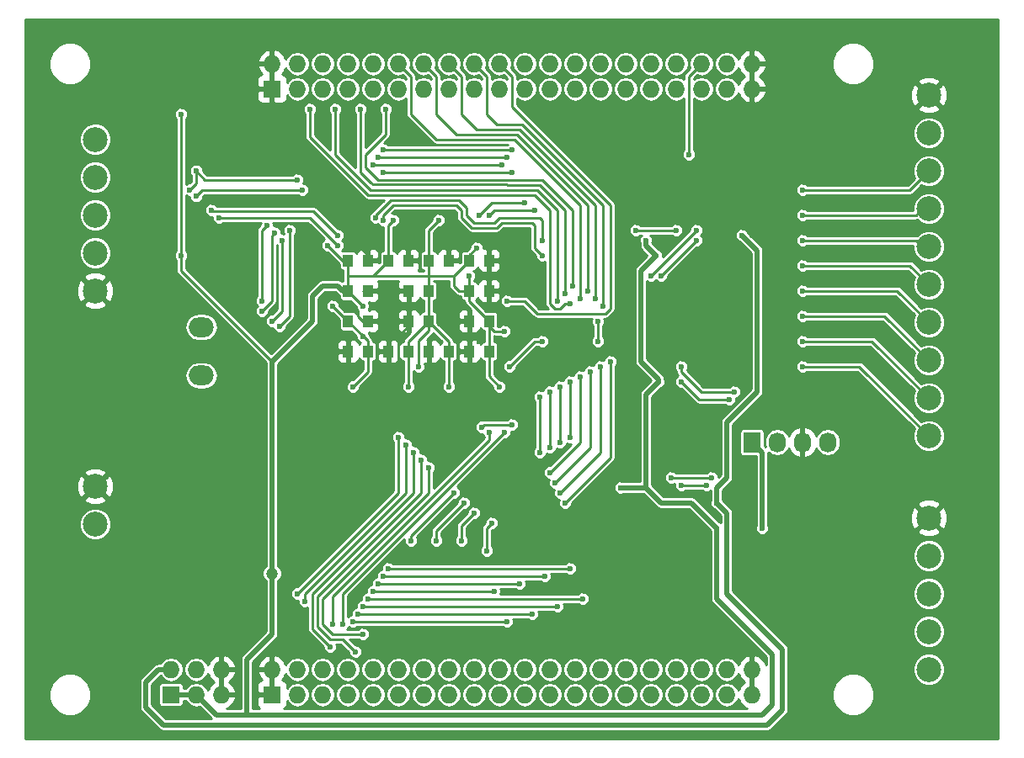
<source format=gbl>
G04 #@! TF.FileFunction,Copper,L2,Bot,Signal*
%FSLAX46Y46*%
G04 Gerber Fmt 4.6, Leading zero omitted, Abs format (unit mm)*
G04 Created by KiCad (PCBNEW (after 2015-mar-04 BZR unknown)-product) date 03.06.2015 18:39:59*
%MOMM*%
G01*
G04 APERTURE LIST*
%ADD10C,0.100000*%
%ADD11R,1.727200X1.727200*%
%ADD12O,1.727200X1.727200*%
%ADD13R,1.727200X2.032000*%
%ADD14O,1.727200X2.032000*%
%ADD15R,1.000000X1.250000*%
%ADD16O,2.499360X1.998980*%
%ADD17C,2.500000*%
%ADD18C,0.600000*%
%ADD19C,1.200000*%
%ADD20C,0.250000*%
%ADD21C,0.500000*%
%ADD22C,0.254000*%
G04 APERTURE END LIST*
D10*
D11*
X127000000Y-121920000D03*
D12*
X127000000Y-119380000D03*
X129540000Y-121920000D03*
X129540000Y-119380000D03*
X132080000Y-121920000D03*
X132080000Y-119380000D03*
D11*
X137160000Y-121920000D03*
D12*
X137160000Y-119380000D03*
X139700000Y-121920000D03*
X139700000Y-119380000D03*
X142240000Y-121920000D03*
X142240000Y-119380000D03*
X144780000Y-121920000D03*
X144780000Y-119380000D03*
X147320000Y-121920000D03*
X147320000Y-119380000D03*
X149860000Y-121920000D03*
X149860000Y-119380000D03*
X152400000Y-121920000D03*
X152400000Y-119380000D03*
X154940000Y-121920000D03*
X154940000Y-119380000D03*
X157480000Y-121920000D03*
X157480000Y-119380000D03*
X160020000Y-121920000D03*
X160020000Y-119380000D03*
X162560000Y-121920000D03*
X162560000Y-119380000D03*
X165100000Y-121920000D03*
X165100000Y-119380000D03*
X167640000Y-121920000D03*
X167640000Y-119380000D03*
X170180000Y-121920000D03*
X170180000Y-119380000D03*
X172720000Y-121920000D03*
X172720000Y-119380000D03*
X175260000Y-121920000D03*
X175260000Y-119380000D03*
X177800000Y-121920000D03*
X177800000Y-119380000D03*
X180340000Y-121920000D03*
X180340000Y-119380000D03*
X182880000Y-121920000D03*
X182880000Y-119380000D03*
X185420000Y-121920000D03*
X185420000Y-119380000D03*
D11*
X137160000Y-60960000D03*
D12*
X137160000Y-58420000D03*
X139700000Y-60960000D03*
X139700000Y-58420000D03*
X142240000Y-60960000D03*
X142240000Y-58420000D03*
X144780000Y-60960000D03*
X144780000Y-58420000D03*
X147320000Y-60960000D03*
X147320000Y-58420000D03*
X149860000Y-60960000D03*
X149860000Y-58420000D03*
X152400000Y-60960000D03*
X152400000Y-58420000D03*
X154940000Y-60960000D03*
X154940000Y-58420000D03*
X157480000Y-60960000D03*
X157480000Y-58420000D03*
X160020000Y-60960000D03*
X160020000Y-58420000D03*
X162560000Y-60960000D03*
X162560000Y-58420000D03*
X165100000Y-60960000D03*
X165100000Y-58420000D03*
X167640000Y-60960000D03*
X167640000Y-58420000D03*
X170180000Y-60960000D03*
X170180000Y-58420000D03*
X172720000Y-60960000D03*
X172720000Y-58420000D03*
X175260000Y-60960000D03*
X175260000Y-58420000D03*
X177800000Y-60960000D03*
X177800000Y-58420000D03*
X180340000Y-60960000D03*
X180340000Y-58420000D03*
X182880000Y-60960000D03*
X182880000Y-58420000D03*
X185420000Y-60960000D03*
X185420000Y-58420000D03*
D13*
X185420000Y-96520000D03*
D14*
X187960000Y-96520000D03*
X190500000Y-96520000D03*
X193040000Y-96520000D03*
D15*
X156988000Y-78232000D03*
X158988000Y-78232000D03*
X152924000Y-78232000D03*
X154924000Y-78232000D03*
X148860000Y-78232000D03*
X150860000Y-78232000D03*
X144796000Y-78232000D03*
X146796000Y-78232000D03*
X156988000Y-81280000D03*
X158988000Y-81280000D03*
X144796000Y-84328000D03*
X146796000Y-84328000D03*
X158988000Y-84328000D03*
X156988000Y-84328000D03*
X146796000Y-87376000D03*
X144796000Y-87376000D03*
X150860000Y-87376000D03*
X148860000Y-87376000D03*
X154924000Y-87376000D03*
X152924000Y-87376000D03*
X158988000Y-87376000D03*
X156988000Y-87376000D03*
X144796000Y-81280000D03*
X146796000Y-81280000D03*
X152892000Y-81280000D03*
X150892000Y-81280000D03*
X152892000Y-84328000D03*
X150892000Y-84328000D03*
D16*
X130048000Y-84935060D03*
X130048000Y-89816940D03*
D17*
X119380000Y-100965000D03*
X119380000Y-104775000D03*
X203200000Y-95885000D03*
X203200000Y-92075000D03*
X203200000Y-88265000D03*
X203200000Y-84455000D03*
X203200000Y-80645000D03*
X203200000Y-76835000D03*
X203200000Y-73025000D03*
X203200000Y-69215000D03*
X203200000Y-65405000D03*
X203200000Y-61595000D03*
X119380000Y-66040000D03*
X119380000Y-69850000D03*
X119380000Y-73660000D03*
X119380000Y-77470000D03*
X119380000Y-81280000D03*
X203200000Y-119380000D03*
X203200000Y-115570000D03*
X203200000Y-111760000D03*
X203200000Y-107950000D03*
X203200000Y-104140000D03*
D18*
X145288000Y-76200000D03*
X184404000Y-78232000D03*
X184404000Y-90424000D03*
X197104000Y-110236000D03*
X197104000Y-107696000D03*
X197104000Y-105156000D03*
X197104000Y-102616000D03*
X157988000Y-86360000D03*
X143256000Y-81788000D03*
X149352000Y-88900000D03*
X160528000Y-75184000D03*
X154940000Y-74168000D03*
X150368000Y-74168000D03*
X160528000Y-81280000D03*
X159004000Y-90932000D03*
X153924000Y-90932000D03*
X149860000Y-90932000D03*
X144272000Y-90932000D03*
X125984000Y-87376000D03*
D19*
X125476000Y-110236000D03*
X125476000Y-113284000D03*
X121412000Y-111760000D03*
X121412000Y-110236000D03*
X121412000Y-113284000D03*
D18*
X177292000Y-105918000D03*
X172974000Y-91186000D03*
X198120000Y-68580000D03*
X181864000Y-102616000D03*
X184404000Y-75692000D03*
X142748000Y-76708000D03*
X149352000Y-74168000D03*
X143256000Y-82804000D03*
X153924000Y-74168000D03*
X146304000Y-85852000D03*
X146304000Y-82804000D03*
X151892000Y-88900000D03*
X156972000Y-79756000D03*
X160528000Y-85344000D03*
X160020000Y-90932000D03*
X154940000Y-90932000D03*
X150876000Y-90932000D03*
X145288000Y-90932000D03*
X157734000Y-76962000D03*
D19*
X137160000Y-109728000D03*
D18*
X181864000Y-105156000D03*
X172212000Y-101092000D03*
X175768000Y-77724000D03*
X174752000Y-76200000D03*
X186436000Y-105156000D03*
X128016000Y-77724000D03*
X128016000Y-63500000D03*
X176022000Y-90424000D03*
X190500000Y-86360000D03*
X190500000Y-83820000D03*
X190500000Y-81280000D03*
X190500000Y-78740000D03*
X190500000Y-76200000D03*
X190500000Y-73660000D03*
X190500000Y-71120000D03*
X143764000Y-76708000D03*
X131826000Y-73914000D03*
X131064000Y-73152000D03*
X143764000Y-75692000D03*
X139700000Y-70104000D03*
X129540000Y-69215000D03*
X128905000Y-71120000D03*
X140208000Y-71120000D03*
X129540000Y-71755000D03*
X147574000Y-73914000D03*
X164338000Y-76200000D03*
X183642000Y-91440000D03*
X178308000Y-88900000D03*
X148336000Y-74168000D03*
X178308000Y-90424000D03*
X183134000Y-92202000D03*
X164338000Y-77724000D03*
X143256000Y-114808000D03*
X178308000Y-100838000D03*
X180848000Y-100838000D03*
X159004000Y-95504000D03*
X179070000Y-67564000D03*
X176276000Y-79756000D03*
X179832000Y-76200000D03*
X144272000Y-114808000D03*
X160528000Y-95504000D03*
X177292000Y-100076000D03*
X181356000Y-100076000D03*
X175260000Y-79756000D03*
X179832000Y-75184000D03*
X150622000Y-96774000D03*
X140462000Y-112522000D03*
X138938000Y-75184000D03*
X148336000Y-69342000D03*
X161290000Y-69342000D03*
X137922000Y-84836000D03*
X151384000Y-97536000D03*
X143002000Y-117094000D03*
X139700000Y-111760000D03*
X149860000Y-96012000D03*
X152146000Y-98298000D03*
X145542000Y-117602000D03*
X152908000Y-99060000D03*
X146304000Y-115824000D03*
X168148000Y-89916000D03*
X165100000Y-99568000D03*
X155448000Y-101600000D03*
X151130000Y-106426000D03*
X169164000Y-89408000D03*
X165608000Y-100584000D03*
X156464000Y-102616000D03*
X153670000Y-106426000D03*
X170180000Y-88900000D03*
X166116000Y-101600000D03*
X156210000Y-106426000D03*
X157480000Y-103632000D03*
X171196000Y-88392000D03*
X166624000Y-102616000D03*
X158750000Y-107442000D03*
X159258000Y-104648000D03*
X164084000Y-91948000D03*
X164084000Y-97536000D03*
X165100000Y-97028000D03*
X165100000Y-91440000D03*
X166116000Y-96520000D03*
X166116000Y-90932000D03*
X167132000Y-96012000D03*
X167132000Y-90424000D03*
X167132000Y-82550000D03*
X140970000Y-62992000D03*
X165862000Y-82296000D03*
X143510000Y-62992000D03*
X166624000Y-81534000D03*
X146050000Y-62992000D03*
X148590000Y-62992000D03*
X167386000Y-80772000D03*
X160782000Y-82296000D03*
X161036000Y-88900000D03*
X161290000Y-94742000D03*
X158242000Y-94996000D03*
X169926000Y-84328000D03*
X170434000Y-82804000D03*
X164338000Y-86360000D03*
X169926000Y-86360000D03*
X169672000Y-82042000D03*
X168910000Y-81280000D03*
X168148000Y-82042000D03*
X136144000Y-82296000D03*
X136652000Y-74676000D03*
X148336000Y-67056000D03*
X161290000Y-67056000D03*
X136144000Y-83312000D03*
X137414000Y-75438000D03*
X147828000Y-67818000D03*
X160782000Y-67818000D03*
X138176000Y-76200000D03*
X137160000Y-84328000D03*
X160274000Y-68580000D03*
X147320000Y-68580000D03*
X145288000Y-114554000D03*
X160782000Y-114554000D03*
X145796000Y-113792000D03*
X163322000Y-113792000D03*
X146304000Y-113030000D03*
X165862000Y-113030000D03*
X146812000Y-112268000D03*
X168402000Y-112268000D03*
X177800000Y-75184000D03*
X173736000Y-75184000D03*
X162560000Y-72390000D03*
X157988000Y-73660000D03*
X163576000Y-73152000D03*
X159004000Y-73660000D03*
X147320000Y-111506000D03*
X159512000Y-111506000D03*
X147828000Y-110744000D03*
X162052000Y-110744000D03*
X148336000Y-109982000D03*
X164592000Y-109982000D03*
X148844000Y-109220000D03*
X167132000Y-109220000D03*
X190500000Y-88900000D03*
D20*
X145288000Y-76200000D02*
X146796000Y-77708000D01*
X146796000Y-77708000D02*
X146796000Y-78232000D01*
X143256000Y-81788000D02*
X144272000Y-82804000D01*
X144272000Y-82804000D02*
X145288000Y-82804000D01*
X145288000Y-82804000D02*
X145796000Y-83312000D01*
X145796000Y-83312000D02*
X145796000Y-83820000D01*
X146796000Y-77708000D02*
X146796000Y-78232000D01*
X157988000Y-86360000D02*
X156988000Y-85360000D01*
X156988000Y-85360000D02*
X156988000Y-84328000D01*
X145796000Y-83820000D02*
X146304000Y-84328000D01*
X146796000Y-81280000D02*
X146304000Y-81280000D01*
X144796000Y-87376000D02*
X144796000Y-86852000D01*
X146304000Y-84328000D02*
X146796000Y-84328000D01*
X150860000Y-81248000D02*
X150892000Y-81280000D01*
X146796000Y-81280000D02*
X146812000Y-81280000D01*
X160528000Y-75184000D02*
X158988000Y-76724000D01*
X158988000Y-76724000D02*
X158988000Y-78232000D01*
X160528000Y-81280000D02*
X158988000Y-81280000D01*
X156988000Y-88916000D02*
X156988000Y-87376000D01*
X159004000Y-90932000D02*
X156988000Y-88916000D01*
X152924000Y-89932000D02*
X152924000Y-87376000D01*
X153924000Y-90932000D02*
X152924000Y-89932000D01*
X148860000Y-89932000D02*
X148860000Y-87376000D01*
X149860000Y-90932000D02*
X148860000Y-89932000D01*
X144796000Y-90408000D02*
X144796000Y-87376000D01*
X144272000Y-90932000D02*
X144796000Y-90408000D01*
X149860000Y-85852000D02*
X150892000Y-84820000D01*
X149860000Y-88392000D02*
X149860000Y-85852000D01*
X149352000Y-88900000D02*
X149860000Y-88392000D01*
X150892000Y-84820000D02*
X150892000Y-84328000D01*
X154924000Y-74184000D02*
X154924000Y-78232000D01*
X154940000Y-74168000D02*
X154924000Y-74184000D01*
X150876000Y-74676000D02*
X150876000Y-78216000D01*
X150368000Y-74168000D02*
X150876000Y-74676000D01*
X150876000Y-78216000D02*
X150860000Y-78232000D01*
X146812000Y-78216000D02*
X146796000Y-78232000D01*
D21*
X181864000Y-101092000D02*
X182880000Y-100076000D01*
X182880000Y-100076000D02*
X182880000Y-94488000D01*
X182880000Y-94488000D02*
X185928000Y-91440000D01*
X185928000Y-91440000D02*
X185928000Y-77216000D01*
X185928000Y-77216000D02*
X184404000Y-75692000D01*
X181864000Y-102616000D02*
X181864000Y-101092000D01*
X186944000Y-124968000D02*
X188468000Y-123444000D01*
X182880000Y-111760000D02*
X182880000Y-106172000D01*
X126238000Y-124968000D02*
X186436000Y-124968000D01*
X186436000Y-124968000D02*
X186944000Y-124968000D01*
X182880000Y-106172000D02*
X182880000Y-103632000D01*
X182880000Y-103632000D02*
X181864000Y-102616000D01*
X125730000Y-119380000D02*
X124460000Y-120650000D01*
X124460000Y-120650000D02*
X124460000Y-123190000D01*
X124460000Y-123190000D02*
X126238000Y-124968000D01*
X127000000Y-119380000D02*
X125730000Y-119380000D01*
X188468000Y-123444000D02*
X188468000Y-117348000D01*
X188468000Y-117348000D02*
X182880000Y-111760000D01*
D20*
X144796000Y-78232000D02*
X144272000Y-78232000D01*
X144272000Y-78232000D02*
X142748000Y-76708000D01*
X149352000Y-74168000D02*
X148844000Y-74676000D01*
X153924000Y-74168000D02*
X152908000Y-75184000D01*
X144796000Y-81280000D02*
X144796000Y-81296000D01*
X144796000Y-81296000D02*
X146304000Y-82804000D01*
X146304000Y-85852000D02*
X146312000Y-85844000D01*
X146312000Y-85844000D02*
X146304000Y-85852000D01*
X146304000Y-85852000D02*
X146304000Y-85836000D01*
X155956000Y-81280000D02*
X156988000Y-81280000D01*
X155448000Y-80772000D02*
X155956000Y-81280000D01*
X152908000Y-79756000D02*
X152908000Y-81264000D01*
X152908000Y-81264000D02*
X152892000Y-81280000D01*
X152924000Y-79740000D02*
X152924000Y-78232000D01*
X154924000Y-87376000D02*
X154924000Y-86360000D01*
X154924000Y-86360000D02*
X152892000Y-84328000D01*
X156988000Y-81280000D02*
X156988000Y-82328000D01*
X156988000Y-82328000D02*
X158988000Y-84328000D01*
X152892000Y-84328000D02*
X152892000Y-85328000D01*
X150860000Y-87376000D02*
X150860000Y-86360000D01*
X150860000Y-86360000D02*
X152892000Y-84328000D01*
X152892000Y-84328000D02*
X152892000Y-81280000D01*
X146796000Y-87376000D02*
X146796000Y-86328000D01*
X146796000Y-86328000D02*
X146304000Y-85836000D01*
X146304000Y-85836000D02*
X144796000Y-84328000D01*
X156988000Y-79756000D02*
X156988000Y-81280000D01*
X156972000Y-79756000D02*
X156988000Y-79756000D01*
X144796000Y-84328000D02*
X144796000Y-84344000D01*
X158988000Y-84344000D02*
X158988000Y-84328000D01*
X152924000Y-81248000D02*
X152892000Y-81280000D01*
X152892000Y-78264000D02*
X152924000Y-78232000D01*
X156988000Y-80756000D02*
X156988000Y-81280000D01*
X158988000Y-87376000D02*
X158988000Y-84328000D01*
X144796000Y-81280000D02*
X144796000Y-79756000D01*
X144796000Y-79756000D02*
X144796000Y-79756000D01*
X144796000Y-79756000D02*
X144796000Y-78232000D01*
X152892000Y-84852000D02*
X152892000Y-84328000D01*
X152908000Y-75184000D02*
X152908000Y-78216000D01*
X152908000Y-78216000D02*
X152924000Y-78232000D01*
X148844000Y-74676000D02*
X148844000Y-78216000D01*
X148844000Y-78216000D02*
X148860000Y-78232000D01*
X156972000Y-80772000D02*
X156972000Y-81264000D01*
X156972000Y-81264000D02*
X156988000Y-81280000D01*
X159512000Y-85344000D02*
X159004000Y-84836000D01*
X160528000Y-85344000D02*
X159512000Y-85344000D01*
X159004000Y-84836000D02*
X159004000Y-84344000D01*
X159004000Y-84344000D02*
X158988000Y-84328000D01*
X158988000Y-89900000D02*
X158988000Y-87376000D01*
X160020000Y-90932000D02*
X158988000Y-89900000D01*
X154924000Y-90916000D02*
X154924000Y-87376000D01*
X154940000Y-90932000D02*
X154924000Y-90916000D01*
X150876000Y-90932000D02*
X150860000Y-90916000D01*
X150860000Y-90916000D02*
X150860000Y-87376000D01*
X146796000Y-89424000D02*
X146796000Y-87376000D01*
X145288000Y-90932000D02*
X146796000Y-89424000D01*
X143256000Y-82804000D02*
X144780000Y-84328000D01*
X144780000Y-84328000D02*
X144796000Y-84328000D01*
X144780000Y-78216000D02*
X144796000Y-78232000D01*
X155448000Y-79756000D02*
X155448000Y-80772000D01*
X152908000Y-79756000D02*
X155448000Y-79756000D01*
X155448000Y-79756000D02*
X155464000Y-79756000D01*
X155464000Y-79756000D02*
X156988000Y-78232000D01*
X147320000Y-79756000D02*
X152908000Y-79756000D01*
X152908000Y-79756000D02*
X152924000Y-79740000D01*
X144796000Y-79756000D02*
X147320000Y-79756000D01*
X147320000Y-79756000D02*
X147336000Y-79756000D01*
X147336000Y-79756000D02*
X148860000Y-78232000D01*
X151892000Y-88900000D02*
X151892000Y-86360000D01*
X152892000Y-85328000D02*
X151892000Y-86328000D01*
X151892000Y-86328000D02*
X151892000Y-86360000D01*
X156988000Y-77708000D02*
X156988000Y-78232000D01*
X157734000Y-76962000D02*
X156988000Y-77708000D01*
D21*
X134620000Y-118364000D02*
X137160000Y-115824000D01*
X137160000Y-115824000D02*
X137160000Y-109728000D01*
X141224000Y-84328000D02*
X141224000Y-81788000D01*
X137160000Y-88392000D02*
X141224000Y-84328000D01*
X144796000Y-81280000D02*
X144272000Y-81280000D01*
X144272000Y-81280000D02*
X143764000Y-80772000D01*
X143764000Y-80772000D02*
X142240000Y-80772000D01*
X142240000Y-80772000D02*
X141224000Y-81788000D01*
X137160000Y-109728000D02*
X137160000Y-88392000D01*
X186436000Y-123952000D02*
X187452000Y-122936000D01*
X187452000Y-122936000D02*
X187452000Y-117856000D01*
X187452000Y-117856000D02*
X181864000Y-112268000D01*
X181864000Y-112268000D02*
X181864000Y-105156000D01*
X131572000Y-123952000D02*
X134620000Y-123952000D01*
X172212000Y-101092000D02*
X174752000Y-101092000D01*
X174752000Y-76708000D02*
X175768000Y-77724000D01*
X174752000Y-76200000D02*
X174752000Y-76708000D01*
X174244000Y-79248000D02*
X174244000Y-87376000D01*
X175768000Y-77724000D02*
X174244000Y-79248000D01*
X186436000Y-123952000D02*
X187452000Y-122936000D01*
X134620000Y-123952000D02*
X184404000Y-123952000D01*
X184404000Y-123952000D02*
X186436000Y-123952000D01*
X176276000Y-102616000D02*
X174752000Y-101092000D01*
X174752000Y-101092000D02*
X174752000Y-92964000D01*
X179324000Y-102616000D02*
X176276000Y-102616000D01*
X181864000Y-105156000D02*
X179324000Y-102616000D01*
X186436000Y-97536000D02*
X185420000Y-96520000D01*
X186436000Y-105156000D02*
X186436000Y-97536000D01*
D20*
X128016000Y-79248000D02*
X128016000Y-77724000D01*
X137160000Y-88392000D02*
X128016000Y-79248000D01*
X128016000Y-77724000D02*
X128016000Y-63500000D01*
D21*
X174752000Y-91694000D02*
X176022000Y-90424000D01*
X174752000Y-92964000D02*
X174752000Y-91694000D01*
X176022000Y-90170000D02*
X174244000Y-88392000D01*
X174244000Y-88392000D02*
X174244000Y-87376000D01*
X176022000Y-90424000D02*
X176022000Y-90170000D01*
X129540000Y-121920000D02*
X127000000Y-121920000D01*
X134620000Y-118364000D02*
X134620000Y-123952000D01*
X129540000Y-121920000D02*
X131572000Y-123952000D01*
D20*
X190500000Y-86360000D02*
X197485000Y-86360000D01*
X197485000Y-86360000D02*
X203200000Y-92075000D01*
X198755000Y-83820000D02*
X190500000Y-83820000D01*
X203200000Y-88265000D02*
X198755000Y-83820000D01*
X190500000Y-81280000D02*
X198755000Y-81280000D01*
X198755000Y-81280000D02*
X199390000Y-81280000D01*
X199390000Y-81280000D02*
X200025000Y-81280000D01*
X200025000Y-81280000D02*
X203200000Y-84455000D01*
X190500000Y-78740000D02*
X201295000Y-78740000D01*
X201295000Y-78740000D02*
X203200000Y-80645000D01*
X202565000Y-76835000D02*
X203200000Y-76835000D01*
X190500000Y-76200000D02*
X201295000Y-76200000D01*
X201295000Y-76200000D02*
X201930000Y-76200000D01*
X201930000Y-76200000D02*
X202565000Y-76835000D01*
X202565000Y-73025000D02*
X203200000Y-73025000D01*
X190500000Y-73660000D02*
X201295000Y-73660000D01*
X201295000Y-73660000D02*
X201930000Y-73660000D01*
X201930000Y-73660000D02*
X202565000Y-73025000D01*
X201295000Y-71120000D02*
X203200000Y-69215000D01*
X190500000Y-71120000D02*
X201295000Y-71120000D01*
X143764000Y-76708000D02*
X141351000Y-74295000D01*
X140970000Y-73914000D02*
X131826000Y-73914000D01*
X141351000Y-74295000D02*
X140970000Y-73914000D01*
X141351000Y-73279000D02*
X131191000Y-73279000D01*
X131191000Y-73279000D02*
X131064000Y-73152000D01*
X143764000Y-75692000D02*
X141351000Y-73279000D01*
X139700000Y-70104000D02*
X132080000Y-70104000D01*
X130429000Y-70104000D02*
X129540000Y-69215000D01*
X132080000Y-70104000D02*
X130429000Y-70104000D01*
X129540000Y-70485000D02*
X128905000Y-71120000D01*
X129540000Y-69215000D02*
X129540000Y-70485000D01*
X132588000Y-71120000D02*
X132080000Y-71120000D01*
X140208000Y-71120000D02*
X132588000Y-71120000D01*
X130175000Y-71120000D02*
X129540000Y-71755000D01*
X132080000Y-71120000D02*
X130175000Y-71120000D01*
X147574000Y-73660000D02*
X149098000Y-72136000D01*
X149098000Y-72136000D02*
X152146000Y-72136000D01*
X147574000Y-73660000D02*
X149098000Y-72136000D01*
X147574000Y-73914000D02*
X147574000Y-73660000D01*
X156718000Y-72898000D02*
X156718000Y-73660000D01*
X157480000Y-74422000D02*
X159512000Y-74422000D01*
X156718000Y-73660000D02*
X157480000Y-74422000D01*
X149098000Y-72136000D02*
X155956000Y-72136000D01*
X155956000Y-72136000D02*
X156718000Y-72898000D01*
X159512000Y-74422000D02*
X160020000Y-73914000D01*
X160020000Y-73914000D02*
X164084000Y-73914000D01*
X164084000Y-73914000D02*
X164338000Y-74168000D01*
X164338000Y-74168000D02*
X164338000Y-76200000D01*
X178308000Y-89408000D02*
X180340000Y-91440000D01*
X180340000Y-91440000D02*
X183642000Y-91440000D01*
X178308000Y-88900000D02*
X178308000Y-89408000D01*
X156210000Y-73914000D02*
X157226000Y-74930000D01*
X159766000Y-74930000D02*
X157226000Y-74930000D01*
X160274000Y-74422000D02*
X162814000Y-74422000D01*
X159766000Y-74930000D02*
X160274000Y-74422000D01*
X162814000Y-74422000D02*
X163322000Y-74422000D01*
X148336000Y-74168000D02*
X148336000Y-73660000D01*
X148336000Y-73660000D02*
X149352000Y-72644000D01*
X149352000Y-72644000D02*
X155702000Y-72644000D01*
X155702000Y-72644000D02*
X156210000Y-73152000D01*
X156210000Y-73152000D02*
X156210000Y-73914000D01*
X178308000Y-90424000D02*
X180086000Y-92202000D01*
X180086000Y-92202000D02*
X183134000Y-92202000D01*
X163576000Y-76962000D02*
X164338000Y-77724000D01*
X163322000Y-74422000D02*
X163576000Y-74676000D01*
X163576000Y-74676000D02*
X163576000Y-76962000D01*
X144018000Y-111252000D02*
X143256000Y-112014000D01*
X159004000Y-96266000D02*
X144018000Y-111252000D01*
X143256000Y-112014000D02*
X144018000Y-111252000D01*
X143256000Y-114808000D02*
X143256000Y-112014000D01*
X178308000Y-100838000D02*
X180848000Y-100838000D01*
X159004000Y-95504000D02*
X159004000Y-96266000D01*
X179070000Y-59690000D02*
X179070000Y-67564000D01*
X176276000Y-79756000D02*
X179832000Y-76200000D01*
X180340000Y-58420000D02*
X179070000Y-59690000D01*
X144272000Y-114808000D02*
X144272000Y-113284000D01*
X144272000Y-113284000D02*
X144272000Y-111760000D01*
X144272000Y-111760000D02*
X145288000Y-110744000D01*
X145288000Y-110744000D02*
X160528000Y-95504000D01*
X177292000Y-100076000D02*
X181356000Y-100076000D01*
X175260000Y-79756000D02*
X179832000Y-75184000D01*
X150622000Y-96774000D02*
X150622000Y-101600000D01*
X140462000Y-111760000D02*
X150622000Y-101600000D01*
X140462000Y-112522000D02*
X140462000Y-111760000D01*
X138938000Y-83566000D02*
X138938000Y-76454000D01*
X161290000Y-69342000D02*
X148336000Y-69342000D01*
X137922000Y-84836000D02*
X138938000Y-83820000D01*
X138938000Y-83820000D02*
X138938000Y-83566000D01*
X138938000Y-76454000D02*
X138938000Y-75184000D01*
X151384000Y-97536000D02*
X151384000Y-101600000D01*
X141224000Y-112014000D02*
X141224000Y-115316000D01*
X141224000Y-115316000D02*
X143002000Y-117094000D01*
X151384000Y-101600000D02*
X141224000Y-111760000D01*
X141224000Y-111760000D02*
X141224000Y-112014000D01*
X149860000Y-96012000D02*
X149860000Y-101600000D01*
X149860000Y-101600000D02*
X140462000Y-110998000D01*
X140462000Y-110998000D02*
X139700000Y-111760000D01*
X152146000Y-98298000D02*
X152146000Y-101600000D01*
X145542000Y-117602000D02*
X144272000Y-116332000D01*
X144272000Y-116332000D02*
X143510000Y-116332000D01*
X143510000Y-116332000D02*
X143256000Y-116332000D01*
X143256000Y-116332000D02*
X143002000Y-116332000D01*
X143002000Y-116332000D02*
X141732000Y-115062000D01*
X152146000Y-101600000D02*
X141732000Y-112014000D01*
X141732000Y-112014000D02*
X141732000Y-115062000D01*
X152908000Y-99060000D02*
X152908000Y-101600000D01*
X143256000Y-115824000D02*
X146304000Y-115824000D01*
X142240000Y-114808000D02*
X143256000Y-115824000D01*
X142240000Y-114300000D02*
X142240000Y-114808000D01*
X152908000Y-101600000D02*
X142240000Y-112268000D01*
X142240000Y-112268000D02*
X142240000Y-114300000D01*
X168148000Y-89916000D02*
X168148000Y-96520000D01*
X151130000Y-105918000D02*
X151130000Y-106426000D01*
X155448000Y-101600000D02*
X151130000Y-105918000D01*
X168148000Y-96520000D02*
X165100000Y-99568000D01*
X169164000Y-89408000D02*
X169164000Y-97028000D01*
X166624000Y-99568000D02*
X165608000Y-100584000D01*
X153670000Y-105410000D02*
X153670000Y-105918000D01*
X156464000Y-102616000D02*
X153670000Y-105410000D01*
X153670000Y-105918000D02*
X153670000Y-106426000D01*
X169164000Y-97028000D02*
X166624000Y-99568000D01*
X170180000Y-88900000D02*
X170180000Y-97536000D01*
X167132000Y-100584000D02*
X166116000Y-101600000D01*
X156210000Y-105410000D02*
X156210000Y-106426000D01*
X157480000Y-103632000D02*
X156210000Y-104902000D01*
X156210000Y-104902000D02*
X156210000Y-105410000D01*
X170180000Y-97536000D02*
X167132000Y-100584000D01*
X171196000Y-88392000D02*
X171196000Y-98044000D01*
X167894000Y-101346000D02*
X166624000Y-102616000D01*
X171196000Y-98044000D02*
X167894000Y-101346000D01*
X158750000Y-105156000D02*
X158750000Y-107442000D01*
X159258000Y-104648000D02*
X158750000Y-105156000D01*
X158750000Y-105156000D02*
X159258000Y-104648000D01*
X158750000Y-107442000D02*
X158750000Y-105156000D01*
X164084000Y-91948000D02*
X164084000Y-97536000D01*
X165100000Y-91440000D02*
X165100000Y-97028000D01*
X166116000Y-90932000D02*
X166116000Y-96520000D01*
X167132000Y-90424000D02*
X167132000Y-96012000D01*
X167132000Y-82550000D02*
X166624000Y-82550000D01*
X163576000Y-71628000D02*
X146812000Y-71628000D01*
X165100000Y-73152000D02*
X163576000Y-71628000D01*
X165100000Y-82550000D02*
X165100000Y-73152000D01*
X165608000Y-83058000D02*
X165100000Y-82550000D01*
X166116000Y-83058000D02*
X165608000Y-83058000D01*
X166624000Y-82550000D02*
X166116000Y-83058000D01*
X140970000Y-62992000D02*
X140970000Y-65786000D01*
X140970000Y-65786000D02*
X146812000Y-71628000D01*
X147320000Y-71120000D02*
X163830000Y-71120000D01*
X163830000Y-71120000D02*
X165862000Y-73152000D01*
X165862000Y-73152000D02*
X165862000Y-82296000D01*
X143510000Y-62992000D02*
X143510000Y-67564000D01*
X147320000Y-71120000D02*
X147066000Y-71120000D01*
X147066000Y-71120000D02*
X143510000Y-67564000D01*
X160528168Y-70602767D02*
X161036000Y-70612000D01*
X166624000Y-73152000D02*
X166624000Y-81534000D01*
X166624000Y-73152000D02*
X165354000Y-71882000D01*
X165354000Y-71882000D02*
X164084000Y-70612000D01*
X146050000Y-69342000D02*
X146558000Y-69850000D01*
X147066000Y-70358000D02*
X146558000Y-69850000D01*
X146050000Y-62992000D02*
X146050000Y-69342000D01*
X161036000Y-70612000D02*
X164084000Y-70612000D01*
X147329233Y-70602767D02*
X147084466Y-70358000D01*
X147084466Y-70358000D02*
X147066000Y-70358000D01*
X160528168Y-70602767D02*
X147329233Y-70602767D01*
X146558000Y-68834000D02*
X146558000Y-67564000D01*
X147574000Y-69850000D02*
X147066000Y-69342000D01*
X167386000Y-73152000D02*
X164338000Y-70104000D01*
X167386000Y-80772000D02*
X167386000Y-73152000D01*
X147066000Y-69342000D02*
X146558000Y-68834000D01*
X148590000Y-65532000D02*
X146558000Y-67564000D01*
X148590000Y-62992000D02*
X148590000Y-65532000D01*
X147828000Y-70104000D02*
X147574000Y-69850000D01*
X164338000Y-70104000D02*
X147828000Y-70104000D01*
X163830000Y-83566000D02*
X170688000Y-83566000D01*
X163830000Y-83566000D02*
X162560000Y-82296000D01*
X170688000Y-83566000D02*
X163830000Y-83566000D01*
X162306000Y-63754000D02*
X161290000Y-62738000D01*
X161290000Y-62738000D02*
X161290000Y-61722000D01*
X160020000Y-58420000D02*
X161290000Y-59690000D01*
X171196000Y-72644000D02*
X171196000Y-82296000D01*
X162306000Y-63754000D02*
X171196000Y-72644000D01*
X161290000Y-59690000D02*
X161290000Y-61722000D01*
X171196000Y-83058000D02*
X171196000Y-82296000D01*
X170688000Y-83566000D02*
X171196000Y-83058000D01*
X160782000Y-82296000D02*
X162560000Y-82296000D01*
X158496000Y-94742000D02*
X161290000Y-94742000D01*
X158242000Y-94996000D02*
X158496000Y-94742000D01*
X170434000Y-82042000D02*
X170434000Y-82804000D01*
X170434000Y-82042000D02*
X170434000Y-72644000D01*
X158750000Y-59690000D02*
X157480000Y-58420000D01*
X158750000Y-63500000D02*
X158750000Y-59690000D01*
X159766000Y-64516000D02*
X158750000Y-63500000D01*
X162306000Y-64516000D02*
X159766000Y-64516000D01*
X170434000Y-72644000D02*
X162306000Y-64516000D01*
X163576000Y-86360000D02*
X164338000Y-86360000D01*
X169926000Y-86360000D02*
X169926000Y-84328000D01*
X161036000Y-88900000D02*
X163576000Y-86360000D01*
X169672000Y-72644000D02*
X162052000Y-65024000D01*
X162052000Y-65024000D02*
X157734000Y-65024000D01*
X157734000Y-65024000D02*
X156210000Y-63500000D01*
X156210000Y-63500000D02*
X156210000Y-59690000D01*
X156210000Y-59690000D02*
X154940000Y-58420000D01*
X169672000Y-82042000D02*
X169672000Y-72644000D01*
X153670000Y-59690000D02*
X153670000Y-63500000D01*
X153670000Y-63500000D02*
X155702000Y-65532000D01*
X155702000Y-65532000D02*
X161798000Y-65532000D01*
X161798000Y-65532000D02*
X168656000Y-72390000D01*
X168656000Y-72390000D02*
X168910000Y-72644000D01*
X168910000Y-72644000D02*
X168910000Y-81280000D01*
X152400000Y-58420000D02*
X153670000Y-59690000D01*
X161544000Y-66040000D02*
X153670000Y-66040000D01*
X153670000Y-66040000D02*
X151130000Y-63500000D01*
X151130000Y-63500000D02*
X151130000Y-59690000D01*
X151130000Y-59690000D02*
X149860000Y-58420000D01*
X168148000Y-72644000D02*
X168148000Y-82042000D01*
X168148000Y-72644000D02*
X161544000Y-66040000D01*
X136144000Y-81534000D02*
X136144000Y-75692000D01*
X136144000Y-82296000D02*
X136144000Y-81534000D01*
X148336000Y-67056000D02*
X160782000Y-67056000D01*
X160782000Y-67056000D02*
X161290000Y-67056000D01*
X136652000Y-74676000D02*
X136144000Y-75184000D01*
X136144000Y-75184000D02*
X136652000Y-74676000D01*
X136144000Y-75692000D02*
X136144000Y-75184000D01*
X136144000Y-83312000D02*
X137160000Y-82296000D01*
X137160000Y-76200000D02*
X137160000Y-75946000D01*
X137160000Y-81788000D02*
X137160000Y-76200000D01*
X137160000Y-82296000D02*
X137160000Y-81788000D01*
X147828000Y-67818000D02*
X160782000Y-67818000D01*
X137160000Y-75692000D02*
X137160000Y-75946000D01*
X137414000Y-75438000D02*
X137160000Y-75692000D01*
X147320000Y-68580000D02*
X160274000Y-68580000D01*
X138176000Y-76200000D02*
X138176000Y-81534000D01*
X138176000Y-82042000D02*
X138176000Y-81534000D01*
X138176000Y-83312000D02*
X138176000Y-82042000D01*
X137160000Y-84328000D02*
X138176000Y-83312000D01*
X145288000Y-114554000D02*
X160782000Y-114554000D01*
X145796000Y-113792000D02*
X163322000Y-113792000D01*
X146304000Y-113030000D02*
X165862000Y-113030000D01*
X146812000Y-112268000D02*
X168402000Y-112268000D01*
X173736000Y-75184000D02*
X177800000Y-75184000D01*
X157988000Y-73660000D02*
X159258000Y-72390000D01*
X159258000Y-72390000D02*
X162560000Y-72390000D01*
X159512000Y-73152000D02*
X163576000Y-73152000D01*
X159004000Y-73660000D02*
X159512000Y-73152000D01*
X147320000Y-111506000D02*
X159512000Y-111506000D01*
X147828000Y-110744000D02*
X162052000Y-110744000D01*
X148336000Y-109982000D02*
X164592000Y-109982000D01*
X148844000Y-109220000D02*
X166878000Y-109220000D01*
X167132000Y-109220000D02*
X166878000Y-109220000D01*
X196215000Y-88900000D02*
X190500000Y-88900000D01*
X203200000Y-95885000D02*
X196215000Y-88900000D01*
D22*
G36*
X210185000Y-126365000D02*
X205094388Y-126365000D01*
X205094388Y-104464194D01*
X205094388Y-61919194D01*
X205074250Y-61169565D01*
X204826123Y-60570533D01*
X204533320Y-60441285D01*
X204353715Y-60620890D01*
X204353715Y-60261680D01*
X204224467Y-59968877D01*
X203524194Y-59700612D01*
X202774565Y-59720750D01*
X202175533Y-59968877D01*
X202046285Y-60261680D01*
X203200000Y-61415395D01*
X204353715Y-60261680D01*
X204353715Y-60620890D01*
X203379605Y-61595000D01*
X204533320Y-62748715D01*
X204826123Y-62619467D01*
X205094388Y-61919194D01*
X205094388Y-104464194D01*
X205074250Y-103714565D01*
X204831282Y-103127987D01*
X204831282Y-95561997D01*
X204831282Y-91751997D01*
X204831282Y-87941997D01*
X204831282Y-84131997D01*
X204831282Y-80321997D01*
X204831282Y-76511997D01*
X204831282Y-72701997D01*
X204831282Y-68891997D01*
X204831282Y-65081997D01*
X204583501Y-64482320D01*
X204353715Y-64252132D01*
X204353715Y-62928320D01*
X203200000Y-61774605D01*
X203020395Y-61954210D01*
X203020395Y-61595000D01*
X201866680Y-60441285D01*
X201573877Y-60570533D01*
X201305612Y-61270806D01*
X201325750Y-62020435D01*
X201573877Y-62619467D01*
X201866680Y-62748715D01*
X203020395Y-61595000D01*
X203020395Y-61954210D01*
X202046285Y-62928320D01*
X202175533Y-63221123D01*
X202875806Y-63489388D01*
X203625435Y-63469250D01*
X204224467Y-63221123D01*
X204353715Y-62928320D01*
X204353715Y-64252132D01*
X204125093Y-64023112D01*
X203525849Y-63774284D01*
X202876997Y-63773718D01*
X202277320Y-64021499D01*
X201818112Y-64479907D01*
X201569284Y-65079151D01*
X201568718Y-65728003D01*
X201816499Y-66327680D01*
X202274907Y-66786888D01*
X202874151Y-67035716D01*
X203523003Y-67036282D01*
X204122680Y-66788501D01*
X204581888Y-66330093D01*
X204830716Y-65730849D01*
X204831282Y-65081997D01*
X204831282Y-68891997D01*
X204583501Y-68292320D01*
X204125093Y-67833112D01*
X203525849Y-67584284D01*
X202876997Y-67583718D01*
X202277320Y-67831499D01*
X201818112Y-68289907D01*
X201569284Y-68889151D01*
X201568718Y-69538003D01*
X201742008Y-69957399D01*
X201085408Y-70614000D01*
X197711369Y-70614000D01*
X197711369Y-57997978D01*
X197387627Y-57214462D01*
X196788691Y-56614479D01*
X196005742Y-56289370D01*
X195157978Y-56288631D01*
X194374462Y-56612373D01*
X193774479Y-57211309D01*
X193449370Y-57994258D01*
X193448631Y-58842022D01*
X193772373Y-59625538D01*
X194371309Y-60225521D01*
X195154258Y-60550630D01*
X196002022Y-60551369D01*
X196785538Y-60227627D01*
X197385521Y-59628691D01*
X197710630Y-58845742D01*
X197711369Y-57997978D01*
X197711369Y-70614000D01*
X190957122Y-70614000D01*
X190886259Y-70543013D01*
X190636054Y-70439118D01*
X190365135Y-70438882D01*
X190114748Y-70542339D01*
X189923013Y-70733741D01*
X189819118Y-70983946D01*
X189818882Y-71254865D01*
X189922339Y-71505252D01*
X190113741Y-71696987D01*
X190363946Y-71800882D01*
X190634865Y-71801118D01*
X190885252Y-71697661D01*
X190957037Y-71626000D01*
X201295000Y-71626000D01*
X201488638Y-71587483D01*
X201652796Y-71477796D01*
X202457771Y-70672820D01*
X202874151Y-70845716D01*
X203523003Y-70846282D01*
X204122680Y-70598501D01*
X204581888Y-70140093D01*
X204830716Y-69540849D01*
X204831282Y-68891997D01*
X204831282Y-72701997D01*
X204583501Y-72102320D01*
X204125093Y-71643112D01*
X203525849Y-71394284D01*
X202876997Y-71393718D01*
X202277320Y-71641499D01*
X201818112Y-72099907D01*
X201569284Y-72699151D01*
X201568887Y-73154000D01*
X201295000Y-73154000D01*
X190957122Y-73154000D01*
X190886259Y-73083013D01*
X190636054Y-72979118D01*
X190365135Y-72978882D01*
X190114748Y-73082339D01*
X189923013Y-73273741D01*
X189819118Y-73523946D01*
X189818882Y-73794865D01*
X189922339Y-74045252D01*
X190113741Y-74236987D01*
X190363946Y-74340882D01*
X190634865Y-74341118D01*
X190885252Y-74237661D01*
X190957037Y-74166000D01*
X201295000Y-74166000D01*
X201930000Y-74166000D01*
X202017136Y-74148667D01*
X202274907Y-74406888D01*
X202874151Y-74655716D01*
X203523003Y-74656282D01*
X204122680Y-74408501D01*
X204581888Y-73950093D01*
X204830716Y-73350849D01*
X204831282Y-72701997D01*
X204831282Y-76511997D01*
X204583501Y-75912320D01*
X204125093Y-75453112D01*
X203525849Y-75204284D01*
X202876997Y-75203718D01*
X202277320Y-75451499D01*
X202017050Y-75711315D01*
X201930000Y-75694000D01*
X201295000Y-75694000D01*
X190957122Y-75694000D01*
X190886259Y-75623013D01*
X190636054Y-75519118D01*
X190365135Y-75518882D01*
X190114748Y-75622339D01*
X189923013Y-75813741D01*
X189819118Y-76063946D01*
X189818882Y-76334865D01*
X189922339Y-76585252D01*
X190113741Y-76776987D01*
X190363946Y-76880882D01*
X190634865Y-76881118D01*
X190885252Y-76777661D01*
X190957037Y-76706000D01*
X201295000Y-76706000D01*
X201569112Y-76706000D01*
X201568718Y-77158003D01*
X201816499Y-77757680D01*
X202274907Y-78216888D01*
X202874151Y-78465716D01*
X203523003Y-78466282D01*
X204122680Y-78218501D01*
X204581888Y-77760093D01*
X204830716Y-77160849D01*
X204831282Y-76511997D01*
X204831282Y-80321997D01*
X204583501Y-79722320D01*
X204125093Y-79263112D01*
X203525849Y-79014284D01*
X202876997Y-79013718D01*
X202457600Y-79187008D01*
X201652796Y-78382204D01*
X201488638Y-78272517D01*
X201295000Y-78234000D01*
X190957122Y-78234000D01*
X190886259Y-78163013D01*
X190636054Y-78059118D01*
X190365135Y-78058882D01*
X190114748Y-78162339D01*
X189923013Y-78353741D01*
X189819118Y-78603946D01*
X189818882Y-78874865D01*
X189922339Y-79125252D01*
X190113741Y-79316987D01*
X190363946Y-79420882D01*
X190634865Y-79421118D01*
X190885252Y-79317661D01*
X190957037Y-79246000D01*
X201085408Y-79246000D01*
X201742179Y-79902771D01*
X201569284Y-80319151D01*
X201568718Y-80968003D01*
X201816499Y-81567680D01*
X202274907Y-82026888D01*
X202874151Y-82275716D01*
X203523003Y-82276282D01*
X204122680Y-82028501D01*
X204581888Y-81570093D01*
X204830716Y-80970849D01*
X204831282Y-80321997D01*
X204831282Y-84131997D01*
X204583501Y-83532320D01*
X204125093Y-83073112D01*
X203525849Y-82824284D01*
X202876997Y-82823718D01*
X202457600Y-82997008D01*
X200382796Y-80922204D01*
X200218638Y-80812517D01*
X200025000Y-80774000D01*
X199390000Y-80774000D01*
X198755000Y-80774000D01*
X190957122Y-80774000D01*
X190886259Y-80703013D01*
X190636054Y-80599118D01*
X190365135Y-80598882D01*
X190114748Y-80702339D01*
X189923013Y-80893741D01*
X189819118Y-81143946D01*
X189818882Y-81414865D01*
X189922339Y-81665252D01*
X190113741Y-81856987D01*
X190363946Y-81960882D01*
X190634865Y-81961118D01*
X190885252Y-81857661D01*
X190957037Y-81786000D01*
X198755000Y-81786000D01*
X199390000Y-81786000D01*
X199815408Y-81786000D01*
X201742179Y-83712771D01*
X201569284Y-84129151D01*
X201568718Y-84778003D01*
X201816499Y-85377680D01*
X202274907Y-85836888D01*
X202874151Y-86085716D01*
X203523003Y-86086282D01*
X204122680Y-85838501D01*
X204581888Y-85380093D01*
X204830716Y-84780849D01*
X204831282Y-84131997D01*
X204831282Y-87941997D01*
X204583501Y-87342320D01*
X204125093Y-86883112D01*
X203525849Y-86634284D01*
X202876997Y-86633718D01*
X202457600Y-86807008D01*
X199112796Y-83462204D01*
X198948638Y-83352517D01*
X198755000Y-83314000D01*
X190957122Y-83314000D01*
X190886259Y-83243013D01*
X190636054Y-83139118D01*
X190365135Y-83138882D01*
X190114748Y-83242339D01*
X189923013Y-83433741D01*
X189819118Y-83683946D01*
X189818882Y-83954865D01*
X189922339Y-84205252D01*
X190113741Y-84396987D01*
X190363946Y-84500882D01*
X190634865Y-84501118D01*
X190885252Y-84397661D01*
X190957037Y-84326000D01*
X198545408Y-84326000D01*
X201742179Y-87522771D01*
X201569284Y-87939151D01*
X201568718Y-88588003D01*
X201816499Y-89187680D01*
X202274907Y-89646888D01*
X202874151Y-89895716D01*
X203523003Y-89896282D01*
X204122680Y-89648501D01*
X204581888Y-89190093D01*
X204830716Y-88590849D01*
X204831282Y-87941997D01*
X204831282Y-91751997D01*
X204583501Y-91152320D01*
X204125093Y-90693112D01*
X203525849Y-90444284D01*
X202876997Y-90443718D01*
X202457600Y-90617008D01*
X197842796Y-86002204D01*
X197678638Y-85892517D01*
X197485000Y-85854000D01*
X190957122Y-85854000D01*
X190886259Y-85783013D01*
X190636054Y-85679118D01*
X190365135Y-85678882D01*
X190114748Y-85782339D01*
X189923013Y-85973741D01*
X189819118Y-86223946D01*
X189818882Y-86494865D01*
X189922339Y-86745252D01*
X190113741Y-86936987D01*
X190363946Y-87040882D01*
X190634865Y-87041118D01*
X190885252Y-86937661D01*
X190957037Y-86866000D01*
X197275408Y-86866000D01*
X201742179Y-91332771D01*
X201569284Y-91749151D01*
X201568718Y-92398003D01*
X201816499Y-92997680D01*
X202274907Y-93456888D01*
X202874151Y-93705716D01*
X203523003Y-93706282D01*
X204122680Y-93458501D01*
X204581888Y-93000093D01*
X204830716Y-92400849D01*
X204831282Y-91751997D01*
X204831282Y-95561997D01*
X204583501Y-94962320D01*
X204125093Y-94503112D01*
X203525849Y-94254284D01*
X202876997Y-94253718D01*
X202457600Y-94427008D01*
X196572796Y-88542204D01*
X196408638Y-88432517D01*
X196215000Y-88394000D01*
X190957122Y-88394000D01*
X190886259Y-88323013D01*
X190636054Y-88219118D01*
X190365135Y-88218882D01*
X190114748Y-88322339D01*
X189923013Y-88513741D01*
X189819118Y-88763946D01*
X189818882Y-89034865D01*
X189922339Y-89285252D01*
X190113741Y-89476987D01*
X190363946Y-89580882D01*
X190634865Y-89581118D01*
X190885252Y-89477661D01*
X190957037Y-89406000D01*
X196005408Y-89406000D01*
X201742179Y-95142771D01*
X201569284Y-95559151D01*
X201568718Y-96208003D01*
X201816499Y-96807680D01*
X202274907Y-97266888D01*
X202874151Y-97515716D01*
X203523003Y-97516282D01*
X204122680Y-97268501D01*
X204581888Y-96810093D01*
X204830716Y-96210849D01*
X204831282Y-95561997D01*
X204831282Y-103127987D01*
X204826123Y-103115533D01*
X204533320Y-102986285D01*
X204353715Y-103165890D01*
X204353715Y-102806680D01*
X204224467Y-102513877D01*
X203524194Y-102245612D01*
X202774565Y-102265750D01*
X202175533Y-102513877D01*
X202046285Y-102806680D01*
X203200000Y-103960395D01*
X204353715Y-102806680D01*
X204353715Y-103165890D01*
X203379605Y-104140000D01*
X204533320Y-105293715D01*
X204826123Y-105164467D01*
X205094388Y-104464194D01*
X205094388Y-126365000D01*
X204831282Y-126365000D01*
X204831282Y-119056997D01*
X204831282Y-115246997D01*
X204831282Y-111436997D01*
X204831282Y-107626997D01*
X204583501Y-107027320D01*
X204353715Y-106797132D01*
X204353715Y-105473320D01*
X203200000Y-104319605D01*
X203020395Y-104499210D01*
X203020395Y-104140000D01*
X201866680Y-102986285D01*
X201573877Y-103115533D01*
X201305612Y-103815806D01*
X201325750Y-104565435D01*
X201573877Y-105164467D01*
X201866680Y-105293715D01*
X203020395Y-104140000D01*
X203020395Y-104499210D01*
X202046285Y-105473320D01*
X202175533Y-105766123D01*
X202875806Y-106034388D01*
X203625435Y-106014250D01*
X204224467Y-105766123D01*
X204353715Y-105473320D01*
X204353715Y-106797132D01*
X204125093Y-106568112D01*
X203525849Y-106319284D01*
X202876997Y-106318718D01*
X202277320Y-106566499D01*
X201818112Y-107024907D01*
X201569284Y-107624151D01*
X201568718Y-108273003D01*
X201816499Y-108872680D01*
X202274907Y-109331888D01*
X202874151Y-109580716D01*
X203523003Y-109581282D01*
X204122680Y-109333501D01*
X204581888Y-108875093D01*
X204830716Y-108275849D01*
X204831282Y-107626997D01*
X204831282Y-111436997D01*
X204583501Y-110837320D01*
X204125093Y-110378112D01*
X203525849Y-110129284D01*
X202876997Y-110128718D01*
X202277320Y-110376499D01*
X201818112Y-110834907D01*
X201569284Y-111434151D01*
X201568718Y-112083003D01*
X201816499Y-112682680D01*
X202274907Y-113141888D01*
X202874151Y-113390716D01*
X203523003Y-113391282D01*
X204122680Y-113143501D01*
X204581888Y-112685093D01*
X204830716Y-112085849D01*
X204831282Y-111436997D01*
X204831282Y-115246997D01*
X204583501Y-114647320D01*
X204125093Y-114188112D01*
X203525849Y-113939284D01*
X202876997Y-113938718D01*
X202277320Y-114186499D01*
X201818112Y-114644907D01*
X201569284Y-115244151D01*
X201568718Y-115893003D01*
X201816499Y-116492680D01*
X202274907Y-116951888D01*
X202874151Y-117200716D01*
X203523003Y-117201282D01*
X204122680Y-116953501D01*
X204581888Y-116495093D01*
X204830716Y-115895849D01*
X204831282Y-115246997D01*
X204831282Y-119056997D01*
X204583501Y-118457320D01*
X204125093Y-117998112D01*
X203525849Y-117749284D01*
X202876997Y-117748718D01*
X202277320Y-117996499D01*
X201818112Y-118454907D01*
X201569284Y-119054151D01*
X201568718Y-119703003D01*
X201816499Y-120302680D01*
X202274907Y-120761888D01*
X202874151Y-121010716D01*
X203523003Y-121011282D01*
X204122680Y-120763501D01*
X204581888Y-120305093D01*
X204830716Y-119705849D01*
X204831282Y-119056997D01*
X204831282Y-126365000D01*
X197711369Y-126365000D01*
X197711369Y-121497978D01*
X197387627Y-120714462D01*
X196788691Y-120114479D01*
X196005742Y-119789370D01*
X195157978Y-119788631D01*
X194374462Y-120112373D01*
X194284600Y-120202078D01*
X194284600Y-96699769D01*
X194284600Y-96340231D01*
X194189860Y-95863943D01*
X193920065Y-95460166D01*
X193516288Y-95190371D01*
X193040000Y-95095631D01*
X192563712Y-95190371D01*
X192159935Y-95460166D01*
X191890140Y-95863943D01*
X191887295Y-95878242D01*
X191791954Y-95605680D01*
X191402036Y-95169268D01*
X190874791Y-94915291D01*
X190859026Y-94912642D01*
X190627000Y-95033783D01*
X190627000Y-96393000D01*
X190647000Y-96393000D01*
X190647000Y-96647000D01*
X190627000Y-96647000D01*
X190627000Y-98006217D01*
X190859026Y-98127358D01*
X190874791Y-98124709D01*
X191402036Y-97870732D01*
X191791954Y-97434320D01*
X191887295Y-97161757D01*
X191890140Y-97176057D01*
X192159935Y-97579834D01*
X192563712Y-97849629D01*
X193040000Y-97944369D01*
X193516288Y-97849629D01*
X193920065Y-97579834D01*
X194189860Y-97176057D01*
X194284600Y-96699769D01*
X194284600Y-120202078D01*
X193774479Y-120711309D01*
X193449370Y-121494258D01*
X193448631Y-122342022D01*
X193772373Y-123125538D01*
X194371309Y-123725521D01*
X195154258Y-124050630D01*
X196002022Y-124051369D01*
X196785538Y-123727627D01*
X197385521Y-123128691D01*
X197710630Y-122345742D01*
X197711369Y-121497978D01*
X197711369Y-126365000D01*
X190373000Y-126365000D01*
X190373000Y-98006217D01*
X190373000Y-96647000D01*
X190353000Y-96647000D01*
X190353000Y-96393000D01*
X190373000Y-96393000D01*
X190373000Y-95033783D01*
X190140974Y-94912642D01*
X190125209Y-94915291D01*
X189597964Y-95169268D01*
X189208046Y-95605680D01*
X189112704Y-95878242D01*
X189109860Y-95863943D01*
X188840065Y-95460166D01*
X188436288Y-95190371D01*
X187960000Y-95095631D01*
X187483712Y-95190371D01*
X187079935Y-95460166D01*
X186874968Y-95766920D01*
X186874968Y-61319027D01*
X186874968Y-60600973D01*
X186626821Y-60071510D01*
X186208847Y-59690000D01*
X186626821Y-59308490D01*
X186874968Y-58779027D01*
X186874968Y-58060973D01*
X186626821Y-57531510D01*
X186194947Y-57137312D01*
X185779026Y-56965042D01*
X185547000Y-57086183D01*
X185547000Y-58293000D01*
X186754469Y-58293000D01*
X186874968Y-58060973D01*
X186874968Y-58779027D01*
X186754469Y-58547000D01*
X185547000Y-58547000D01*
X185547000Y-59626183D01*
X185547000Y-59753817D01*
X185547000Y-60833000D01*
X186754469Y-60833000D01*
X186874968Y-60600973D01*
X186874968Y-61319027D01*
X186754469Y-61087000D01*
X185547000Y-61087000D01*
X185547000Y-62293817D01*
X185779026Y-62414958D01*
X186194947Y-62242688D01*
X186626821Y-61848490D01*
X186874968Y-61319027D01*
X186874968Y-95766920D01*
X186810140Y-95863943D01*
X186715400Y-96340231D01*
X186715400Y-96699769D01*
X186770837Y-96978469D01*
X186672064Y-96879696D01*
X186672064Y-95504000D01*
X186643878Y-95358726D01*
X186560004Y-95231044D01*
X186433384Y-95145574D01*
X186283600Y-95115536D01*
X184556400Y-95115536D01*
X184411126Y-95143722D01*
X184283444Y-95227596D01*
X184197974Y-95354216D01*
X184167936Y-95504000D01*
X184167936Y-97536000D01*
X184196122Y-97681274D01*
X184279996Y-97808956D01*
X184406616Y-97894426D01*
X184556400Y-97924464D01*
X185805000Y-97924464D01*
X185805000Y-104899817D01*
X185755118Y-105019946D01*
X185754882Y-105290865D01*
X185858339Y-105541252D01*
X186049741Y-105732987D01*
X186299946Y-105836882D01*
X186570865Y-105837118D01*
X186821252Y-105733661D01*
X187012987Y-105542259D01*
X187116882Y-105292054D01*
X187117118Y-105021135D01*
X187067000Y-104899839D01*
X187067000Y-97560475D01*
X187079935Y-97579834D01*
X187483712Y-97849629D01*
X187960000Y-97944369D01*
X188436288Y-97849629D01*
X188840065Y-97579834D01*
X189109860Y-97176057D01*
X189112704Y-97161757D01*
X189208046Y-97434320D01*
X189597964Y-97870732D01*
X190125209Y-98124709D01*
X190140974Y-98127358D01*
X190373000Y-98006217D01*
X190373000Y-126365000D01*
X189099000Y-126365000D01*
X189099000Y-123444000D01*
X189099000Y-117348000D01*
X189058936Y-117146589D01*
X189050968Y-117106527D01*
X189050968Y-117106526D01*
X188914184Y-116901816D01*
X188914184Y-116901815D01*
X183511000Y-111498631D01*
X183511000Y-106172000D01*
X183511000Y-103632000D01*
X183462968Y-103390527D01*
X183326184Y-103185816D01*
X182495000Y-102354632D01*
X182495000Y-101353368D01*
X183326184Y-100522184D01*
X183462968Y-100317473D01*
X183510999Y-100076000D01*
X183511000Y-100076000D01*
X183511000Y-94749368D01*
X186374184Y-91886184D01*
X186510968Y-91681473D01*
X186559000Y-91440000D01*
X186559000Y-77216000D01*
X186510968Y-76974527D01*
X186510967Y-76974526D01*
X186465579Y-76906599D01*
X186374184Y-76769816D01*
X186374184Y-76769815D01*
X185293000Y-75688631D01*
X185293000Y-62293817D01*
X185293000Y-61087000D01*
X185273000Y-61087000D01*
X185273000Y-60833000D01*
X185293000Y-60833000D01*
X185293000Y-59753817D01*
X185293000Y-59626183D01*
X185293000Y-58547000D01*
X185273000Y-58547000D01*
X185273000Y-58293000D01*
X185293000Y-58293000D01*
X185293000Y-57086183D01*
X185060974Y-56965042D01*
X184645053Y-57137312D01*
X184213179Y-57531510D01*
X184030323Y-57921661D01*
X184029860Y-57919329D01*
X183760065Y-57515552D01*
X183356288Y-57245757D01*
X182880000Y-57151017D01*
X182403712Y-57245757D01*
X181999935Y-57515552D01*
X181730140Y-57919329D01*
X181635400Y-58395617D01*
X181635400Y-58444383D01*
X181730140Y-58920671D01*
X181999935Y-59324448D01*
X182403712Y-59594243D01*
X182880000Y-59688983D01*
X183356288Y-59594243D01*
X183760065Y-59324448D01*
X184029860Y-58920671D01*
X184030323Y-58918338D01*
X184213179Y-59308490D01*
X184631152Y-59690000D01*
X184213179Y-60071510D01*
X184030323Y-60461661D01*
X184029860Y-60459329D01*
X183760065Y-60055552D01*
X183356288Y-59785757D01*
X182880000Y-59691017D01*
X182403712Y-59785757D01*
X181999935Y-60055552D01*
X181730140Y-60459329D01*
X181635400Y-60935617D01*
X181635400Y-60984383D01*
X181730140Y-61460671D01*
X181999935Y-61864448D01*
X182403712Y-62134243D01*
X182880000Y-62228983D01*
X183356288Y-62134243D01*
X183760065Y-61864448D01*
X184029860Y-61460671D01*
X184030323Y-61458338D01*
X184213179Y-61848490D01*
X184645053Y-62242688D01*
X185060974Y-62414958D01*
X185293000Y-62293817D01*
X185293000Y-75688631D01*
X185031333Y-75426965D01*
X184981661Y-75306748D01*
X184790259Y-75115013D01*
X184540054Y-75011118D01*
X184269135Y-75010882D01*
X184018748Y-75114339D01*
X183827013Y-75305741D01*
X183723118Y-75555946D01*
X183722882Y-75826865D01*
X183826339Y-76077252D01*
X184017741Y-76268987D01*
X184138949Y-76319317D01*
X185297000Y-77477368D01*
X185297000Y-91178632D01*
X184323118Y-92152514D01*
X184323118Y-91305135D01*
X184219661Y-91054748D01*
X184028259Y-90863013D01*
X183778054Y-90759118D01*
X183507135Y-90758882D01*
X183256748Y-90862339D01*
X183184962Y-90934000D01*
X181584600Y-90934000D01*
X181584600Y-60984383D01*
X181584600Y-60935617D01*
X181489860Y-60459329D01*
X181220065Y-60055552D01*
X180816288Y-59785757D01*
X180340000Y-59691017D01*
X179863712Y-59785757D01*
X179576000Y-59977999D01*
X179576000Y-59899592D01*
X179878422Y-59597169D01*
X180340000Y-59688983D01*
X180816288Y-59594243D01*
X181220065Y-59324448D01*
X181489860Y-58920671D01*
X181584600Y-58444383D01*
X181584600Y-58395617D01*
X181489860Y-57919329D01*
X181220065Y-57515552D01*
X180816288Y-57245757D01*
X180340000Y-57151017D01*
X179863712Y-57245757D01*
X179459935Y-57515552D01*
X179190140Y-57919329D01*
X179095400Y-58395617D01*
X179095400Y-58444383D01*
X179179122Y-58865285D01*
X179044600Y-58999807D01*
X179044600Y-58444383D01*
X179044600Y-58395617D01*
X178949860Y-57919329D01*
X178680065Y-57515552D01*
X178276288Y-57245757D01*
X177800000Y-57151017D01*
X177323712Y-57245757D01*
X176919935Y-57515552D01*
X176650140Y-57919329D01*
X176555400Y-58395617D01*
X176555400Y-58444383D01*
X176650140Y-58920671D01*
X176919935Y-59324448D01*
X177323712Y-59594243D01*
X177800000Y-59688983D01*
X178276288Y-59594243D01*
X178680065Y-59324448D01*
X178949860Y-58920671D01*
X179044600Y-58444383D01*
X179044600Y-58999807D01*
X178712204Y-59332204D01*
X178602517Y-59496362D01*
X178564000Y-59690000D01*
X178564000Y-59977999D01*
X178276288Y-59785757D01*
X177800000Y-59691017D01*
X177323712Y-59785757D01*
X176919935Y-60055552D01*
X176650140Y-60459329D01*
X176555400Y-60935617D01*
X176555400Y-60984383D01*
X176650140Y-61460671D01*
X176919935Y-61864448D01*
X177323712Y-62134243D01*
X177800000Y-62228983D01*
X178276288Y-62134243D01*
X178564000Y-61942000D01*
X178564000Y-67106877D01*
X178493013Y-67177741D01*
X178389118Y-67427946D01*
X178388882Y-67698865D01*
X178492339Y-67949252D01*
X178683741Y-68140987D01*
X178933946Y-68244882D01*
X179204865Y-68245118D01*
X179455252Y-68141661D01*
X179646987Y-67950259D01*
X179750882Y-67700054D01*
X179751118Y-67429135D01*
X179647661Y-67178748D01*
X179576000Y-67106962D01*
X179576000Y-61942000D01*
X179863712Y-62134243D01*
X180340000Y-62228983D01*
X180816288Y-62134243D01*
X181220065Y-61864448D01*
X181489860Y-61460671D01*
X181584600Y-60984383D01*
X181584600Y-90934000D01*
X180549592Y-90934000D01*
X178889934Y-89274342D01*
X178988882Y-89036054D01*
X178989118Y-88765135D01*
X178885661Y-88514748D01*
X178694259Y-88323013D01*
X178444054Y-88219118D01*
X178173135Y-88218882D01*
X177922748Y-88322339D01*
X177731013Y-88513741D01*
X177627118Y-88763946D01*
X177626882Y-89034865D01*
X177730339Y-89285252D01*
X177802000Y-89357037D01*
X177802000Y-89408000D01*
X177840517Y-89601638D01*
X177950204Y-89765796D01*
X177999170Y-89814762D01*
X177922748Y-89846339D01*
X177731013Y-90037741D01*
X177627118Y-90287946D01*
X177626882Y-90558865D01*
X177730339Y-90809252D01*
X177921741Y-91000987D01*
X178171946Y-91104882D01*
X178273378Y-91104970D01*
X179728204Y-92559796D01*
X179892362Y-92669483D01*
X179892363Y-92669483D01*
X180086000Y-92708000D01*
X182676877Y-92708000D01*
X182747741Y-92778987D01*
X182997946Y-92882882D01*
X183268865Y-92883118D01*
X183519252Y-92779661D01*
X183710987Y-92588259D01*
X183814882Y-92338054D01*
X183815084Y-92105326D01*
X184027252Y-92017661D01*
X184218987Y-91826259D01*
X184322882Y-91576054D01*
X184323118Y-91305135D01*
X184323118Y-92152514D01*
X182433816Y-94041816D01*
X182297032Y-94246527D01*
X182249000Y-94488000D01*
X182249000Y-99814632D01*
X182037043Y-100026588D01*
X182037118Y-99941135D01*
X181933661Y-99690748D01*
X181742259Y-99499013D01*
X181492054Y-99395118D01*
X181221135Y-99394882D01*
X180970748Y-99498339D01*
X180898962Y-99570000D01*
X177749122Y-99570000D01*
X177678259Y-99499013D01*
X177428054Y-99395118D01*
X177157135Y-99394882D01*
X176906748Y-99498339D01*
X176715013Y-99689741D01*
X176611118Y-99939946D01*
X176610882Y-100210865D01*
X176714339Y-100461252D01*
X176905741Y-100652987D01*
X177155946Y-100756882D01*
X177426865Y-100757118D01*
X177640937Y-100668665D01*
X177627118Y-100701946D01*
X177626882Y-100972865D01*
X177730339Y-101223252D01*
X177921741Y-101414987D01*
X178171946Y-101518882D01*
X178442865Y-101519118D01*
X178693252Y-101415661D01*
X178765037Y-101344000D01*
X180390877Y-101344000D01*
X180461741Y-101414987D01*
X180711946Y-101518882D01*
X180982865Y-101519118D01*
X181233000Y-101415765D01*
X181233000Y-102359817D01*
X181183118Y-102479946D01*
X181182882Y-102750865D01*
X181286339Y-103001252D01*
X181477741Y-103192987D01*
X181598949Y-103243317D01*
X182249000Y-103893368D01*
X182249000Y-104578490D01*
X182129051Y-104528683D01*
X179770184Y-102169816D01*
X179565473Y-102033032D01*
X179324000Y-101985000D01*
X176537368Y-101985000D01*
X175383000Y-100830631D01*
X175383000Y-92964000D01*
X175383000Y-91955368D01*
X176287036Y-91051332D01*
X176407252Y-91001661D01*
X176598987Y-90810259D01*
X176702882Y-90560054D01*
X176703118Y-90289135D01*
X176652171Y-90165833D01*
X176604968Y-89928527D01*
X176468185Y-89723816D01*
X174875000Y-88130631D01*
X174875000Y-87376000D01*
X174875000Y-80333509D01*
X175123946Y-80436882D01*
X175394865Y-80437118D01*
X175645252Y-80333661D01*
X175768045Y-80211080D01*
X175889741Y-80332987D01*
X176139946Y-80436882D01*
X176410865Y-80437118D01*
X176661252Y-80333661D01*
X176852987Y-80142259D01*
X176956882Y-79892054D01*
X176956970Y-79790621D01*
X179866561Y-76881030D01*
X179966865Y-76881118D01*
X180217252Y-76777661D01*
X180408987Y-76586259D01*
X180512882Y-76336054D01*
X180513118Y-76065135D01*
X180409661Y-75814748D01*
X180287080Y-75691954D01*
X180408987Y-75570259D01*
X180512882Y-75320054D01*
X180513118Y-75049135D01*
X180409661Y-74798748D01*
X180218259Y-74607013D01*
X179968054Y-74503118D01*
X179697135Y-74502882D01*
X179446748Y-74606339D01*
X179255013Y-74797741D01*
X179151118Y-75047946D01*
X179151029Y-75149378D01*
X176448889Y-77851518D01*
X176449118Y-77589135D01*
X176345661Y-77338748D01*
X176154259Y-77147013D01*
X176033050Y-77096682D01*
X175385802Y-76449434D01*
X175432882Y-76336054D01*
X175433118Y-76065135D01*
X175329661Y-75814748D01*
X175205129Y-75690000D01*
X177342877Y-75690000D01*
X177413741Y-75760987D01*
X177663946Y-75864882D01*
X177934865Y-75865118D01*
X178185252Y-75761661D01*
X178376987Y-75570259D01*
X178480882Y-75320054D01*
X178481118Y-75049135D01*
X178377661Y-74798748D01*
X178186259Y-74607013D01*
X177936054Y-74503118D01*
X177665135Y-74502882D01*
X177414748Y-74606339D01*
X177342962Y-74678000D01*
X176504600Y-74678000D01*
X176504600Y-60984383D01*
X176504600Y-60935617D01*
X176504600Y-58444383D01*
X176504600Y-58395617D01*
X176409860Y-57919329D01*
X176140065Y-57515552D01*
X175736288Y-57245757D01*
X175260000Y-57151017D01*
X174783712Y-57245757D01*
X174379935Y-57515552D01*
X174110140Y-57919329D01*
X174015400Y-58395617D01*
X174015400Y-58444383D01*
X174110140Y-58920671D01*
X174379935Y-59324448D01*
X174783712Y-59594243D01*
X175260000Y-59688983D01*
X175736288Y-59594243D01*
X176140065Y-59324448D01*
X176409860Y-58920671D01*
X176504600Y-58444383D01*
X176504600Y-60935617D01*
X176409860Y-60459329D01*
X176140065Y-60055552D01*
X175736288Y-59785757D01*
X175260000Y-59691017D01*
X174783712Y-59785757D01*
X174379935Y-60055552D01*
X174110140Y-60459329D01*
X174015400Y-60935617D01*
X174015400Y-60984383D01*
X174110140Y-61460671D01*
X174379935Y-61864448D01*
X174783712Y-62134243D01*
X175260000Y-62228983D01*
X175736288Y-62134243D01*
X176140065Y-61864448D01*
X176409860Y-61460671D01*
X176504600Y-60984383D01*
X176504600Y-74678000D01*
X174193122Y-74678000D01*
X174122259Y-74607013D01*
X173964600Y-74541546D01*
X173964600Y-60984383D01*
X173964600Y-60935617D01*
X173964600Y-58444383D01*
X173964600Y-58395617D01*
X173869860Y-57919329D01*
X173600065Y-57515552D01*
X173196288Y-57245757D01*
X172720000Y-57151017D01*
X172243712Y-57245757D01*
X171839935Y-57515552D01*
X171570140Y-57919329D01*
X171475400Y-58395617D01*
X171475400Y-58444383D01*
X171570140Y-58920671D01*
X171839935Y-59324448D01*
X172243712Y-59594243D01*
X172720000Y-59688983D01*
X173196288Y-59594243D01*
X173600065Y-59324448D01*
X173869860Y-58920671D01*
X173964600Y-58444383D01*
X173964600Y-60935617D01*
X173869860Y-60459329D01*
X173600065Y-60055552D01*
X173196288Y-59785757D01*
X172720000Y-59691017D01*
X172243712Y-59785757D01*
X171839935Y-60055552D01*
X171570140Y-60459329D01*
X171475400Y-60935617D01*
X171475400Y-60984383D01*
X171570140Y-61460671D01*
X171839935Y-61864448D01*
X172243712Y-62134243D01*
X172720000Y-62228983D01*
X173196288Y-62134243D01*
X173600065Y-61864448D01*
X173869860Y-61460671D01*
X173964600Y-60984383D01*
X173964600Y-74541546D01*
X173872054Y-74503118D01*
X173601135Y-74502882D01*
X173350748Y-74606339D01*
X173159013Y-74797741D01*
X173055118Y-75047946D01*
X173054882Y-75318865D01*
X173158339Y-75569252D01*
X173349741Y-75760987D01*
X173599946Y-75864882D01*
X173870865Y-75865118D01*
X174121252Y-75761661D01*
X174193037Y-75690000D01*
X174298969Y-75690000D01*
X174175013Y-75813741D01*
X174071118Y-76063946D01*
X174070882Y-76334865D01*
X174121000Y-76456160D01*
X174121000Y-76708000D01*
X174169032Y-76949473D01*
X174305816Y-77154184D01*
X174875631Y-77723999D01*
X173797816Y-78801816D01*
X173661032Y-79006527D01*
X173613000Y-79248000D01*
X173613000Y-87376000D01*
X173613000Y-88392000D01*
X173661032Y-88633473D01*
X173797816Y-88838184D01*
X175256631Y-90297000D01*
X174305816Y-91247816D01*
X174169032Y-91452527D01*
X174121000Y-91694000D01*
X174121000Y-92964000D01*
X174121000Y-100461000D01*
X172468182Y-100461000D01*
X172348054Y-100411118D01*
X172077135Y-100410882D01*
X171877118Y-100493526D01*
X171877118Y-88257135D01*
X171773661Y-88006748D01*
X171582259Y-87815013D01*
X171332054Y-87711118D01*
X171061135Y-87710882D01*
X170810748Y-87814339D01*
X170619013Y-88005741D01*
X170515118Y-88255946D01*
X170515078Y-88301760D01*
X170316054Y-88219118D01*
X170045135Y-88218882D01*
X169794748Y-88322339D01*
X169603013Y-88513741D01*
X169499118Y-88763946D01*
X169499078Y-88809760D01*
X169300054Y-88727118D01*
X169029135Y-88726882D01*
X168778748Y-88830339D01*
X168587013Y-89021741D01*
X168483118Y-89271946D01*
X168483078Y-89317760D01*
X168284054Y-89235118D01*
X168013135Y-89234882D01*
X167762748Y-89338339D01*
X167571013Y-89529741D01*
X167467118Y-89779946D01*
X167467078Y-89825760D01*
X167268054Y-89743118D01*
X166997135Y-89742882D01*
X166746748Y-89846339D01*
X166555013Y-90037741D01*
X166451118Y-90287946D01*
X166451078Y-90333760D01*
X166252054Y-90251118D01*
X165981135Y-90250882D01*
X165730748Y-90354339D01*
X165539013Y-90545741D01*
X165435118Y-90795946D01*
X165435078Y-90841760D01*
X165236054Y-90759118D01*
X165019118Y-90758929D01*
X165019118Y-86225135D01*
X164915661Y-85974748D01*
X164724259Y-85783013D01*
X164474054Y-85679118D01*
X164203135Y-85678882D01*
X163952748Y-85782339D01*
X163880962Y-85854000D01*
X163576000Y-85854000D01*
X163382362Y-85892517D01*
X163218204Y-86002204D01*
X161001438Y-88218969D01*
X160901135Y-88218882D01*
X160650748Y-88322339D01*
X160459013Y-88513741D01*
X160355118Y-88763946D01*
X160354882Y-89034865D01*
X160458339Y-89285252D01*
X160649741Y-89476987D01*
X160899946Y-89580882D01*
X161170865Y-89581118D01*
X161421252Y-89477661D01*
X161612987Y-89286259D01*
X161716882Y-89036054D01*
X161716970Y-88934621D01*
X163785592Y-86866000D01*
X163880877Y-86866000D01*
X163951741Y-86936987D01*
X164201946Y-87040882D01*
X164472865Y-87041118D01*
X164723252Y-86937661D01*
X164914987Y-86746259D01*
X165018882Y-86496054D01*
X165019118Y-86225135D01*
X165019118Y-90758929D01*
X164965135Y-90758882D01*
X164714748Y-90862339D01*
X164523013Y-91053741D01*
X164419118Y-91303946D01*
X164419078Y-91349760D01*
X164220054Y-91267118D01*
X163949135Y-91266882D01*
X163698748Y-91370339D01*
X163507013Y-91561741D01*
X163403118Y-91811946D01*
X163402882Y-92082865D01*
X163506339Y-92333252D01*
X163578000Y-92405037D01*
X163578000Y-97078877D01*
X163507013Y-97149741D01*
X163403118Y-97399946D01*
X163402882Y-97670865D01*
X163506339Y-97921252D01*
X163697741Y-98112987D01*
X163947946Y-98216882D01*
X164218865Y-98217118D01*
X164469252Y-98113661D01*
X164660987Y-97922259D01*
X164764882Y-97672054D01*
X164764921Y-97626239D01*
X164963946Y-97708882D01*
X165234865Y-97709118D01*
X165485252Y-97605661D01*
X165676987Y-97414259D01*
X165780882Y-97164054D01*
X165780921Y-97118239D01*
X165979946Y-97200882D01*
X166250865Y-97201118D01*
X166501252Y-97097661D01*
X166692987Y-96906259D01*
X166796882Y-96656054D01*
X166796921Y-96610239D01*
X166995946Y-96692882D01*
X167259296Y-96693111D01*
X165065438Y-98886969D01*
X164965135Y-98886882D01*
X164714748Y-98990339D01*
X164523013Y-99181741D01*
X164419118Y-99431946D01*
X164418882Y-99702865D01*
X164522339Y-99953252D01*
X164713741Y-100144987D01*
X164963946Y-100248882D01*
X165009760Y-100248921D01*
X164927118Y-100447946D01*
X164926882Y-100718865D01*
X165030339Y-100969252D01*
X165221741Y-101160987D01*
X165471946Y-101264882D01*
X165517760Y-101264921D01*
X165435118Y-101463946D01*
X165434882Y-101734865D01*
X165538339Y-101985252D01*
X165729741Y-102176987D01*
X165979946Y-102280882D01*
X166025760Y-102280921D01*
X165943118Y-102479946D01*
X165942882Y-102750865D01*
X166046339Y-103001252D01*
X166237741Y-103192987D01*
X166487946Y-103296882D01*
X166758865Y-103297118D01*
X167009252Y-103193661D01*
X167200987Y-103002259D01*
X167304882Y-102752054D01*
X167304970Y-102650621D01*
X168251796Y-101703796D01*
X171553796Y-98401796D01*
X171663483Y-98237638D01*
X171702000Y-98044000D01*
X171702000Y-88849122D01*
X171772987Y-88778259D01*
X171876882Y-88528054D01*
X171877118Y-88257135D01*
X171877118Y-100493526D01*
X171826748Y-100514339D01*
X171635013Y-100705741D01*
X171531118Y-100955946D01*
X171530882Y-101226865D01*
X171634339Y-101477252D01*
X171825741Y-101668987D01*
X172075946Y-101772882D01*
X172346865Y-101773118D01*
X172468160Y-101723000D01*
X174490631Y-101723000D01*
X175829815Y-103062184D01*
X175829816Y-103062184D01*
X175966599Y-103153579D01*
X176034526Y-103198967D01*
X176034527Y-103198968D01*
X176276000Y-103247000D01*
X179062631Y-103247000D01*
X181233000Y-105417368D01*
X181233000Y-112268000D01*
X181281032Y-112509473D01*
X181417816Y-112714184D01*
X186821000Y-118117368D01*
X186821000Y-118905823D01*
X186626821Y-118491510D01*
X186194947Y-118097312D01*
X185779026Y-117925042D01*
X185547000Y-118046183D01*
X185547000Y-119253000D01*
X185567000Y-119253000D01*
X185567000Y-119507000D01*
X185547000Y-119507000D01*
X185547000Y-120586183D01*
X185547000Y-120713817D01*
X185547000Y-121793000D01*
X185567000Y-121793000D01*
X185567000Y-122047000D01*
X185547000Y-122047000D01*
X185547000Y-122067000D01*
X185293000Y-122067000D01*
X185293000Y-122047000D01*
X185273000Y-122047000D01*
X185273000Y-121793000D01*
X185293000Y-121793000D01*
X185293000Y-120713817D01*
X185293000Y-120586183D01*
X185293000Y-119507000D01*
X185273000Y-119507000D01*
X185273000Y-119253000D01*
X185293000Y-119253000D01*
X185293000Y-118046183D01*
X185060974Y-117925042D01*
X184645053Y-118097312D01*
X184213179Y-118491510D01*
X184030323Y-118881661D01*
X184029860Y-118879329D01*
X183760065Y-118475552D01*
X183356288Y-118205757D01*
X182880000Y-118111017D01*
X182403712Y-118205757D01*
X181999935Y-118475552D01*
X181730140Y-118879329D01*
X181635400Y-119355617D01*
X181635400Y-119404383D01*
X181730140Y-119880671D01*
X181999935Y-120284448D01*
X182403712Y-120554243D01*
X182880000Y-120648983D01*
X183356288Y-120554243D01*
X183760065Y-120284448D01*
X184029860Y-119880671D01*
X184030323Y-119878338D01*
X184213179Y-120268490D01*
X184631152Y-120650000D01*
X184213179Y-121031510D01*
X184030323Y-121421661D01*
X184029860Y-121419329D01*
X183760065Y-121015552D01*
X183356288Y-120745757D01*
X182880000Y-120651017D01*
X182403712Y-120745757D01*
X181999935Y-121015552D01*
X181730140Y-121419329D01*
X181635400Y-121895617D01*
X181635400Y-121944383D01*
X181730140Y-122420671D01*
X181999935Y-122824448D01*
X182403712Y-123094243D01*
X182880000Y-123188983D01*
X183356288Y-123094243D01*
X183760065Y-122824448D01*
X184029860Y-122420671D01*
X184030323Y-122418338D01*
X184213179Y-122808490D01*
X184645053Y-123202688D01*
X184930700Y-123321000D01*
X184404000Y-123321000D01*
X181584600Y-123321000D01*
X181584600Y-121944383D01*
X181584600Y-121895617D01*
X181584600Y-119404383D01*
X181584600Y-119355617D01*
X181489860Y-118879329D01*
X181220065Y-118475552D01*
X180816288Y-118205757D01*
X180340000Y-118111017D01*
X179863712Y-118205757D01*
X179459935Y-118475552D01*
X179190140Y-118879329D01*
X179095400Y-119355617D01*
X179095400Y-119404383D01*
X179190140Y-119880671D01*
X179459935Y-120284448D01*
X179863712Y-120554243D01*
X180340000Y-120648983D01*
X180816288Y-120554243D01*
X181220065Y-120284448D01*
X181489860Y-119880671D01*
X181584600Y-119404383D01*
X181584600Y-121895617D01*
X181489860Y-121419329D01*
X181220065Y-121015552D01*
X180816288Y-120745757D01*
X180340000Y-120651017D01*
X179863712Y-120745757D01*
X179459935Y-121015552D01*
X179190140Y-121419329D01*
X179095400Y-121895617D01*
X179095400Y-121944383D01*
X179190140Y-122420671D01*
X179459935Y-122824448D01*
X179863712Y-123094243D01*
X180340000Y-123188983D01*
X180816288Y-123094243D01*
X181220065Y-122824448D01*
X181489860Y-122420671D01*
X181584600Y-121944383D01*
X181584600Y-123321000D01*
X179044600Y-123321000D01*
X179044600Y-121944383D01*
X179044600Y-121895617D01*
X179044600Y-119404383D01*
X179044600Y-119355617D01*
X178949860Y-118879329D01*
X178680065Y-118475552D01*
X178276288Y-118205757D01*
X177800000Y-118111017D01*
X177323712Y-118205757D01*
X176919935Y-118475552D01*
X176650140Y-118879329D01*
X176555400Y-119355617D01*
X176555400Y-119404383D01*
X176650140Y-119880671D01*
X176919935Y-120284448D01*
X177323712Y-120554243D01*
X177800000Y-120648983D01*
X178276288Y-120554243D01*
X178680065Y-120284448D01*
X178949860Y-119880671D01*
X179044600Y-119404383D01*
X179044600Y-121895617D01*
X178949860Y-121419329D01*
X178680065Y-121015552D01*
X178276288Y-120745757D01*
X177800000Y-120651017D01*
X177323712Y-120745757D01*
X176919935Y-121015552D01*
X176650140Y-121419329D01*
X176555400Y-121895617D01*
X176555400Y-121944383D01*
X176650140Y-122420671D01*
X176919935Y-122824448D01*
X177323712Y-123094243D01*
X177800000Y-123188983D01*
X178276288Y-123094243D01*
X178680065Y-122824448D01*
X178949860Y-122420671D01*
X179044600Y-121944383D01*
X179044600Y-123321000D01*
X176504600Y-123321000D01*
X176504600Y-121944383D01*
X176504600Y-121895617D01*
X176504600Y-119404383D01*
X176504600Y-119355617D01*
X176409860Y-118879329D01*
X176140065Y-118475552D01*
X175736288Y-118205757D01*
X175260000Y-118111017D01*
X174783712Y-118205757D01*
X174379935Y-118475552D01*
X174110140Y-118879329D01*
X174015400Y-119355617D01*
X174015400Y-119404383D01*
X174110140Y-119880671D01*
X174379935Y-120284448D01*
X174783712Y-120554243D01*
X175260000Y-120648983D01*
X175736288Y-120554243D01*
X176140065Y-120284448D01*
X176409860Y-119880671D01*
X176504600Y-119404383D01*
X176504600Y-121895617D01*
X176409860Y-121419329D01*
X176140065Y-121015552D01*
X175736288Y-120745757D01*
X175260000Y-120651017D01*
X174783712Y-120745757D01*
X174379935Y-121015552D01*
X174110140Y-121419329D01*
X174015400Y-121895617D01*
X174015400Y-121944383D01*
X174110140Y-122420671D01*
X174379935Y-122824448D01*
X174783712Y-123094243D01*
X175260000Y-123188983D01*
X175736288Y-123094243D01*
X176140065Y-122824448D01*
X176409860Y-122420671D01*
X176504600Y-121944383D01*
X176504600Y-123321000D01*
X173964600Y-123321000D01*
X173964600Y-121944383D01*
X173964600Y-121895617D01*
X173964600Y-119404383D01*
X173964600Y-119355617D01*
X173869860Y-118879329D01*
X173600065Y-118475552D01*
X173196288Y-118205757D01*
X172720000Y-118111017D01*
X172243712Y-118205757D01*
X171839935Y-118475552D01*
X171570140Y-118879329D01*
X171475400Y-119355617D01*
X171475400Y-119404383D01*
X171570140Y-119880671D01*
X171839935Y-120284448D01*
X172243712Y-120554243D01*
X172720000Y-120648983D01*
X173196288Y-120554243D01*
X173600065Y-120284448D01*
X173869860Y-119880671D01*
X173964600Y-119404383D01*
X173964600Y-121895617D01*
X173869860Y-121419329D01*
X173600065Y-121015552D01*
X173196288Y-120745757D01*
X172720000Y-120651017D01*
X172243712Y-120745757D01*
X171839935Y-121015552D01*
X171570140Y-121419329D01*
X171475400Y-121895617D01*
X171475400Y-121944383D01*
X171570140Y-122420671D01*
X171839935Y-122824448D01*
X172243712Y-123094243D01*
X172720000Y-123188983D01*
X173196288Y-123094243D01*
X173600065Y-122824448D01*
X173869860Y-122420671D01*
X173964600Y-121944383D01*
X173964600Y-123321000D01*
X171424600Y-123321000D01*
X171424600Y-121944383D01*
X171424600Y-121895617D01*
X171424600Y-119404383D01*
X171424600Y-119355617D01*
X171329860Y-118879329D01*
X171060065Y-118475552D01*
X170656288Y-118205757D01*
X170180000Y-118111017D01*
X169703712Y-118205757D01*
X169299935Y-118475552D01*
X169083118Y-118800041D01*
X169083118Y-112133135D01*
X168979661Y-111882748D01*
X168788259Y-111691013D01*
X168538054Y-111587118D01*
X168267135Y-111586882D01*
X168016748Y-111690339D01*
X167944962Y-111762000D01*
X160143075Y-111762000D01*
X160192882Y-111642054D01*
X160193118Y-111371135D01*
X160143066Y-111250000D01*
X161594877Y-111250000D01*
X161665741Y-111320987D01*
X161915946Y-111424882D01*
X162186865Y-111425118D01*
X162437252Y-111321661D01*
X162628987Y-111130259D01*
X162732882Y-110880054D01*
X162733118Y-110609135D01*
X162683066Y-110488000D01*
X164134877Y-110488000D01*
X164205741Y-110558987D01*
X164455946Y-110662882D01*
X164726865Y-110663118D01*
X164977252Y-110559661D01*
X165168987Y-110368259D01*
X165272882Y-110118054D01*
X165273118Y-109847135D01*
X165223066Y-109726000D01*
X166674877Y-109726000D01*
X166745741Y-109796987D01*
X166995946Y-109900882D01*
X167266865Y-109901118D01*
X167517252Y-109797661D01*
X167708987Y-109606259D01*
X167812882Y-109356054D01*
X167813118Y-109085135D01*
X167709661Y-108834748D01*
X167518259Y-108643013D01*
X167268054Y-108539118D01*
X166997135Y-108538882D01*
X166746748Y-108642339D01*
X166674962Y-108714000D01*
X159939118Y-108714000D01*
X159939118Y-104513135D01*
X159835661Y-104262748D01*
X159644259Y-104071013D01*
X159394054Y-103967118D01*
X159123135Y-103966882D01*
X158872748Y-104070339D01*
X158681013Y-104261741D01*
X158577118Y-104511946D01*
X158577029Y-104613378D01*
X158392204Y-104798204D01*
X158282517Y-104962362D01*
X158244000Y-105156000D01*
X158244000Y-106984877D01*
X158173013Y-107055741D01*
X158161118Y-107084387D01*
X158161118Y-103497135D01*
X158057661Y-103246748D01*
X157866259Y-103055013D01*
X157616054Y-102951118D01*
X157345135Y-102950882D01*
X157145118Y-103033526D01*
X157145118Y-102481135D01*
X157041661Y-102230748D01*
X156850259Y-102039013D01*
X156600054Y-101935118D01*
X156329135Y-101934882D01*
X156078748Y-102038339D01*
X155887013Y-102229741D01*
X155783118Y-102479946D01*
X155783029Y-102581378D01*
X153312204Y-105052204D01*
X153202517Y-105216362D01*
X153164000Y-105410000D01*
X153164000Y-105918000D01*
X153164000Y-105968877D01*
X153093013Y-106039741D01*
X152989118Y-106289946D01*
X152988882Y-106560865D01*
X153092339Y-106811252D01*
X153283741Y-107002987D01*
X153533946Y-107106882D01*
X153804865Y-107107118D01*
X154055252Y-107003661D01*
X154246987Y-106812259D01*
X154350882Y-106562054D01*
X154351118Y-106291135D01*
X154247661Y-106040748D01*
X154176000Y-105968962D01*
X154176000Y-105918000D01*
X154176000Y-105619592D01*
X156498561Y-103297030D01*
X156598865Y-103297118D01*
X156849252Y-103193661D01*
X157040987Y-103002259D01*
X157144882Y-102752054D01*
X157145118Y-102481135D01*
X157145118Y-103033526D01*
X157094748Y-103054339D01*
X156903013Y-103245741D01*
X156799118Y-103495946D01*
X156799029Y-103597378D01*
X155852204Y-104544204D01*
X155742517Y-104708362D01*
X155704000Y-104902000D01*
X155704000Y-105410000D01*
X155704000Y-105968877D01*
X155633013Y-106039741D01*
X155529118Y-106289946D01*
X155528882Y-106560865D01*
X155632339Y-106811252D01*
X155823741Y-107002987D01*
X156073946Y-107106882D01*
X156344865Y-107107118D01*
X156595252Y-107003661D01*
X156786987Y-106812259D01*
X156890882Y-106562054D01*
X156891118Y-106291135D01*
X156787661Y-106040748D01*
X156716000Y-105968962D01*
X156716000Y-105410000D01*
X156716000Y-105111592D01*
X157514561Y-104313030D01*
X157614865Y-104313118D01*
X157865252Y-104209661D01*
X158056987Y-104018259D01*
X158160882Y-103768054D01*
X158161118Y-103497135D01*
X158161118Y-107084387D01*
X158069118Y-107305946D01*
X158068882Y-107576865D01*
X158172339Y-107827252D01*
X158363741Y-108018987D01*
X158613946Y-108122882D01*
X158884865Y-108123118D01*
X159135252Y-108019661D01*
X159326987Y-107828259D01*
X159430882Y-107578054D01*
X159431118Y-107307135D01*
X159327661Y-107056748D01*
X159256000Y-106984962D01*
X159256000Y-105365592D01*
X159292561Y-105329030D01*
X159392865Y-105329118D01*
X159643252Y-105225661D01*
X159834987Y-105034259D01*
X159938882Y-104784054D01*
X159939118Y-104513135D01*
X159939118Y-108714000D01*
X149301122Y-108714000D01*
X149230259Y-108643013D01*
X148980054Y-108539118D01*
X148709135Y-108538882D01*
X148458748Y-108642339D01*
X148267013Y-108833741D01*
X148163118Y-109083946D01*
X148162915Y-109316673D01*
X147950748Y-109404339D01*
X147759013Y-109595741D01*
X147655118Y-109845946D01*
X147654915Y-110078673D01*
X147442748Y-110166339D01*
X147251013Y-110357741D01*
X147147118Y-110607946D01*
X147146915Y-110840673D01*
X146934748Y-110928339D01*
X146743013Y-111119741D01*
X146639118Y-111369946D01*
X146638915Y-111602673D01*
X146426748Y-111690339D01*
X146235013Y-111881741D01*
X146131118Y-112131946D01*
X146130915Y-112364673D01*
X145918748Y-112452339D01*
X145727013Y-112643741D01*
X145623118Y-112893946D01*
X145622915Y-113126673D01*
X145410748Y-113214339D01*
X145219013Y-113405741D01*
X145115118Y-113655946D01*
X145114915Y-113888673D01*
X144902748Y-113976339D01*
X144778000Y-114100870D01*
X144778000Y-113284000D01*
X144778000Y-111969592D01*
X145645796Y-111101796D01*
X150449110Y-106298481D01*
X150448882Y-106560865D01*
X150552339Y-106811252D01*
X150743741Y-107002987D01*
X150993946Y-107106882D01*
X151264865Y-107107118D01*
X151515252Y-107003661D01*
X151706987Y-106812259D01*
X151810882Y-106562054D01*
X151811118Y-106291135D01*
X151712100Y-106051491D01*
X155482561Y-102281030D01*
X155582865Y-102281118D01*
X155833252Y-102177661D01*
X156024987Y-101986259D01*
X156128882Y-101736054D01*
X156129118Y-101465135D01*
X156025661Y-101214748D01*
X155834259Y-101023013D01*
X155756759Y-100990832D01*
X160562561Y-96185030D01*
X160662865Y-96185118D01*
X160913252Y-96081661D01*
X161104987Y-95890259D01*
X161208882Y-95640054D01*
X161209071Y-95422930D01*
X161424865Y-95423118D01*
X161675252Y-95319661D01*
X161866987Y-95128259D01*
X161970882Y-94878054D01*
X161971118Y-94607135D01*
X161867661Y-94356748D01*
X161676259Y-94165013D01*
X161426054Y-94061118D01*
X161155135Y-94060882D01*
X160904748Y-94164339D01*
X160832962Y-94236000D01*
X158496000Y-94236000D01*
X158302362Y-94274517D01*
X158241776Y-94314999D01*
X158107135Y-94314882D01*
X157856748Y-94418339D01*
X157665013Y-94609741D01*
X157561118Y-94859946D01*
X157560882Y-95130865D01*
X157664339Y-95381252D01*
X157855741Y-95572987D01*
X158105946Y-95676882D01*
X158338673Y-95677084D01*
X158426339Y-95889252D01*
X158498000Y-95961037D01*
X158498000Y-96056408D01*
X156861000Y-97693408D01*
X156861000Y-88477250D01*
X156861000Y-87503000D01*
X156861000Y-87249000D01*
X156861000Y-86274750D01*
X156861000Y-85429250D01*
X156861000Y-84455000D01*
X156861000Y-84201000D01*
X156861000Y-83226750D01*
X156702250Y-83068000D01*
X156361691Y-83068000D01*
X156128302Y-83164673D01*
X155949673Y-83343301D01*
X155853000Y-83576690D01*
X155853000Y-83829309D01*
X155853000Y-84042250D01*
X156011750Y-84201000D01*
X156861000Y-84201000D01*
X156861000Y-84455000D01*
X156011750Y-84455000D01*
X155853000Y-84613750D01*
X155853000Y-84826691D01*
X155853000Y-85079310D01*
X155949673Y-85312699D01*
X156128302Y-85491327D01*
X156361691Y-85588000D01*
X156702250Y-85588000D01*
X156861000Y-85429250D01*
X156861000Y-86274750D01*
X156702250Y-86116000D01*
X156361691Y-86116000D01*
X156128302Y-86212673D01*
X155949673Y-86391301D01*
X155853000Y-86624690D01*
X155853000Y-86877309D01*
X155853000Y-87090250D01*
X156011750Y-87249000D01*
X156861000Y-87249000D01*
X156861000Y-87503000D01*
X156011750Y-87503000D01*
X155853000Y-87661750D01*
X155853000Y-87874691D01*
X155853000Y-88127310D01*
X155949673Y-88360699D01*
X156128302Y-88539327D01*
X156361691Y-88636000D01*
X156702250Y-88636000D01*
X156861000Y-88477250D01*
X156861000Y-97693408D01*
X153414000Y-101140408D01*
X153414000Y-99517122D01*
X153484987Y-99446259D01*
X153588882Y-99196054D01*
X153589118Y-98925135D01*
X153485661Y-98674748D01*
X153294259Y-98483013D01*
X153044054Y-98379118D01*
X152826930Y-98378928D01*
X152827118Y-98163135D01*
X152723661Y-97912748D01*
X152532259Y-97721013D01*
X152282054Y-97617118D01*
X152064930Y-97616928D01*
X152065118Y-97401135D01*
X151961661Y-97150748D01*
X151770259Y-96959013D01*
X151520054Y-96855118D01*
X151302930Y-96854928D01*
X151303118Y-96639135D01*
X151199661Y-96388748D01*
X151008259Y-96197013D01*
X150758054Y-96093118D01*
X150540930Y-96092928D01*
X150541118Y-95877135D01*
X150437661Y-95626748D01*
X150246259Y-95435013D01*
X149996054Y-95331118D01*
X149725135Y-95330882D01*
X149474748Y-95434339D01*
X149283013Y-95625741D01*
X149179118Y-95875946D01*
X149178882Y-96146865D01*
X149282339Y-96397252D01*
X149354000Y-96469037D01*
X149354000Y-101390408D01*
X148733000Y-102011408D01*
X148733000Y-88477250D01*
X148733000Y-87503000D01*
X148733000Y-87249000D01*
X148733000Y-86274750D01*
X148574250Y-86116000D01*
X148233691Y-86116000D01*
X148000302Y-86212673D01*
X147931000Y-86281974D01*
X147821673Y-86391301D01*
X147725000Y-86624690D01*
X147725000Y-86877309D01*
X147725000Y-87090250D01*
X147883750Y-87249000D01*
X148733000Y-87249000D01*
X148733000Y-87503000D01*
X147883750Y-87503000D01*
X147725000Y-87661750D01*
X147725000Y-87874691D01*
X147725000Y-88127310D01*
X147821673Y-88360699D01*
X148000302Y-88539327D01*
X148233691Y-88636000D01*
X148574250Y-88636000D01*
X148733000Y-88477250D01*
X148733000Y-102011408D01*
X140104204Y-110640204D01*
X139665438Y-111078969D01*
X139565135Y-111078882D01*
X139314748Y-111182339D01*
X139123013Y-111373741D01*
X139019118Y-111623946D01*
X139018882Y-111894865D01*
X139122339Y-112145252D01*
X139313741Y-112336987D01*
X139563946Y-112440882D01*
X139781069Y-112441071D01*
X139780882Y-112656865D01*
X139884339Y-112907252D01*
X140075741Y-113098987D01*
X140325946Y-113202882D01*
X140596865Y-113203118D01*
X140718000Y-113153066D01*
X140718000Y-115316000D01*
X140756517Y-115509638D01*
X140866204Y-115673796D01*
X142320969Y-117128561D01*
X142320882Y-117228865D01*
X142424339Y-117479252D01*
X142615741Y-117670987D01*
X142865946Y-117774882D01*
X143136865Y-117775118D01*
X143387252Y-117671661D01*
X143578987Y-117480259D01*
X143682882Y-117230054D01*
X143683118Y-116959135D01*
X143633066Y-116838000D01*
X144062408Y-116838000D01*
X144860969Y-117636561D01*
X144860882Y-117736865D01*
X144964339Y-117987252D01*
X145155741Y-118178987D01*
X145187035Y-118191981D01*
X144780000Y-118111017D01*
X144303712Y-118205757D01*
X143899935Y-118475552D01*
X143630140Y-118879329D01*
X143535400Y-119355617D01*
X143535400Y-119404383D01*
X143630140Y-119880671D01*
X143899935Y-120284448D01*
X144303712Y-120554243D01*
X144780000Y-120648983D01*
X145256288Y-120554243D01*
X145660065Y-120284448D01*
X145929860Y-119880671D01*
X146024600Y-119404383D01*
X146024600Y-119355617D01*
X145929860Y-118879329D01*
X145660065Y-118475552D01*
X145315516Y-118245331D01*
X145405946Y-118282882D01*
X145676865Y-118283118D01*
X145927252Y-118179661D01*
X146118987Y-117988259D01*
X146222882Y-117738054D01*
X146223118Y-117467135D01*
X146119661Y-117216748D01*
X145928259Y-117025013D01*
X145678054Y-116921118D01*
X145576621Y-116921029D01*
X144985592Y-116330000D01*
X145846877Y-116330000D01*
X145917741Y-116400987D01*
X146167946Y-116504882D01*
X146438865Y-116505118D01*
X146689252Y-116401661D01*
X146880987Y-116210259D01*
X146984882Y-115960054D01*
X146985118Y-115689135D01*
X146881661Y-115438748D01*
X146690259Y-115247013D01*
X146440054Y-115143118D01*
X146169135Y-115142882D01*
X145918748Y-115246339D01*
X145846962Y-115318000D01*
X144725030Y-115318000D01*
X144848987Y-115194259D01*
X144883039Y-115112252D01*
X144901741Y-115130987D01*
X145151946Y-115234882D01*
X145422865Y-115235118D01*
X145673252Y-115131661D01*
X145745037Y-115060000D01*
X160324877Y-115060000D01*
X160395741Y-115130987D01*
X160645946Y-115234882D01*
X160916865Y-115235118D01*
X161167252Y-115131661D01*
X161358987Y-114940259D01*
X161462882Y-114690054D01*
X161463118Y-114419135D01*
X161413066Y-114298000D01*
X162864877Y-114298000D01*
X162935741Y-114368987D01*
X163185946Y-114472882D01*
X163456865Y-114473118D01*
X163707252Y-114369661D01*
X163898987Y-114178259D01*
X164002882Y-113928054D01*
X164003118Y-113657135D01*
X163953066Y-113536000D01*
X165404877Y-113536000D01*
X165475741Y-113606987D01*
X165725946Y-113710882D01*
X165996865Y-113711118D01*
X166247252Y-113607661D01*
X166438987Y-113416259D01*
X166542882Y-113166054D01*
X166543118Y-112895135D01*
X166493066Y-112774000D01*
X167944877Y-112774000D01*
X168015741Y-112844987D01*
X168265946Y-112948882D01*
X168536865Y-112949118D01*
X168787252Y-112845661D01*
X168978987Y-112654259D01*
X169082882Y-112404054D01*
X169083118Y-112133135D01*
X169083118Y-118800041D01*
X169030140Y-118879329D01*
X168935400Y-119355617D01*
X168935400Y-119404383D01*
X169030140Y-119880671D01*
X169299935Y-120284448D01*
X169703712Y-120554243D01*
X170180000Y-120648983D01*
X170656288Y-120554243D01*
X171060065Y-120284448D01*
X171329860Y-119880671D01*
X171424600Y-119404383D01*
X171424600Y-121895617D01*
X171329860Y-121419329D01*
X171060065Y-121015552D01*
X170656288Y-120745757D01*
X170180000Y-120651017D01*
X169703712Y-120745757D01*
X169299935Y-121015552D01*
X169030140Y-121419329D01*
X168935400Y-121895617D01*
X168935400Y-121944383D01*
X169030140Y-122420671D01*
X169299935Y-122824448D01*
X169703712Y-123094243D01*
X170180000Y-123188983D01*
X170656288Y-123094243D01*
X171060065Y-122824448D01*
X171329860Y-122420671D01*
X171424600Y-121944383D01*
X171424600Y-123321000D01*
X168884600Y-123321000D01*
X168884600Y-121944383D01*
X168884600Y-121895617D01*
X168884600Y-119404383D01*
X168884600Y-119355617D01*
X168789860Y-118879329D01*
X168520065Y-118475552D01*
X168116288Y-118205757D01*
X167640000Y-118111017D01*
X167163712Y-118205757D01*
X166759935Y-118475552D01*
X166490140Y-118879329D01*
X166395400Y-119355617D01*
X166395400Y-119404383D01*
X166490140Y-119880671D01*
X166759935Y-120284448D01*
X167163712Y-120554243D01*
X167640000Y-120648983D01*
X168116288Y-120554243D01*
X168520065Y-120284448D01*
X168789860Y-119880671D01*
X168884600Y-119404383D01*
X168884600Y-121895617D01*
X168789860Y-121419329D01*
X168520065Y-121015552D01*
X168116288Y-120745757D01*
X167640000Y-120651017D01*
X167163712Y-120745757D01*
X166759935Y-121015552D01*
X166490140Y-121419329D01*
X166395400Y-121895617D01*
X166395400Y-121944383D01*
X166490140Y-122420671D01*
X166759935Y-122824448D01*
X167163712Y-123094243D01*
X167640000Y-123188983D01*
X168116288Y-123094243D01*
X168520065Y-122824448D01*
X168789860Y-122420671D01*
X168884600Y-121944383D01*
X168884600Y-123321000D01*
X166344600Y-123321000D01*
X166344600Y-121944383D01*
X166344600Y-121895617D01*
X166344600Y-119404383D01*
X166344600Y-119355617D01*
X166249860Y-118879329D01*
X165980065Y-118475552D01*
X165576288Y-118205757D01*
X165100000Y-118111017D01*
X164623712Y-118205757D01*
X164219935Y-118475552D01*
X163950140Y-118879329D01*
X163855400Y-119355617D01*
X163855400Y-119404383D01*
X163950140Y-119880671D01*
X164219935Y-120284448D01*
X164623712Y-120554243D01*
X165100000Y-120648983D01*
X165576288Y-120554243D01*
X165980065Y-120284448D01*
X166249860Y-119880671D01*
X166344600Y-119404383D01*
X166344600Y-121895617D01*
X166249860Y-121419329D01*
X165980065Y-121015552D01*
X165576288Y-120745757D01*
X165100000Y-120651017D01*
X164623712Y-120745757D01*
X164219935Y-121015552D01*
X163950140Y-121419329D01*
X163855400Y-121895617D01*
X163855400Y-121944383D01*
X163950140Y-122420671D01*
X164219935Y-122824448D01*
X164623712Y-123094243D01*
X165100000Y-123188983D01*
X165576288Y-123094243D01*
X165980065Y-122824448D01*
X166249860Y-122420671D01*
X166344600Y-121944383D01*
X166344600Y-123321000D01*
X163804600Y-123321000D01*
X163804600Y-121944383D01*
X163804600Y-121895617D01*
X163804600Y-119404383D01*
X163804600Y-119355617D01*
X163709860Y-118879329D01*
X163440065Y-118475552D01*
X163036288Y-118205757D01*
X162560000Y-118111017D01*
X162083712Y-118205757D01*
X161679935Y-118475552D01*
X161410140Y-118879329D01*
X161315400Y-119355617D01*
X161315400Y-119404383D01*
X161410140Y-119880671D01*
X161679935Y-120284448D01*
X162083712Y-120554243D01*
X162560000Y-120648983D01*
X163036288Y-120554243D01*
X163440065Y-120284448D01*
X163709860Y-119880671D01*
X163804600Y-119404383D01*
X163804600Y-121895617D01*
X163709860Y-121419329D01*
X163440065Y-121015552D01*
X163036288Y-120745757D01*
X162560000Y-120651017D01*
X162083712Y-120745757D01*
X161679935Y-121015552D01*
X161410140Y-121419329D01*
X161315400Y-121895617D01*
X161315400Y-121944383D01*
X161410140Y-122420671D01*
X161679935Y-122824448D01*
X162083712Y-123094243D01*
X162560000Y-123188983D01*
X163036288Y-123094243D01*
X163440065Y-122824448D01*
X163709860Y-122420671D01*
X163804600Y-121944383D01*
X163804600Y-123321000D01*
X161264600Y-123321000D01*
X161264600Y-121944383D01*
X161264600Y-121895617D01*
X161264600Y-119404383D01*
X161264600Y-119355617D01*
X161169860Y-118879329D01*
X160900065Y-118475552D01*
X160496288Y-118205757D01*
X160020000Y-118111017D01*
X159543712Y-118205757D01*
X159139935Y-118475552D01*
X158870140Y-118879329D01*
X158775400Y-119355617D01*
X158775400Y-119404383D01*
X158870140Y-119880671D01*
X159139935Y-120284448D01*
X159543712Y-120554243D01*
X160020000Y-120648983D01*
X160496288Y-120554243D01*
X160900065Y-120284448D01*
X161169860Y-119880671D01*
X161264600Y-119404383D01*
X161264600Y-121895617D01*
X161169860Y-121419329D01*
X160900065Y-121015552D01*
X160496288Y-120745757D01*
X160020000Y-120651017D01*
X159543712Y-120745757D01*
X159139935Y-121015552D01*
X158870140Y-121419329D01*
X158775400Y-121895617D01*
X158775400Y-121944383D01*
X158870140Y-122420671D01*
X159139935Y-122824448D01*
X159543712Y-123094243D01*
X160020000Y-123188983D01*
X160496288Y-123094243D01*
X160900065Y-122824448D01*
X161169860Y-122420671D01*
X161264600Y-121944383D01*
X161264600Y-123321000D01*
X158724600Y-123321000D01*
X158724600Y-121944383D01*
X158724600Y-121895617D01*
X158724600Y-119404383D01*
X158724600Y-119355617D01*
X158629860Y-118879329D01*
X158360065Y-118475552D01*
X157956288Y-118205757D01*
X157480000Y-118111017D01*
X157003712Y-118205757D01*
X156599935Y-118475552D01*
X156330140Y-118879329D01*
X156235400Y-119355617D01*
X156235400Y-119404383D01*
X156330140Y-119880671D01*
X156599935Y-120284448D01*
X157003712Y-120554243D01*
X157480000Y-120648983D01*
X157956288Y-120554243D01*
X158360065Y-120284448D01*
X158629860Y-119880671D01*
X158724600Y-119404383D01*
X158724600Y-121895617D01*
X158629860Y-121419329D01*
X158360065Y-121015552D01*
X157956288Y-120745757D01*
X157480000Y-120651017D01*
X157003712Y-120745757D01*
X156599935Y-121015552D01*
X156330140Y-121419329D01*
X156235400Y-121895617D01*
X156235400Y-121944383D01*
X156330140Y-122420671D01*
X156599935Y-122824448D01*
X157003712Y-123094243D01*
X157480000Y-123188983D01*
X157956288Y-123094243D01*
X158360065Y-122824448D01*
X158629860Y-122420671D01*
X158724600Y-121944383D01*
X158724600Y-123321000D01*
X156184600Y-123321000D01*
X156184600Y-121944383D01*
X156184600Y-121895617D01*
X156184600Y-119404383D01*
X156184600Y-119355617D01*
X156089860Y-118879329D01*
X155820065Y-118475552D01*
X155416288Y-118205757D01*
X154940000Y-118111017D01*
X154463712Y-118205757D01*
X154059935Y-118475552D01*
X153790140Y-118879329D01*
X153695400Y-119355617D01*
X153695400Y-119404383D01*
X153790140Y-119880671D01*
X154059935Y-120284448D01*
X154463712Y-120554243D01*
X154940000Y-120648983D01*
X155416288Y-120554243D01*
X155820065Y-120284448D01*
X156089860Y-119880671D01*
X156184600Y-119404383D01*
X156184600Y-121895617D01*
X156089860Y-121419329D01*
X155820065Y-121015552D01*
X155416288Y-120745757D01*
X154940000Y-120651017D01*
X154463712Y-120745757D01*
X154059935Y-121015552D01*
X153790140Y-121419329D01*
X153695400Y-121895617D01*
X153695400Y-121944383D01*
X153790140Y-122420671D01*
X154059935Y-122824448D01*
X154463712Y-123094243D01*
X154940000Y-123188983D01*
X155416288Y-123094243D01*
X155820065Y-122824448D01*
X156089860Y-122420671D01*
X156184600Y-121944383D01*
X156184600Y-123321000D01*
X153644600Y-123321000D01*
X153644600Y-121944383D01*
X153644600Y-121895617D01*
X153644600Y-119404383D01*
X153644600Y-119355617D01*
X153549860Y-118879329D01*
X153280065Y-118475552D01*
X152876288Y-118205757D01*
X152400000Y-118111017D01*
X151923712Y-118205757D01*
X151519935Y-118475552D01*
X151250140Y-118879329D01*
X151155400Y-119355617D01*
X151155400Y-119404383D01*
X151250140Y-119880671D01*
X151519935Y-120284448D01*
X151923712Y-120554243D01*
X152400000Y-120648983D01*
X152876288Y-120554243D01*
X153280065Y-120284448D01*
X153549860Y-119880671D01*
X153644600Y-119404383D01*
X153644600Y-121895617D01*
X153549860Y-121419329D01*
X153280065Y-121015552D01*
X152876288Y-120745757D01*
X152400000Y-120651017D01*
X151923712Y-120745757D01*
X151519935Y-121015552D01*
X151250140Y-121419329D01*
X151155400Y-121895617D01*
X151155400Y-121944383D01*
X151250140Y-122420671D01*
X151519935Y-122824448D01*
X151923712Y-123094243D01*
X152400000Y-123188983D01*
X152876288Y-123094243D01*
X153280065Y-122824448D01*
X153549860Y-122420671D01*
X153644600Y-121944383D01*
X153644600Y-123321000D01*
X151104600Y-123321000D01*
X151104600Y-121944383D01*
X151104600Y-121895617D01*
X151104600Y-119404383D01*
X151104600Y-119355617D01*
X151009860Y-118879329D01*
X150740065Y-118475552D01*
X150336288Y-118205757D01*
X149860000Y-118111017D01*
X149383712Y-118205757D01*
X148979935Y-118475552D01*
X148710140Y-118879329D01*
X148615400Y-119355617D01*
X148615400Y-119404383D01*
X148710140Y-119880671D01*
X148979935Y-120284448D01*
X149383712Y-120554243D01*
X149860000Y-120648983D01*
X150336288Y-120554243D01*
X150740065Y-120284448D01*
X151009860Y-119880671D01*
X151104600Y-119404383D01*
X151104600Y-121895617D01*
X151009860Y-121419329D01*
X150740065Y-121015552D01*
X150336288Y-120745757D01*
X149860000Y-120651017D01*
X149383712Y-120745757D01*
X148979935Y-121015552D01*
X148710140Y-121419329D01*
X148615400Y-121895617D01*
X148615400Y-121944383D01*
X148710140Y-122420671D01*
X148979935Y-122824448D01*
X149383712Y-123094243D01*
X149860000Y-123188983D01*
X150336288Y-123094243D01*
X150740065Y-122824448D01*
X151009860Y-122420671D01*
X151104600Y-121944383D01*
X151104600Y-123321000D01*
X148564600Y-123321000D01*
X148564600Y-121944383D01*
X148564600Y-121895617D01*
X148564600Y-119404383D01*
X148564600Y-119355617D01*
X148469860Y-118879329D01*
X148200065Y-118475552D01*
X147796288Y-118205757D01*
X147320000Y-118111017D01*
X146843712Y-118205757D01*
X146439935Y-118475552D01*
X146170140Y-118879329D01*
X146075400Y-119355617D01*
X146075400Y-119404383D01*
X146170140Y-119880671D01*
X146439935Y-120284448D01*
X146843712Y-120554243D01*
X147320000Y-120648983D01*
X147796288Y-120554243D01*
X148200065Y-120284448D01*
X148469860Y-119880671D01*
X148564600Y-119404383D01*
X148564600Y-121895617D01*
X148469860Y-121419329D01*
X148200065Y-121015552D01*
X147796288Y-120745757D01*
X147320000Y-120651017D01*
X146843712Y-120745757D01*
X146439935Y-121015552D01*
X146170140Y-121419329D01*
X146075400Y-121895617D01*
X146075400Y-121944383D01*
X146170140Y-122420671D01*
X146439935Y-122824448D01*
X146843712Y-123094243D01*
X147320000Y-123188983D01*
X147796288Y-123094243D01*
X148200065Y-122824448D01*
X148469860Y-122420671D01*
X148564600Y-121944383D01*
X148564600Y-123321000D01*
X146024600Y-123321000D01*
X146024600Y-121944383D01*
X146024600Y-121895617D01*
X145929860Y-121419329D01*
X145660065Y-121015552D01*
X145256288Y-120745757D01*
X144780000Y-120651017D01*
X144303712Y-120745757D01*
X143899935Y-121015552D01*
X143630140Y-121419329D01*
X143535400Y-121895617D01*
X143535400Y-121944383D01*
X143630140Y-122420671D01*
X143899935Y-122824448D01*
X144303712Y-123094243D01*
X144780000Y-123188983D01*
X145256288Y-123094243D01*
X145660065Y-122824448D01*
X145929860Y-122420671D01*
X146024600Y-121944383D01*
X146024600Y-123321000D01*
X143484600Y-123321000D01*
X143484600Y-121944383D01*
X143484600Y-121895617D01*
X143484600Y-119404383D01*
X143484600Y-119355617D01*
X143389860Y-118879329D01*
X143120065Y-118475552D01*
X142716288Y-118205757D01*
X142240000Y-118111017D01*
X141763712Y-118205757D01*
X141359935Y-118475552D01*
X141090140Y-118879329D01*
X140995400Y-119355617D01*
X140995400Y-119404383D01*
X141090140Y-119880671D01*
X141359935Y-120284448D01*
X141763712Y-120554243D01*
X142240000Y-120648983D01*
X142716288Y-120554243D01*
X143120065Y-120284448D01*
X143389860Y-119880671D01*
X143484600Y-119404383D01*
X143484600Y-121895617D01*
X143389860Y-121419329D01*
X143120065Y-121015552D01*
X142716288Y-120745757D01*
X142240000Y-120651017D01*
X141763712Y-120745757D01*
X141359935Y-121015552D01*
X141090140Y-121419329D01*
X140995400Y-121895617D01*
X140995400Y-121944383D01*
X141090140Y-122420671D01*
X141359935Y-122824448D01*
X141763712Y-123094243D01*
X142240000Y-123188983D01*
X142716288Y-123094243D01*
X143120065Y-122824448D01*
X143389860Y-122420671D01*
X143484600Y-121944383D01*
X143484600Y-123321000D01*
X138384225Y-123321000D01*
X138561927Y-123143298D01*
X138658600Y-122909909D01*
X138658600Y-122582992D01*
X138819935Y-122824448D01*
X139223712Y-123094243D01*
X139700000Y-123188983D01*
X140176288Y-123094243D01*
X140580065Y-122824448D01*
X140849860Y-122420671D01*
X140944600Y-121944383D01*
X140944600Y-121895617D01*
X140849860Y-121419329D01*
X140580065Y-121015552D01*
X140176288Y-120745757D01*
X139700000Y-120651017D01*
X139223712Y-120745757D01*
X138819935Y-121015552D01*
X138658600Y-121257007D01*
X138658600Y-120930091D01*
X138561927Y-120696702D01*
X138383299Y-120518073D01*
X138183880Y-120435471D01*
X138366821Y-120268490D01*
X138549676Y-119878338D01*
X138550140Y-119880671D01*
X138819935Y-120284448D01*
X139223712Y-120554243D01*
X139700000Y-120648983D01*
X140176288Y-120554243D01*
X140580065Y-120284448D01*
X140849860Y-119880671D01*
X140944600Y-119404383D01*
X140944600Y-119355617D01*
X140849860Y-118879329D01*
X140580065Y-118475552D01*
X140176288Y-118205757D01*
X139700000Y-118111017D01*
X139223712Y-118205757D01*
X138819935Y-118475552D01*
X138550140Y-118879329D01*
X138549676Y-118881661D01*
X138366821Y-118491510D01*
X137934947Y-118097312D01*
X137519026Y-117925042D01*
X137287000Y-118046183D01*
X137287000Y-119253000D01*
X137307000Y-119253000D01*
X137307000Y-119507000D01*
X137287000Y-119507000D01*
X137287000Y-120580150D01*
X137287000Y-120713817D01*
X137287000Y-121793000D01*
X137307000Y-121793000D01*
X137307000Y-122047000D01*
X137287000Y-122047000D01*
X137287000Y-122067000D01*
X137033000Y-122067000D01*
X137033000Y-122047000D01*
X137033000Y-121793000D01*
X137033000Y-120713817D01*
X137033000Y-120580150D01*
X137033000Y-119507000D01*
X137033000Y-119253000D01*
X137033000Y-118046183D01*
X136800974Y-117925042D01*
X136385053Y-118097312D01*
X135953179Y-118491510D01*
X135705032Y-119020973D01*
X135825531Y-119253000D01*
X137033000Y-119253000D01*
X137033000Y-119507000D01*
X135825531Y-119507000D01*
X135705032Y-119739027D01*
X135953179Y-120268490D01*
X136136119Y-120435471D01*
X135936701Y-120518073D01*
X135758073Y-120696702D01*
X135661400Y-120930091D01*
X135661400Y-121634250D01*
X135820150Y-121793000D01*
X137033000Y-121793000D01*
X137033000Y-122047000D01*
X135820150Y-122047000D01*
X135661400Y-122205750D01*
X135661400Y-122909909D01*
X135758073Y-123143298D01*
X135935774Y-123321000D01*
X135251000Y-123321000D01*
X135251000Y-118625368D01*
X137606184Y-116270185D01*
X137606184Y-116270184D01*
X137742968Y-116065474D01*
X137742968Y-116065473D01*
X137750936Y-116025410D01*
X137790999Y-115824000D01*
X137791000Y-115824000D01*
X137791000Y-110484234D01*
X137991166Y-110284417D01*
X138140829Y-109923989D01*
X138141170Y-109533723D01*
X137992136Y-109173034D01*
X137791000Y-108971547D01*
X137791000Y-88653368D01*
X141670184Y-84774184D01*
X141806968Y-84569473D01*
X141855000Y-84328000D01*
X141855000Y-82049368D01*
X142501368Y-81403000D01*
X143502631Y-81403000D01*
X143825815Y-81726184D01*
X143825816Y-81726184D01*
X143907536Y-81780788D01*
X143907536Y-81905000D01*
X143935722Y-82050274D01*
X144019596Y-82177956D01*
X144146216Y-82263426D01*
X144296000Y-82293464D01*
X145077872Y-82293464D01*
X145622969Y-82838561D01*
X145622882Y-82938865D01*
X145726339Y-83189252D01*
X145818950Y-83282024D01*
X145757673Y-83343301D01*
X145661000Y-83576690D01*
X145661000Y-83582063D01*
X145656278Y-83557726D01*
X145572404Y-83430044D01*
X145445784Y-83344574D01*
X145296000Y-83314536D01*
X144482128Y-83314536D01*
X143937030Y-82769438D01*
X143937118Y-82669135D01*
X143833661Y-82418748D01*
X143642259Y-82227013D01*
X143392054Y-82123118D01*
X143121135Y-82122882D01*
X142870748Y-82226339D01*
X142679013Y-82417741D01*
X142575118Y-82667946D01*
X142574882Y-82938865D01*
X142678339Y-83189252D01*
X142869741Y-83380987D01*
X143119946Y-83484882D01*
X143221378Y-83484970D01*
X143907536Y-84171128D01*
X143907536Y-84953000D01*
X143935722Y-85098274D01*
X144019596Y-85225956D01*
X144146216Y-85311426D01*
X144296000Y-85341464D01*
X145093872Y-85341464D01*
X145622983Y-85870575D01*
X145622882Y-85986865D01*
X145726339Y-86237252D01*
X145917741Y-86428987D01*
X146024800Y-86473442D01*
X146023044Y-86474596D01*
X145937574Y-86601216D01*
X145931000Y-86633997D01*
X145931000Y-86624690D01*
X145834327Y-86391301D01*
X145655698Y-86212673D01*
X145422309Y-86116000D01*
X145081750Y-86116000D01*
X144923000Y-86274750D01*
X144923000Y-87249000D01*
X144943000Y-87249000D01*
X144943000Y-87503000D01*
X144923000Y-87503000D01*
X144923000Y-88477250D01*
X145081750Y-88636000D01*
X145422309Y-88636000D01*
X145655698Y-88539327D01*
X145834327Y-88360699D01*
X145931000Y-88127310D01*
X145931000Y-88121936D01*
X145935722Y-88146274D01*
X146019596Y-88273956D01*
X146146216Y-88359426D01*
X146290000Y-88388260D01*
X146290000Y-89214408D01*
X145253438Y-90250969D01*
X145153135Y-90250882D01*
X144902748Y-90354339D01*
X144711013Y-90545741D01*
X144669000Y-90646918D01*
X144669000Y-88477250D01*
X144669000Y-87503000D01*
X144669000Y-87249000D01*
X144669000Y-86274750D01*
X144510250Y-86116000D01*
X144169691Y-86116000D01*
X143936302Y-86212673D01*
X143757673Y-86391301D01*
X143661000Y-86624690D01*
X143661000Y-86877309D01*
X143661000Y-87090250D01*
X143819750Y-87249000D01*
X144669000Y-87249000D01*
X144669000Y-87503000D01*
X143819750Y-87503000D01*
X143661000Y-87661750D01*
X143661000Y-87874691D01*
X143661000Y-88127310D01*
X143757673Y-88360699D01*
X143936302Y-88539327D01*
X144169691Y-88636000D01*
X144510250Y-88636000D01*
X144669000Y-88477250D01*
X144669000Y-90646918D01*
X144607118Y-90795946D01*
X144606882Y-91066865D01*
X144710339Y-91317252D01*
X144901741Y-91508987D01*
X145151946Y-91612882D01*
X145422865Y-91613118D01*
X145673252Y-91509661D01*
X145864987Y-91318259D01*
X145968882Y-91068054D01*
X145968970Y-90966621D01*
X147153796Y-89781796D01*
X147263483Y-89617638D01*
X147302000Y-89424000D01*
X147302000Y-88388299D01*
X147441274Y-88361278D01*
X147568956Y-88277404D01*
X147654426Y-88150784D01*
X147684464Y-88001000D01*
X147684464Y-86751000D01*
X147656278Y-86605726D01*
X147572404Y-86478044D01*
X147445784Y-86392574D01*
X147302000Y-86363739D01*
X147302000Y-86328000D01*
X147263483Y-86134362D01*
X147153796Y-85970204D01*
X146985044Y-85801452D01*
X146985118Y-85717135D01*
X146923002Y-85566801D01*
X146923002Y-85429252D01*
X147081750Y-85588000D01*
X147422309Y-85588000D01*
X147655698Y-85491327D01*
X147834327Y-85312699D01*
X147931000Y-85079310D01*
X147931000Y-84826691D01*
X147931000Y-84613750D01*
X147772250Y-84455000D01*
X146923000Y-84455000D01*
X146923000Y-84475000D01*
X146669000Y-84475000D01*
X146669000Y-84455000D01*
X146649000Y-84455000D01*
X146649000Y-84201000D01*
X146669000Y-84201000D01*
X146669000Y-84181000D01*
X146923000Y-84181000D01*
X146923000Y-84201000D01*
X147772250Y-84201000D01*
X147931000Y-84042250D01*
X147931000Y-83829309D01*
X147931000Y-83576690D01*
X147834327Y-83343301D01*
X147655698Y-83164673D01*
X147422309Y-83068000D01*
X147081750Y-83068000D01*
X146923002Y-83226748D01*
X146923002Y-83089076D01*
X146984882Y-82940054D01*
X146985118Y-82669135D01*
X146923002Y-82518801D01*
X146923002Y-82381252D01*
X147081750Y-82540000D01*
X147422309Y-82540000D01*
X147655698Y-82443327D01*
X147834327Y-82264699D01*
X147931000Y-82031310D01*
X147931000Y-81778691D01*
X147931000Y-81565750D01*
X147772250Y-81407000D01*
X146923000Y-81407000D01*
X146923000Y-81427000D01*
X146669000Y-81427000D01*
X146669000Y-81407000D01*
X146649000Y-81407000D01*
X146649000Y-81153000D01*
X146669000Y-81153000D01*
X146669000Y-81133000D01*
X146923000Y-81133000D01*
X146923000Y-81153000D01*
X147772250Y-81153000D01*
X147931000Y-80994250D01*
X147931000Y-80781309D01*
X147931000Y-80528690D01*
X147834327Y-80295301D01*
X147801025Y-80262000D01*
X149886974Y-80262000D01*
X149853673Y-80295301D01*
X149757000Y-80528690D01*
X149757000Y-80781309D01*
X149757000Y-80994250D01*
X149915750Y-81153000D01*
X150765000Y-81153000D01*
X150765000Y-81133000D01*
X151019000Y-81133000D01*
X151019000Y-81153000D01*
X151039000Y-81153000D01*
X151039000Y-81407000D01*
X151019000Y-81407000D01*
X151019000Y-82381250D01*
X151177750Y-82540000D01*
X151518309Y-82540000D01*
X151751698Y-82443327D01*
X151930327Y-82264699D01*
X152027000Y-82031310D01*
X152027000Y-82025936D01*
X152031722Y-82050274D01*
X152115596Y-82177956D01*
X152242216Y-82263426D01*
X152386000Y-82292260D01*
X152386000Y-83315700D01*
X152246726Y-83342722D01*
X152119044Y-83426596D01*
X152033574Y-83553216D01*
X152027000Y-83585997D01*
X152027000Y-83576690D01*
X151930327Y-83343301D01*
X151751698Y-83164673D01*
X151518309Y-83068000D01*
X151177750Y-83068000D01*
X151019000Y-83226750D01*
X151019000Y-84201000D01*
X151039000Y-84201000D01*
X151039000Y-84455000D01*
X151019000Y-84455000D01*
X151019000Y-85429250D01*
X151047079Y-85457329D01*
X150765000Y-85739408D01*
X150765000Y-85429250D01*
X150765000Y-84455000D01*
X150765000Y-84201000D01*
X150765000Y-83226750D01*
X150765000Y-82381250D01*
X150765000Y-81407000D01*
X149915750Y-81407000D01*
X149757000Y-81565750D01*
X149757000Y-81778691D01*
X149757000Y-82031310D01*
X149853673Y-82264699D01*
X150032302Y-82443327D01*
X150265691Y-82540000D01*
X150606250Y-82540000D01*
X150765000Y-82381250D01*
X150765000Y-83226750D01*
X150606250Y-83068000D01*
X150265691Y-83068000D01*
X150032302Y-83164673D01*
X149853673Y-83343301D01*
X149757000Y-83576690D01*
X149757000Y-83829309D01*
X149757000Y-84042250D01*
X149915750Y-84201000D01*
X150765000Y-84201000D01*
X150765000Y-84455000D01*
X149915750Y-84455000D01*
X149757000Y-84613750D01*
X149757000Y-84826691D01*
X149757000Y-85079310D01*
X149853673Y-85312699D01*
X150032302Y-85491327D01*
X150265691Y-85588000D01*
X150606250Y-85588000D01*
X150765000Y-85429250D01*
X150765000Y-85739408D01*
X150502204Y-86002204D01*
X150392517Y-86166362D01*
X150354000Y-86360000D01*
X150354000Y-86363700D01*
X150214726Y-86390722D01*
X150087044Y-86474596D01*
X150001574Y-86601216D01*
X149995000Y-86633997D01*
X149995000Y-86624690D01*
X149898327Y-86391301D01*
X149719698Y-86212673D01*
X149486309Y-86116000D01*
X149145750Y-86116000D01*
X148987000Y-86274750D01*
X148987000Y-87249000D01*
X149007000Y-87249000D01*
X149007000Y-87503000D01*
X148987000Y-87503000D01*
X148987000Y-88477250D01*
X149145750Y-88636000D01*
X149486309Y-88636000D01*
X149719698Y-88539327D01*
X149898327Y-88360699D01*
X149995000Y-88127310D01*
X149995000Y-88121936D01*
X149999722Y-88146274D01*
X150083596Y-88273956D01*
X150210216Y-88359426D01*
X150354000Y-88388260D01*
X150354000Y-90490849D01*
X150299013Y-90545741D01*
X150195118Y-90795946D01*
X150194882Y-91066865D01*
X150298339Y-91317252D01*
X150489741Y-91508987D01*
X150739946Y-91612882D01*
X151010865Y-91613118D01*
X151261252Y-91509661D01*
X151452987Y-91318259D01*
X151556882Y-91068054D01*
X151557118Y-90797135D01*
X151453661Y-90546748D01*
X151366000Y-90458934D01*
X151366000Y-89337002D01*
X151505741Y-89476987D01*
X151755946Y-89580882D01*
X152026865Y-89581118D01*
X152277252Y-89477661D01*
X152468987Y-89286259D01*
X152572882Y-89036054D01*
X152573118Y-88765135D01*
X152519760Y-88636000D01*
X152638250Y-88636000D01*
X152797000Y-88477250D01*
X152797000Y-87503000D01*
X152777000Y-87503000D01*
X152777000Y-87249000D01*
X152797000Y-87249000D01*
X152797000Y-86274750D01*
X152728921Y-86206671D01*
X153249796Y-85685796D01*
X153359483Y-85521638D01*
X153359483Y-85521637D01*
X153361235Y-85512827D01*
X154254828Y-86406420D01*
X154151044Y-86474596D01*
X154065574Y-86601216D01*
X154059000Y-86633997D01*
X154059000Y-86624690D01*
X153962327Y-86391301D01*
X153783698Y-86212673D01*
X153550309Y-86116000D01*
X153209750Y-86116000D01*
X153051000Y-86274750D01*
X153051000Y-87249000D01*
X153071000Y-87249000D01*
X153071000Y-87503000D01*
X153051000Y-87503000D01*
X153051000Y-88477250D01*
X153209750Y-88636000D01*
X153550309Y-88636000D01*
X153783698Y-88539327D01*
X153962327Y-88360699D01*
X154059000Y-88127310D01*
X154059000Y-88121936D01*
X154063722Y-88146274D01*
X154147596Y-88273956D01*
X154274216Y-88359426D01*
X154418000Y-88388260D01*
X154418000Y-90490849D01*
X154363013Y-90545741D01*
X154259118Y-90795946D01*
X154258882Y-91066865D01*
X154362339Y-91317252D01*
X154553741Y-91508987D01*
X154803946Y-91612882D01*
X155074865Y-91613118D01*
X155325252Y-91509661D01*
X155516987Y-91318259D01*
X155620882Y-91068054D01*
X155621118Y-90797135D01*
X155517661Y-90546748D01*
X155430000Y-90458934D01*
X155430000Y-88388299D01*
X155569274Y-88361278D01*
X155696956Y-88277404D01*
X155782426Y-88150784D01*
X155812464Y-88001000D01*
X155812464Y-86751000D01*
X155784278Y-86605726D01*
X155700404Y-86478044D01*
X155573784Y-86392574D01*
X155430000Y-86363739D01*
X155430000Y-86360000D01*
X155391483Y-86166362D01*
X155281796Y-86002204D01*
X153780464Y-84500872D01*
X153780464Y-83703000D01*
X153752278Y-83557726D01*
X153668404Y-83430044D01*
X153541784Y-83344574D01*
X153398000Y-83315739D01*
X153398000Y-82292299D01*
X153537274Y-82265278D01*
X153664956Y-82181404D01*
X153750426Y-82054784D01*
X153780464Y-81905000D01*
X153780464Y-80655000D01*
X153752278Y-80509726D01*
X153668404Y-80382044D01*
X153541784Y-80296574D01*
X153414000Y-80270947D01*
X153414000Y-80262000D01*
X154942000Y-80262000D01*
X154942000Y-80772000D01*
X154980517Y-80965638D01*
X155090204Y-81129796D01*
X155598204Y-81637796D01*
X155762362Y-81747483D01*
X155956000Y-81786000D01*
X156099536Y-81786000D01*
X156099536Y-81905000D01*
X156127722Y-82050274D01*
X156211596Y-82177956D01*
X156338216Y-82263426D01*
X156482000Y-82292260D01*
X156482000Y-82328000D01*
X156520517Y-82521638D01*
X156630204Y-82685796D01*
X157143079Y-83198671D01*
X157115000Y-83226750D01*
X157115000Y-84201000D01*
X157135000Y-84201000D01*
X157135000Y-84455000D01*
X157115000Y-84455000D01*
X157115000Y-85429250D01*
X157273750Y-85588000D01*
X157614309Y-85588000D01*
X157847698Y-85491327D01*
X158026327Y-85312699D01*
X158123000Y-85079310D01*
X158123000Y-85073936D01*
X158127722Y-85098274D01*
X158211596Y-85225956D01*
X158338216Y-85311426D01*
X158482000Y-85340260D01*
X158482000Y-86363700D01*
X158342726Y-86390722D01*
X158215044Y-86474596D01*
X158129574Y-86601216D01*
X158123000Y-86633997D01*
X158123000Y-86624690D01*
X158026327Y-86391301D01*
X157847698Y-86212673D01*
X157614309Y-86116000D01*
X157273750Y-86116000D01*
X157115000Y-86274750D01*
X157115000Y-87249000D01*
X157135000Y-87249000D01*
X157135000Y-87503000D01*
X157115000Y-87503000D01*
X157115000Y-88477250D01*
X157273750Y-88636000D01*
X157614309Y-88636000D01*
X157847698Y-88539327D01*
X158026327Y-88360699D01*
X158123000Y-88127310D01*
X158123000Y-88121936D01*
X158127722Y-88146274D01*
X158211596Y-88273956D01*
X158338216Y-88359426D01*
X158482000Y-88388260D01*
X158482000Y-89900000D01*
X158520517Y-90093638D01*
X158630204Y-90257796D01*
X159338969Y-90966561D01*
X159338882Y-91066865D01*
X159442339Y-91317252D01*
X159633741Y-91508987D01*
X159883946Y-91612882D01*
X160154865Y-91613118D01*
X160405252Y-91509661D01*
X160596987Y-91318259D01*
X160700882Y-91068054D01*
X160701118Y-90797135D01*
X160597661Y-90546748D01*
X160406259Y-90355013D01*
X160156054Y-90251118D01*
X160054621Y-90251029D01*
X159494000Y-89690408D01*
X159494000Y-88388299D01*
X159633274Y-88361278D01*
X159760956Y-88277404D01*
X159846426Y-88150784D01*
X159876464Y-88001000D01*
X159876464Y-86751000D01*
X159848278Y-86605726D01*
X159764404Y-86478044D01*
X159637784Y-86392574D01*
X159494000Y-86363739D01*
X159494000Y-85846419D01*
X159512000Y-85850000D01*
X160070877Y-85850000D01*
X160141741Y-85920987D01*
X160391946Y-86024882D01*
X160662865Y-86025118D01*
X160913252Y-85921661D01*
X161104987Y-85730259D01*
X161208882Y-85480054D01*
X161209118Y-85209135D01*
X161105661Y-84958748D01*
X160914259Y-84767013D01*
X160664054Y-84663118D01*
X160393135Y-84662882D01*
X160142748Y-84766339D01*
X160070962Y-84838000D01*
X159876464Y-84838000D01*
X159876464Y-83703000D01*
X159848278Y-83557726D01*
X159764404Y-83430044D01*
X159637784Y-83344574D01*
X159488000Y-83314536D01*
X158690128Y-83314536D01*
X157637858Y-82262266D01*
X157760956Y-82181404D01*
X157846426Y-82054784D01*
X157853000Y-82022002D01*
X157853000Y-82031310D01*
X157949673Y-82264699D01*
X158128302Y-82443327D01*
X158361691Y-82540000D01*
X158702250Y-82540000D01*
X158861000Y-82381250D01*
X158861000Y-81407000D01*
X158841000Y-81407000D01*
X158841000Y-81153000D01*
X158861000Y-81153000D01*
X158861000Y-80178750D01*
X158702250Y-80020000D01*
X158361691Y-80020000D01*
X158128302Y-80116673D01*
X157949673Y-80295301D01*
X157853000Y-80528690D01*
X157853000Y-80534063D01*
X157848278Y-80509726D01*
X157764404Y-80382044D01*
X157637784Y-80296574D01*
X157494000Y-80267739D01*
X157494000Y-80197150D01*
X157548987Y-80142259D01*
X157652882Y-79892054D01*
X157653118Y-79621135D01*
X157549661Y-79370748D01*
X157424594Y-79245464D01*
X157488000Y-79245464D01*
X157633274Y-79217278D01*
X157760956Y-79133404D01*
X157846426Y-79006784D01*
X157853000Y-78974002D01*
X157853000Y-78983310D01*
X157949673Y-79216699D01*
X158128302Y-79395327D01*
X158361691Y-79492000D01*
X158702250Y-79492000D01*
X158861000Y-79333250D01*
X158861000Y-78359000D01*
X158841000Y-78359000D01*
X158841000Y-78105000D01*
X158861000Y-78105000D01*
X158861000Y-77130750D01*
X158702250Y-76972000D01*
X158414991Y-76972000D01*
X158415118Y-76827135D01*
X158311661Y-76576748D01*
X158120259Y-76385013D01*
X157870054Y-76281118D01*
X157599135Y-76280882D01*
X157348748Y-76384339D01*
X157157013Y-76575741D01*
X157053118Y-76825946D01*
X157053029Y-76927378D01*
X156761872Y-77218536D01*
X156488000Y-77218536D01*
X156342726Y-77246722D01*
X156215044Y-77330596D01*
X156129574Y-77457216D01*
X156099536Y-77607000D01*
X156099536Y-78404872D01*
X156059000Y-78445408D01*
X156059000Y-77946250D01*
X156059000Y-77733309D01*
X156059000Y-77480690D01*
X155962327Y-77247301D01*
X155783698Y-77068673D01*
X155550309Y-76972000D01*
X155209750Y-76972000D01*
X155051000Y-77130750D01*
X155051000Y-78105000D01*
X155900250Y-78105000D01*
X156059000Y-77946250D01*
X156059000Y-78445408D01*
X156022829Y-78481579D01*
X155900250Y-78359000D01*
X155051000Y-78359000D01*
X155051000Y-78379000D01*
X154797000Y-78379000D01*
X154797000Y-78359000D01*
X154777000Y-78359000D01*
X154777000Y-78105000D01*
X154797000Y-78105000D01*
X154797000Y-77130750D01*
X154638250Y-76972000D01*
X154297691Y-76972000D01*
X154064302Y-77068673D01*
X153885673Y-77247301D01*
X153789000Y-77480690D01*
X153789000Y-77486063D01*
X153784278Y-77461726D01*
X153700404Y-77334044D01*
X153573784Y-77248574D01*
X153424000Y-77218536D01*
X153414000Y-77218536D01*
X153414000Y-75393592D01*
X153958561Y-74849030D01*
X154058865Y-74849118D01*
X154309252Y-74745661D01*
X154500987Y-74554259D01*
X154604882Y-74304054D01*
X154605118Y-74033135D01*
X154501661Y-73782748D01*
X154310259Y-73591013D01*
X154060054Y-73487118D01*
X153789135Y-73486882D01*
X153538748Y-73590339D01*
X153347013Y-73781741D01*
X153243118Y-74031946D01*
X153243029Y-74133378D01*
X152550204Y-74826204D01*
X152440517Y-74990362D01*
X152402000Y-75184000D01*
X152402000Y-77222804D01*
X152278726Y-77246722D01*
X152151044Y-77330596D01*
X152065574Y-77457216D01*
X152035536Y-77607000D01*
X152035536Y-78857000D01*
X152063722Y-79002274D01*
X152147596Y-79129956D01*
X152274216Y-79215426D01*
X152418000Y-79244260D01*
X152418000Y-79250000D01*
X151865025Y-79250000D01*
X151898327Y-79216699D01*
X151995000Y-78983310D01*
X151995000Y-78730691D01*
X151995000Y-78517750D01*
X151995000Y-77946250D01*
X151995000Y-77733309D01*
X151995000Y-77480690D01*
X151898327Y-77247301D01*
X151719698Y-77068673D01*
X151486309Y-76972000D01*
X151145750Y-76972000D01*
X150987000Y-77130750D01*
X150987000Y-78105000D01*
X151836250Y-78105000D01*
X151995000Y-77946250D01*
X151995000Y-78517750D01*
X151836250Y-78359000D01*
X150987000Y-78359000D01*
X150987000Y-78379000D01*
X150733000Y-78379000D01*
X150733000Y-78359000D01*
X150713000Y-78359000D01*
X150713000Y-78105000D01*
X150733000Y-78105000D01*
X150733000Y-77130750D01*
X150574250Y-76972000D01*
X150233691Y-76972000D01*
X150000302Y-77068673D01*
X149821673Y-77247301D01*
X149725000Y-77480690D01*
X149725000Y-77486063D01*
X149720278Y-77461726D01*
X149636404Y-77334044D01*
X149509784Y-77248574D01*
X149360000Y-77218536D01*
X149350000Y-77218536D01*
X149350000Y-74885592D01*
X149386561Y-74849030D01*
X149486865Y-74849118D01*
X149737252Y-74745661D01*
X149928987Y-74554259D01*
X150032882Y-74304054D01*
X150033118Y-74033135D01*
X149929661Y-73782748D01*
X149738259Y-73591013D01*
X149488054Y-73487118D01*
X149224703Y-73486888D01*
X149561592Y-73150000D01*
X155492408Y-73150000D01*
X155704000Y-73361592D01*
X155704000Y-73914000D01*
X155742517Y-74107638D01*
X155852204Y-74271796D01*
X156868204Y-75287796D01*
X157032362Y-75397483D01*
X157226000Y-75436000D01*
X159766000Y-75436000D01*
X159959638Y-75397483D01*
X160123796Y-75287796D01*
X160483592Y-74928000D01*
X162814000Y-74928000D01*
X163070000Y-74928000D01*
X163070000Y-76962000D01*
X163108517Y-77155638D01*
X163218204Y-77319796D01*
X163656969Y-77758561D01*
X163656882Y-77858865D01*
X163760339Y-78109252D01*
X163951741Y-78300987D01*
X164201946Y-78404882D01*
X164472865Y-78405118D01*
X164594000Y-78355066D01*
X164594000Y-82550000D01*
X164632517Y-82743638D01*
X164742204Y-82907796D01*
X164894408Y-83060000D01*
X164039592Y-83060000D01*
X162917796Y-81938204D01*
X162753638Y-81828517D01*
X162560000Y-81790000D01*
X161239122Y-81790000D01*
X161168259Y-81719013D01*
X160918054Y-81615118D01*
X160647135Y-81614882D01*
X160396748Y-81718339D01*
X160205013Y-81909741D01*
X160123000Y-82107248D01*
X160123000Y-82031310D01*
X160123000Y-81778691D01*
X160123000Y-81565750D01*
X160123000Y-80994250D01*
X160123000Y-80781309D01*
X160123000Y-80528690D01*
X160123000Y-78983310D01*
X160123000Y-78730691D01*
X160123000Y-78517750D01*
X160123000Y-77946250D01*
X160123000Y-77733309D01*
X160123000Y-77480690D01*
X160026327Y-77247301D01*
X159847698Y-77068673D01*
X159614309Y-76972000D01*
X159273750Y-76972000D01*
X159115000Y-77130750D01*
X159115000Y-78105000D01*
X159964250Y-78105000D01*
X160123000Y-77946250D01*
X160123000Y-78517750D01*
X159964250Y-78359000D01*
X159115000Y-78359000D01*
X159115000Y-79333250D01*
X159273750Y-79492000D01*
X159614309Y-79492000D01*
X159847698Y-79395327D01*
X160026327Y-79216699D01*
X160123000Y-78983310D01*
X160123000Y-80528690D01*
X160026327Y-80295301D01*
X159847698Y-80116673D01*
X159614309Y-80020000D01*
X159273750Y-80020000D01*
X159115000Y-80178750D01*
X159115000Y-81153000D01*
X159964250Y-81153000D01*
X160123000Y-80994250D01*
X160123000Y-81565750D01*
X159964250Y-81407000D01*
X159115000Y-81407000D01*
X159115000Y-82381250D01*
X159273750Y-82540000D01*
X159614309Y-82540000D01*
X159847698Y-82443327D01*
X160026327Y-82264699D01*
X160123000Y-82031310D01*
X160123000Y-82107248D01*
X160101118Y-82159946D01*
X160100882Y-82430865D01*
X160204339Y-82681252D01*
X160395741Y-82872987D01*
X160645946Y-82976882D01*
X160916865Y-82977118D01*
X161167252Y-82873661D01*
X161239037Y-82802000D01*
X162350408Y-82802000D01*
X163472204Y-83923796D01*
X163636362Y-84033483D01*
X163830000Y-84072000D01*
X169294924Y-84072000D01*
X169245118Y-84191946D01*
X169244882Y-84462865D01*
X169348339Y-84713252D01*
X169420000Y-84785037D01*
X169420000Y-85902877D01*
X169349013Y-85973741D01*
X169245118Y-86223946D01*
X169244882Y-86494865D01*
X169348339Y-86745252D01*
X169539741Y-86936987D01*
X169789946Y-87040882D01*
X170060865Y-87041118D01*
X170311252Y-86937661D01*
X170502987Y-86746259D01*
X170606882Y-86496054D01*
X170607118Y-86225135D01*
X170503661Y-85974748D01*
X170432000Y-85902962D01*
X170432000Y-84785122D01*
X170502987Y-84714259D01*
X170606882Y-84464054D01*
X170607118Y-84193135D01*
X170557066Y-84072000D01*
X170688000Y-84072000D01*
X170881638Y-84033483D01*
X171045796Y-83923796D01*
X171553796Y-83415796D01*
X171663483Y-83251638D01*
X171702000Y-83058000D01*
X171702000Y-82296000D01*
X171702000Y-72644000D01*
X171663483Y-72450363D01*
X171663483Y-72450362D01*
X171553796Y-72286204D01*
X171424600Y-72157008D01*
X171424600Y-60984383D01*
X171424600Y-60935617D01*
X171424600Y-58444383D01*
X171424600Y-58395617D01*
X171329860Y-57919329D01*
X171060065Y-57515552D01*
X170656288Y-57245757D01*
X170180000Y-57151017D01*
X169703712Y-57245757D01*
X169299935Y-57515552D01*
X169030140Y-57919329D01*
X168935400Y-58395617D01*
X168935400Y-58444383D01*
X169030140Y-58920671D01*
X169299935Y-59324448D01*
X169703712Y-59594243D01*
X170180000Y-59688983D01*
X170656288Y-59594243D01*
X171060065Y-59324448D01*
X171329860Y-58920671D01*
X171424600Y-58444383D01*
X171424600Y-60935617D01*
X171329860Y-60459329D01*
X171060065Y-60055552D01*
X170656288Y-59785757D01*
X170180000Y-59691017D01*
X169703712Y-59785757D01*
X169299935Y-60055552D01*
X169030140Y-60459329D01*
X168935400Y-60935617D01*
X168935400Y-60984383D01*
X169030140Y-61460671D01*
X169299935Y-61864448D01*
X169703712Y-62134243D01*
X170180000Y-62228983D01*
X170656288Y-62134243D01*
X171060065Y-61864448D01*
X171329860Y-61460671D01*
X171424600Y-60984383D01*
X171424600Y-72157008D01*
X168884600Y-69617008D01*
X168884600Y-60984383D01*
X168884600Y-60935617D01*
X168884600Y-58444383D01*
X168884600Y-58395617D01*
X168789860Y-57919329D01*
X168520065Y-57515552D01*
X168116288Y-57245757D01*
X167640000Y-57151017D01*
X167163712Y-57245757D01*
X166759935Y-57515552D01*
X166490140Y-57919329D01*
X166395400Y-58395617D01*
X166395400Y-58444383D01*
X166490140Y-58920671D01*
X166759935Y-59324448D01*
X167163712Y-59594243D01*
X167640000Y-59688983D01*
X168116288Y-59594243D01*
X168520065Y-59324448D01*
X168789860Y-58920671D01*
X168884600Y-58444383D01*
X168884600Y-60935617D01*
X168789860Y-60459329D01*
X168520065Y-60055552D01*
X168116288Y-59785757D01*
X167640000Y-59691017D01*
X167163712Y-59785757D01*
X166759935Y-60055552D01*
X166490140Y-60459329D01*
X166395400Y-60935617D01*
X166395400Y-60984383D01*
X166490140Y-61460671D01*
X166759935Y-61864448D01*
X167163712Y-62134243D01*
X167640000Y-62228983D01*
X168116288Y-62134243D01*
X168520065Y-61864448D01*
X168789860Y-61460671D01*
X168884600Y-60984383D01*
X168884600Y-69617008D01*
X166344600Y-67077008D01*
X166344600Y-60984383D01*
X166344600Y-60935617D01*
X166344600Y-58444383D01*
X166344600Y-58395617D01*
X166249860Y-57919329D01*
X165980065Y-57515552D01*
X165576288Y-57245757D01*
X165100000Y-57151017D01*
X164623712Y-57245757D01*
X164219935Y-57515552D01*
X163950140Y-57919329D01*
X163855400Y-58395617D01*
X163855400Y-58444383D01*
X163950140Y-58920671D01*
X164219935Y-59324448D01*
X164623712Y-59594243D01*
X165100000Y-59688983D01*
X165576288Y-59594243D01*
X165980065Y-59324448D01*
X166249860Y-58920671D01*
X166344600Y-58444383D01*
X166344600Y-60935617D01*
X166249860Y-60459329D01*
X165980065Y-60055552D01*
X165576288Y-59785757D01*
X165100000Y-59691017D01*
X164623712Y-59785757D01*
X164219935Y-60055552D01*
X163950140Y-60459329D01*
X163855400Y-60935617D01*
X163855400Y-60984383D01*
X163950140Y-61460671D01*
X164219935Y-61864448D01*
X164623712Y-62134243D01*
X165100000Y-62228983D01*
X165576288Y-62134243D01*
X165980065Y-61864448D01*
X166249860Y-61460671D01*
X166344600Y-60984383D01*
X166344600Y-67077008D01*
X162663796Y-63396204D01*
X161796000Y-62528408D01*
X161796000Y-61942000D01*
X162083712Y-62134243D01*
X162560000Y-62228983D01*
X163036288Y-62134243D01*
X163440065Y-61864448D01*
X163709860Y-61460671D01*
X163804600Y-60984383D01*
X163804600Y-60935617D01*
X163804600Y-58444383D01*
X163804600Y-58395617D01*
X163709860Y-57919329D01*
X163440065Y-57515552D01*
X163036288Y-57245757D01*
X162560000Y-57151017D01*
X162083712Y-57245757D01*
X161679935Y-57515552D01*
X161410140Y-57919329D01*
X161315400Y-58395617D01*
X161315400Y-58444383D01*
X161410140Y-58920671D01*
X161679935Y-59324448D01*
X162083712Y-59594243D01*
X162560000Y-59688983D01*
X163036288Y-59594243D01*
X163440065Y-59324448D01*
X163709860Y-58920671D01*
X163804600Y-58444383D01*
X163804600Y-60935617D01*
X163709860Y-60459329D01*
X163440065Y-60055552D01*
X163036288Y-59785757D01*
X162560000Y-59691017D01*
X162083712Y-59785757D01*
X161796000Y-59977999D01*
X161796000Y-59690000D01*
X161757483Y-59496362D01*
X161647796Y-59332204D01*
X161180877Y-58865285D01*
X161264600Y-58444383D01*
X161264600Y-58395617D01*
X161169860Y-57919329D01*
X160900065Y-57515552D01*
X160496288Y-57245757D01*
X160020000Y-57151017D01*
X159543712Y-57245757D01*
X159139935Y-57515552D01*
X158870140Y-57919329D01*
X158775400Y-58395617D01*
X158775400Y-58444383D01*
X158870140Y-58920671D01*
X159139935Y-59324448D01*
X159543712Y-59594243D01*
X160020000Y-59688983D01*
X160481577Y-59597169D01*
X160784000Y-59899592D01*
X160784000Y-59977999D01*
X160496288Y-59785757D01*
X160020000Y-59691017D01*
X159543712Y-59785757D01*
X159256000Y-59977999D01*
X159256000Y-59690000D01*
X159217483Y-59496362D01*
X159107796Y-59332204D01*
X158640877Y-58865285D01*
X158724600Y-58444383D01*
X158724600Y-58395617D01*
X158629860Y-57919329D01*
X158360065Y-57515552D01*
X157956288Y-57245757D01*
X157480000Y-57151017D01*
X157003712Y-57245757D01*
X156599935Y-57515552D01*
X156330140Y-57919329D01*
X156235400Y-58395617D01*
X156235400Y-58444383D01*
X156330140Y-58920671D01*
X156599935Y-59324448D01*
X157003712Y-59594243D01*
X157480000Y-59688983D01*
X157941577Y-59597169D01*
X158244000Y-59899592D01*
X158244000Y-59977999D01*
X157956288Y-59785757D01*
X157480000Y-59691017D01*
X157003712Y-59785757D01*
X156716000Y-59977999D01*
X156716000Y-59690000D01*
X156677483Y-59496362D01*
X156567796Y-59332204D01*
X156100877Y-58865285D01*
X156184600Y-58444383D01*
X156184600Y-58395617D01*
X156089860Y-57919329D01*
X155820065Y-57515552D01*
X155416288Y-57245757D01*
X154940000Y-57151017D01*
X154463712Y-57245757D01*
X154059935Y-57515552D01*
X153790140Y-57919329D01*
X153695400Y-58395617D01*
X153695400Y-58444383D01*
X153790140Y-58920671D01*
X154059935Y-59324448D01*
X154463712Y-59594243D01*
X154940000Y-59688983D01*
X155401577Y-59597169D01*
X155704000Y-59899592D01*
X155704000Y-59977999D01*
X155416288Y-59785757D01*
X154940000Y-59691017D01*
X154463712Y-59785757D01*
X154176000Y-59977999D01*
X154176000Y-59690000D01*
X154137483Y-59496362D01*
X154027796Y-59332204D01*
X153560877Y-58865285D01*
X153644600Y-58444383D01*
X153644600Y-58395617D01*
X153549860Y-57919329D01*
X153280065Y-57515552D01*
X152876288Y-57245757D01*
X152400000Y-57151017D01*
X151923712Y-57245757D01*
X151519935Y-57515552D01*
X151250140Y-57919329D01*
X151155400Y-58395617D01*
X151155400Y-58444383D01*
X151250140Y-58920671D01*
X151519935Y-59324448D01*
X151923712Y-59594243D01*
X152400000Y-59688983D01*
X152861577Y-59597169D01*
X153164000Y-59899592D01*
X153164000Y-59977999D01*
X152876288Y-59785757D01*
X152400000Y-59691017D01*
X151923712Y-59785757D01*
X151636000Y-59977999D01*
X151636000Y-59690000D01*
X151597483Y-59496362D01*
X151487796Y-59332204D01*
X151020877Y-58865285D01*
X151104600Y-58444383D01*
X151104600Y-58395617D01*
X151009860Y-57919329D01*
X150740065Y-57515552D01*
X150336288Y-57245757D01*
X149860000Y-57151017D01*
X149383712Y-57245757D01*
X148979935Y-57515552D01*
X148710140Y-57919329D01*
X148615400Y-58395617D01*
X148615400Y-58444383D01*
X148710140Y-58920671D01*
X148979935Y-59324448D01*
X149383712Y-59594243D01*
X149860000Y-59688983D01*
X150321577Y-59597169D01*
X150624000Y-59899592D01*
X150624000Y-59977999D01*
X150336288Y-59785757D01*
X149860000Y-59691017D01*
X149383712Y-59785757D01*
X148979935Y-60055552D01*
X148710140Y-60459329D01*
X148615400Y-60935617D01*
X148615400Y-60984383D01*
X148710140Y-61460671D01*
X148979935Y-61864448D01*
X149383712Y-62134243D01*
X149860000Y-62228983D01*
X150336288Y-62134243D01*
X150624000Y-61942000D01*
X150624000Y-63500000D01*
X150662517Y-63693638D01*
X150772204Y-63857796D01*
X153312204Y-66397796D01*
X153476362Y-66507483D01*
X153670000Y-66546000D01*
X160836969Y-66546000D01*
X160832962Y-66550000D01*
X160782000Y-66550000D01*
X148793122Y-66550000D01*
X148722259Y-66479013D01*
X148472054Y-66375118D01*
X148462482Y-66375109D01*
X148947796Y-65889796D01*
X149057483Y-65725638D01*
X149096000Y-65532000D01*
X149096000Y-63449122D01*
X149166987Y-63378259D01*
X149270882Y-63128054D01*
X149271118Y-62857135D01*
X149167661Y-62606748D01*
X148976259Y-62415013D01*
X148726054Y-62311118D01*
X148564600Y-62310977D01*
X148564600Y-60984383D01*
X148564600Y-60935617D01*
X148564600Y-58444383D01*
X148564600Y-58395617D01*
X148469860Y-57919329D01*
X148200065Y-57515552D01*
X147796288Y-57245757D01*
X147320000Y-57151017D01*
X146843712Y-57245757D01*
X146439935Y-57515552D01*
X146170140Y-57919329D01*
X146075400Y-58395617D01*
X146075400Y-58444383D01*
X146170140Y-58920671D01*
X146439935Y-59324448D01*
X146843712Y-59594243D01*
X147320000Y-59688983D01*
X147796288Y-59594243D01*
X148200065Y-59324448D01*
X148469860Y-58920671D01*
X148564600Y-58444383D01*
X148564600Y-60935617D01*
X148469860Y-60459329D01*
X148200065Y-60055552D01*
X147796288Y-59785757D01*
X147320000Y-59691017D01*
X146843712Y-59785757D01*
X146439935Y-60055552D01*
X146170140Y-60459329D01*
X146075400Y-60935617D01*
X146075400Y-60984383D01*
X146170140Y-61460671D01*
X146439935Y-61864448D01*
X146843712Y-62134243D01*
X147320000Y-62228983D01*
X147796288Y-62134243D01*
X148200065Y-61864448D01*
X148469860Y-61460671D01*
X148564600Y-60984383D01*
X148564600Y-62310977D01*
X148455135Y-62310882D01*
X148204748Y-62414339D01*
X148013013Y-62605741D01*
X147909118Y-62855946D01*
X147908882Y-63126865D01*
X148012339Y-63377252D01*
X148084000Y-63449037D01*
X148084000Y-65322408D01*
X146556000Y-66850408D01*
X146556000Y-63449122D01*
X146626987Y-63378259D01*
X146730882Y-63128054D01*
X146731118Y-62857135D01*
X146627661Y-62606748D01*
X146436259Y-62415013D01*
X146186054Y-62311118D01*
X146024600Y-62310977D01*
X146024600Y-60984383D01*
X146024600Y-60935617D01*
X146024600Y-58444383D01*
X146024600Y-58395617D01*
X145929860Y-57919329D01*
X145660065Y-57515552D01*
X145256288Y-57245757D01*
X144780000Y-57151017D01*
X144303712Y-57245757D01*
X143899935Y-57515552D01*
X143630140Y-57919329D01*
X143535400Y-58395617D01*
X143535400Y-58444383D01*
X143630140Y-58920671D01*
X143899935Y-59324448D01*
X144303712Y-59594243D01*
X144780000Y-59688983D01*
X145256288Y-59594243D01*
X145660065Y-59324448D01*
X145929860Y-58920671D01*
X146024600Y-58444383D01*
X146024600Y-60935617D01*
X145929860Y-60459329D01*
X145660065Y-60055552D01*
X145256288Y-59785757D01*
X144780000Y-59691017D01*
X144303712Y-59785757D01*
X143899935Y-60055552D01*
X143630140Y-60459329D01*
X143535400Y-60935617D01*
X143535400Y-60984383D01*
X143630140Y-61460671D01*
X143899935Y-61864448D01*
X144303712Y-62134243D01*
X144780000Y-62228983D01*
X145256288Y-62134243D01*
X145660065Y-61864448D01*
X145929860Y-61460671D01*
X146024600Y-60984383D01*
X146024600Y-62310977D01*
X145915135Y-62310882D01*
X145664748Y-62414339D01*
X145473013Y-62605741D01*
X145369118Y-62855946D01*
X145368882Y-63126865D01*
X145472339Y-63377252D01*
X145544000Y-63449037D01*
X145544000Y-68882408D01*
X144016000Y-67354408D01*
X144016000Y-63449122D01*
X144086987Y-63378259D01*
X144190882Y-63128054D01*
X144191118Y-62857135D01*
X144087661Y-62606748D01*
X143896259Y-62415013D01*
X143646054Y-62311118D01*
X143484600Y-62310977D01*
X143484600Y-60984383D01*
X143484600Y-60935617D01*
X143484600Y-58444383D01*
X143484600Y-58395617D01*
X143389860Y-57919329D01*
X143120065Y-57515552D01*
X142716288Y-57245757D01*
X142240000Y-57151017D01*
X141763712Y-57245757D01*
X141359935Y-57515552D01*
X141090140Y-57919329D01*
X140995400Y-58395617D01*
X140995400Y-58444383D01*
X141090140Y-58920671D01*
X141359935Y-59324448D01*
X141763712Y-59594243D01*
X142240000Y-59688983D01*
X142716288Y-59594243D01*
X143120065Y-59324448D01*
X143389860Y-58920671D01*
X143484600Y-58444383D01*
X143484600Y-60935617D01*
X143389860Y-60459329D01*
X143120065Y-60055552D01*
X142716288Y-59785757D01*
X142240000Y-59691017D01*
X141763712Y-59785757D01*
X141359935Y-60055552D01*
X141090140Y-60459329D01*
X140995400Y-60935617D01*
X140995400Y-60984383D01*
X141090140Y-61460671D01*
X141359935Y-61864448D01*
X141763712Y-62134243D01*
X142240000Y-62228983D01*
X142716288Y-62134243D01*
X143120065Y-61864448D01*
X143389860Y-61460671D01*
X143484600Y-60984383D01*
X143484600Y-62310977D01*
X143375135Y-62310882D01*
X143124748Y-62414339D01*
X142933013Y-62605741D01*
X142829118Y-62855946D01*
X142828882Y-63126865D01*
X142932339Y-63377252D01*
X143004000Y-63449037D01*
X143004000Y-67104408D01*
X141476000Y-65576408D01*
X141476000Y-63449122D01*
X141546987Y-63378259D01*
X141650882Y-63128054D01*
X141651118Y-62857135D01*
X141547661Y-62606748D01*
X141356259Y-62415013D01*
X141106054Y-62311118D01*
X140944600Y-62310977D01*
X140944600Y-60984383D01*
X140944600Y-60935617D01*
X140849860Y-60459329D01*
X140580065Y-60055552D01*
X140176288Y-59785757D01*
X139700000Y-59691017D01*
X139223712Y-59785757D01*
X138819935Y-60055552D01*
X138658600Y-60297007D01*
X138658600Y-59970091D01*
X138561927Y-59736702D01*
X138383299Y-59558073D01*
X138183880Y-59475471D01*
X138366821Y-59308490D01*
X138549676Y-58918338D01*
X138550140Y-58920671D01*
X138819935Y-59324448D01*
X139223712Y-59594243D01*
X139700000Y-59688983D01*
X140176288Y-59594243D01*
X140580065Y-59324448D01*
X140849860Y-58920671D01*
X140944600Y-58444383D01*
X140944600Y-58395617D01*
X140849860Y-57919329D01*
X140580065Y-57515552D01*
X140176288Y-57245757D01*
X139700000Y-57151017D01*
X139223712Y-57245757D01*
X138819935Y-57515552D01*
X138550140Y-57919329D01*
X138549676Y-57921661D01*
X138366821Y-57531510D01*
X137934947Y-57137312D01*
X137519026Y-56965042D01*
X137287000Y-57086183D01*
X137287000Y-58293000D01*
X137307000Y-58293000D01*
X137307000Y-58547000D01*
X137287000Y-58547000D01*
X137287000Y-59620150D01*
X137287000Y-59753817D01*
X137287000Y-60833000D01*
X137307000Y-60833000D01*
X137307000Y-61087000D01*
X137287000Y-61087000D01*
X137287000Y-62299850D01*
X137445750Y-62458600D01*
X137897291Y-62458600D01*
X138149910Y-62458600D01*
X138383299Y-62361927D01*
X138561927Y-62183298D01*
X138658600Y-61949909D01*
X138658600Y-61622992D01*
X138819935Y-61864448D01*
X139223712Y-62134243D01*
X139700000Y-62228983D01*
X140176288Y-62134243D01*
X140580065Y-61864448D01*
X140849860Y-61460671D01*
X140944600Y-60984383D01*
X140944600Y-62310977D01*
X140835135Y-62310882D01*
X140584748Y-62414339D01*
X140393013Y-62605741D01*
X140289118Y-62855946D01*
X140288882Y-63126865D01*
X140392339Y-63377252D01*
X140464000Y-63449037D01*
X140464000Y-65786000D01*
X140502517Y-65979638D01*
X140612204Y-66143796D01*
X146454204Y-71985796D01*
X146618362Y-72095483D01*
X146618363Y-72095483D01*
X146812000Y-72134000D01*
X148384408Y-72134000D01*
X147216204Y-73302204D01*
X147195168Y-73333686D01*
X147188748Y-73336339D01*
X146997013Y-73527741D01*
X146893118Y-73777946D01*
X146892882Y-74048865D01*
X146996339Y-74299252D01*
X147187741Y-74490987D01*
X147437946Y-74594882D01*
X147708865Y-74595118D01*
X147773480Y-74568419D01*
X147949741Y-74744987D01*
X148199946Y-74848882D01*
X148338000Y-74849002D01*
X148338000Y-77222804D01*
X148214726Y-77246722D01*
X148087044Y-77330596D01*
X148001574Y-77457216D01*
X147971536Y-77607000D01*
X147971536Y-78404872D01*
X147931000Y-78445408D01*
X147931000Y-77946250D01*
X147931000Y-77733309D01*
X147931000Y-77480690D01*
X147834327Y-77247301D01*
X147655698Y-77068673D01*
X147422309Y-76972000D01*
X147081750Y-76972000D01*
X146923000Y-77130750D01*
X146923000Y-78105000D01*
X147772250Y-78105000D01*
X147931000Y-77946250D01*
X147931000Y-78445408D01*
X147894829Y-78481579D01*
X147772250Y-78359000D01*
X146923000Y-78359000D01*
X146923000Y-78379000D01*
X146669000Y-78379000D01*
X146669000Y-78359000D01*
X146649000Y-78359000D01*
X146649000Y-78105000D01*
X146669000Y-78105000D01*
X146669000Y-77130750D01*
X146510250Y-76972000D01*
X146169691Y-76972000D01*
X145936302Y-77068673D01*
X145757673Y-77247301D01*
X145661000Y-77480690D01*
X145661000Y-77486063D01*
X145656278Y-77461726D01*
X145572404Y-77334044D01*
X145445784Y-77248574D01*
X145296000Y-77218536D01*
X144296000Y-77218536D01*
X144197313Y-77237683D01*
X144340987Y-77094259D01*
X144444882Y-76844054D01*
X144445118Y-76573135D01*
X144341661Y-76322748D01*
X144219080Y-76199954D01*
X144340987Y-76078259D01*
X144444882Y-75828054D01*
X144445118Y-75557135D01*
X144341661Y-75306748D01*
X144150259Y-75115013D01*
X143900054Y-75011118D01*
X143798621Y-75011029D01*
X141708796Y-72921204D01*
X141544638Y-72811517D01*
X141351000Y-72773000D01*
X131644244Y-72773000D01*
X131641661Y-72766748D01*
X131450259Y-72575013D01*
X131200054Y-72471118D01*
X130929135Y-72470882D01*
X130678748Y-72574339D01*
X130487013Y-72765741D01*
X130383118Y-73015946D01*
X130382882Y-73286865D01*
X130486339Y-73537252D01*
X130677741Y-73728987D01*
X130927946Y-73832882D01*
X131145069Y-73833071D01*
X131144882Y-74048865D01*
X131248339Y-74299252D01*
X131439741Y-74490987D01*
X131689946Y-74594882D01*
X131960865Y-74595118D01*
X132211252Y-74491661D01*
X132283037Y-74420000D01*
X136020924Y-74420000D01*
X135971118Y-74539946D01*
X135971029Y-74641378D01*
X135786204Y-74826204D01*
X135676517Y-74990362D01*
X135638000Y-75184000D01*
X135638000Y-75692000D01*
X135638000Y-81534000D01*
X135638000Y-81838877D01*
X135567013Y-81909741D01*
X135463118Y-82159946D01*
X135462882Y-82430865D01*
X135566339Y-82681252D01*
X135688919Y-82804045D01*
X135567013Y-82925741D01*
X135463118Y-83175946D01*
X135462882Y-83446865D01*
X135566339Y-83697252D01*
X135757741Y-83888987D01*
X136007946Y-83992882D01*
X136278865Y-83993118D01*
X136529252Y-83889661D01*
X136720987Y-83698259D01*
X136824882Y-83448054D01*
X136824970Y-83346621D01*
X137517796Y-82653796D01*
X137627483Y-82489638D01*
X137666000Y-82296000D01*
X137666000Y-81788000D01*
X137666000Y-76653030D01*
X137670000Y-76657037D01*
X137670000Y-81534000D01*
X137670000Y-82042000D01*
X137670000Y-83102408D01*
X137125438Y-83646969D01*
X137025135Y-83646882D01*
X136774748Y-83750339D01*
X136583013Y-83941741D01*
X136479118Y-84191946D01*
X136478882Y-84462865D01*
X136582339Y-84713252D01*
X136773741Y-84904987D01*
X137023946Y-85008882D01*
X137256673Y-85009084D01*
X137344339Y-85221252D01*
X137535741Y-85412987D01*
X137785946Y-85516882D01*
X138056865Y-85517118D01*
X138307252Y-85413661D01*
X138498987Y-85222259D01*
X138602882Y-84972054D01*
X138602970Y-84870621D01*
X139295796Y-84177796D01*
X139405483Y-84013638D01*
X139444000Y-83820000D01*
X139444000Y-83566000D01*
X139444000Y-76454000D01*
X139444000Y-75641122D01*
X139514987Y-75570259D01*
X139618882Y-75320054D01*
X139619118Y-75049135D01*
X139515661Y-74798748D01*
X139324259Y-74607013D01*
X139074054Y-74503118D01*
X138803135Y-74502882D01*
X138552748Y-74606339D01*
X138361013Y-74797741D01*
X138257118Y-75047946D01*
X138256882Y-75318865D01*
X138345334Y-75532937D01*
X138312054Y-75519118D01*
X138094930Y-75518928D01*
X138095118Y-75303135D01*
X137991661Y-75052748D01*
X137800259Y-74861013D01*
X137550054Y-74757118D01*
X137332930Y-74756928D01*
X137333118Y-74541135D01*
X137283066Y-74420000D01*
X140760408Y-74420000D01*
X140993204Y-74652796D01*
X142439170Y-76098762D01*
X142362748Y-76130339D01*
X142171013Y-76321741D01*
X142067118Y-76571946D01*
X142066882Y-76842865D01*
X142170339Y-77093252D01*
X142361741Y-77284987D01*
X142611946Y-77388882D01*
X142713378Y-77388970D01*
X143907536Y-78583128D01*
X143907536Y-78857000D01*
X143935722Y-79002274D01*
X144019596Y-79129956D01*
X144146216Y-79215426D01*
X144290000Y-79244260D01*
X144290000Y-79756000D01*
X144290000Y-80267700D01*
X144160740Y-80292778D01*
X144005473Y-80189032D01*
X143764000Y-80141000D01*
X142240000Y-80141000D01*
X141998527Y-80189032D01*
X141793816Y-80325816D01*
X140777816Y-81341816D01*
X140641032Y-81546527D01*
X140593000Y-81788000D01*
X140593000Y-84066632D01*
X137071612Y-87588020D01*
X128522000Y-79038408D01*
X128522000Y-78181122D01*
X128592987Y-78110259D01*
X128696882Y-77860054D01*
X128697118Y-77589135D01*
X128593661Y-77338748D01*
X128522000Y-77266962D01*
X128522000Y-71698340D01*
X128768946Y-71800882D01*
X128858959Y-71800960D01*
X128858882Y-71889865D01*
X128962339Y-72140252D01*
X129153741Y-72331987D01*
X129403946Y-72435882D01*
X129674865Y-72436118D01*
X129925252Y-72332661D01*
X130116987Y-72141259D01*
X130220882Y-71891054D01*
X130220970Y-71789621D01*
X130384592Y-71626000D01*
X132080000Y-71626000D01*
X132588000Y-71626000D01*
X139750877Y-71626000D01*
X139821741Y-71696987D01*
X140071946Y-71800882D01*
X140342865Y-71801118D01*
X140593252Y-71697661D01*
X140784987Y-71506259D01*
X140888882Y-71256054D01*
X140889118Y-70985135D01*
X140785661Y-70734748D01*
X140594259Y-70543013D01*
X140344054Y-70439118D01*
X140298239Y-70439078D01*
X140380882Y-70240054D01*
X140381118Y-69969135D01*
X140277661Y-69718748D01*
X140086259Y-69527013D01*
X139836054Y-69423118D01*
X139565135Y-69422882D01*
X139314748Y-69526339D01*
X139242962Y-69598000D01*
X137033000Y-69598000D01*
X137033000Y-62299850D01*
X137033000Y-61087000D01*
X137033000Y-60833000D01*
X137033000Y-59753817D01*
X137033000Y-59620150D01*
X137033000Y-58547000D01*
X137033000Y-58293000D01*
X137033000Y-57086183D01*
X136800974Y-56965042D01*
X136385053Y-57137312D01*
X135953179Y-57531510D01*
X135705032Y-58060973D01*
X135825531Y-58293000D01*
X137033000Y-58293000D01*
X137033000Y-58547000D01*
X135825531Y-58547000D01*
X135705032Y-58779027D01*
X135953179Y-59308490D01*
X136136119Y-59475471D01*
X135936701Y-59558073D01*
X135758073Y-59736702D01*
X135661400Y-59970091D01*
X135661400Y-60674250D01*
X135820150Y-60833000D01*
X137033000Y-60833000D01*
X137033000Y-61087000D01*
X135820150Y-61087000D01*
X135661400Y-61245750D01*
X135661400Y-61949909D01*
X135758073Y-62183298D01*
X135936701Y-62361927D01*
X136170090Y-62458600D01*
X136422709Y-62458600D01*
X136874250Y-62458600D01*
X137033000Y-62299850D01*
X137033000Y-69598000D01*
X132080000Y-69598000D01*
X130638592Y-69598000D01*
X130221030Y-69180438D01*
X130221118Y-69080135D01*
X130117661Y-68829748D01*
X129926259Y-68638013D01*
X129676054Y-68534118D01*
X129405135Y-68533882D01*
X129154748Y-68637339D01*
X128963013Y-68828741D01*
X128859118Y-69078946D01*
X128858882Y-69349865D01*
X128962339Y-69600252D01*
X129034000Y-69672037D01*
X129034000Y-70275408D01*
X128870438Y-70438969D01*
X128770135Y-70438882D01*
X128522000Y-70541408D01*
X128522000Y-63957122D01*
X128592987Y-63886259D01*
X128696882Y-63636054D01*
X128697118Y-63365135D01*
X128593661Y-63114748D01*
X128402259Y-62923013D01*
X128152054Y-62819118D01*
X127881135Y-62818882D01*
X127630748Y-62922339D01*
X127439013Y-63113741D01*
X127335118Y-63363946D01*
X127334882Y-63634865D01*
X127438339Y-63885252D01*
X127510000Y-63957037D01*
X127510000Y-77266877D01*
X127439013Y-77337741D01*
X127335118Y-77587946D01*
X127334882Y-77858865D01*
X127438339Y-78109252D01*
X127510000Y-78181037D01*
X127510000Y-79248000D01*
X127548517Y-79441638D01*
X127658204Y-79605796D01*
X136529000Y-88476592D01*
X136529000Y-108971765D01*
X136328834Y-109171583D01*
X136179171Y-109532011D01*
X136178830Y-109922277D01*
X136327864Y-110282966D01*
X136529000Y-110484452D01*
X136529000Y-115562631D01*
X134173816Y-117917816D01*
X134037032Y-118122527D01*
X133989000Y-118364000D01*
X133989000Y-123321000D01*
X132569299Y-123321000D01*
X132854947Y-123202688D01*
X133286821Y-122808490D01*
X133534968Y-122279027D01*
X133534968Y-121560973D01*
X133286821Y-121031510D01*
X132868847Y-120650000D01*
X133286821Y-120268490D01*
X133534968Y-119739027D01*
X133534968Y-119020973D01*
X133286821Y-118491510D01*
X132854947Y-118097312D01*
X132439026Y-117925042D01*
X132207000Y-118046183D01*
X132207000Y-119253000D01*
X133414469Y-119253000D01*
X133534968Y-119020973D01*
X133534968Y-119739027D01*
X133414469Y-119507000D01*
X132207000Y-119507000D01*
X132207000Y-120586183D01*
X132207000Y-120713817D01*
X132207000Y-121793000D01*
X133414469Y-121793000D01*
X133534968Y-121560973D01*
X133534968Y-122279027D01*
X133414469Y-122047000D01*
X132207000Y-122047000D01*
X132207000Y-122067000D01*
X131953000Y-122067000D01*
X131953000Y-122047000D01*
X131933000Y-122047000D01*
X131933000Y-121793000D01*
X131953000Y-121793000D01*
X131953000Y-120713817D01*
X131953000Y-120586183D01*
X131953000Y-119507000D01*
X131933000Y-119507000D01*
X131933000Y-119253000D01*
X131953000Y-119253000D01*
X131953000Y-118046183D01*
X131720974Y-117925042D01*
X131710627Y-117929327D01*
X131710627Y-89816940D01*
X131710627Y-84935060D01*
X131605543Y-84406769D01*
X131306291Y-83958906D01*
X130858428Y-83659654D01*
X130330137Y-83554570D01*
X129765863Y-83554570D01*
X129237572Y-83659654D01*
X128789709Y-83958906D01*
X128490457Y-84406769D01*
X128385373Y-84935060D01*
X128490457Y-85463351D01*
X128789709Y-85911214D01*
X129237572Y-86210466D01*
X129765863Y-86315550D01*
X130330137Y-86315550D01*
X130858428Y-86210466D01*
X131306291Y-85911214D01*
X131605543Y-85463351D01*
X131710627Y-84935060D01*
X131710627Y-89816940D01*
X131605543Y-89288649D01*
X131306291Y-88840786D01*
X130858428Y-88541534D01*
X130330137Y-88436450D01*
X129765863Y-88436450D01*
X129237572Y-88541534D01*
X128789709Y-88840786D01*
X128490457Y-89288649D01*
X128385373Y-89816940D01*
X128490457Y-90345231D01*
X128789709Y-90793094D01*
X129237572Y-91092346D01*
X129765863Y-91197430D01*
X130330137Y-91197430D01*
X130858428Y-91092346D01*
X131306291Y-90793094D01*
X131605543Y-90345231D01*
X131710627Y-89816940D01*
X131710627Y-117929327D01*
X131305053Y-118097312D01*
X130873179Y-118491510D01*
X130690323Y-118881661D01*
X130689860Y-118879329D01*
X130420065Y-118475552D01*
X130016288Y-118205757D01*
X129540000Y-118111017D01*
X129063712Y-118205757D01*
X128659935Y-118475552D01*
X128390140Y-118879329D01*
X128295400Y-119355617D01*
X128295400Y-119404383D01*
X128390140Y-119880671D01*
X128659935Y-120284448D01*
X129063712Y-120554243D01*
X129540000Y-120648983D01*
X130016288Y-120554243D01*
X130420065Y-120284448D01*
X130689860Y-119880671D01*
X130690323Y-119878338D01*
X130873179Y-120268490D01*
X131291152Y-120650000D01*
X130873179Y-121031510D01*
X130690323Y-121421661D01*
X130689860Y-121419329D01*
X130420065Y-121015552D01*
X130016288Y-120745757D01*
X129540000Y-120651017D01*
X129063712Y-120745757D01*
X128659935Y-121015552D01*
X128477223Y-121289000D01*
X128252064Y-121289000D01*
X128252064Y-121056400D01*
X128223878Y-120911126D01*
X128140004Y-120783444D01*
X128013384Y-120697974D01*
X127863600Y-120667936D01*
X126136400Y-120667936D01*
X125991126Y-120696122D01*
X125863444Y-120779996D01*
X125777974Y-120906616D01*
X125747936Y-121056400D01*
X125747936Y-122783600D01*
X125776122Y-122928874D01*
X125859996Y-123056556D01*
X125986616Y-123142026D01*
X126136400Y-123172064D01*
X127863600Y-123172064D01*
X128008874Y-123143878D01*
X128136556Y-123060004D01*
X128222026Y-122933384D01*
X128252064Y-122783600D01*
X128252064Y-122551000D01*
X128477223Y-122551000D01*
X128659935Y-122824448D01*
X129063712Y-123094243D01*
X129540000Y-123188983D01*
X129854130Y-123126498D01*
X131064632Y-124337000D01*
X126499368Y-124337000D01*
X125091000Y-122928631D01*
X125091000Y-120911368D01*
X125958910Y-120043458D01*
X126119935Y-120284448D01*
X126523712Y-120554243D01*
X127000000Y-120648983D01*
X127476288Y-120554243D01*
X127880065Y-120284448D01*
X128149860Y-119880671D01*
X128244600Y-119404383D01*
X128244600Y-119355617D01*
X128149860Y-118879329D01*
X127880065Y-118475552D01*
X127476288Y-118205757D01*
X127000000Y-118111017D01*
X126523712Y-118205757D01*
X126119935Y-118475552D01*
X125937223Y-118749000D01*
X125730000Y-118749000D01*
X125528589Y-118789063D01*
X125488526Y-118797032D01*
X125283815Y-118933816D01*
X124013816Y-120203816D01*
X123877032Y-120408527D01*
X123829000Y-120650000D01*
X123829000Y-123190000D01*
X123877032Y-123431473D01*
X124013816Y-123636184D01*
X125791816Y-125414185D01*
X125996527Y-125550968D01*
X126238000Y-125599000D01*
X186436000Y-125599000D01*
X186944000Y-125599000D01*
X186944000Y-125598999D01*
X187185473Y-125550968D01*
X187390184Y-125414184D01*
X188914184Y-123890185D01*
X188914184Y-123890184D01*
X189005579Y-123753401D01*
X189050967Y-123685474D01*
X189050968Y-123685473D01*
X189098999Y-123444000D01*
X189099000Y-123444000D01*
X189099000Y-126365000D01*
X121274388Y-126365000D01*
X121274388Y-101289194D01*
X121274388Y-81604194D01*
X121254250Y-80854565D01*
X121011282Y-80267987D01*
X121011282Y-77146997D01*
X121011282Y-73336997D01*
X121011282Y-69526997D01*
X121011282Y-65716997D01*
X120763501Y-65117320D01*
X120305093Y-64658112D01*
X119705849Y-64409284D01*
X119056997Y-64408718D01*
X118971369Y-64444098D01*
X118971369Y-57997978D01*
X118647627Y-57214462D01*
X118048691Y-56614479D01*
X117265742Y-56289370D01*
X116417978Y-56288631D01*
X115634462Y-56612373D01*
X115034479Y-57211309D01*
X114709370Y-57994258D01*
X114708631Y-58842022D01*
X115032373Y-59625538D01*
X115631309Y-60225521D01*
X116414258Y-60550630D01*
X117262022Y-60551369D01*
X118045538Y-60227627D01*
X118645521Y-59628691D01*
X118970630Y-58845742D01*
X118971369Y-57997978D01*
X118971369Y-64444098D01*
X118457320Y-64656499D01*
X117998112Y-65114907D01*
X117749284Y-65714151D01*
X117748718Y-66363003D01*
X117996499Y-66962680D01*
X118454907Y-67421888D01*
X119054151Y-67670716D01*
X119703003Y-67671282D01*
X120302680Y-67423501D01*
X120761888Y-66965093D01*
X121010716Y-66365849D01*
X121011282Y-65716997D01*
X121011282Y-69526997D01*
X120763501Y-68927320D01*
X120305093Y-68468112D01*
X119705849Y-68219284D01*
X119056997Y-68218718D01*
X118457320Y-68466499D01*
X117998112Y-68924907D01*
X117749284Y-69524151D01*
X117748718Y-70173003D01*
X117996499Y-70772680D01*
X118454907Y-71231888D01*
X119054151Y-71480716D01*
X119703003Y-71481282D01*
X120302680Y-71233501D01*
X120761888Y-70775093D01*
X121010716Y-70175849D01*
X121011282Y-69526997D01*
X121011282Y-73336997D01*
X120763501Y-72737320D01*
X120305093Y-72278112D01*
X119705849Y-72029284D01*
X119056997Y-72028718D01*
X118457320Y-72276499D01*
X117998112Y-72734907D01*
X117749284Y-73334151D01*
X117748718Y-73983003D01*
X117996499Y-74582680D01*
X118454907Y-75041888D01*
X119054151Y-75290716D01*
X119703003Y-75291282D01*
X120302680Y-75043501D01*
X120761888Y-74585093D01*
X121010716Y-73985849D01*
X121011282Y-73336997D01*
X121011282Y-77146997D01*
X120763501Y-76547320D01*
X120305093Y-76088112D01*
X119705849Y-75839284D01*
X119056997Y-75838718D01*
X118457320Y-76086499D01*
X117998112Y-76544907D01*
X117749284Y-77144151D01*
X117748718Y-77793003D01*
X117996499Y-78392680D01*
X118454907Y-78851888D01*
X119054151Y-79100716D01*
X119703003Y-79101282D01*
X120302680Y-78853501D01*
X120761888Y-78395093D01*
X121010716Y-77795849D01*
X121011282Y-77146997D01*
X121011282Y-80267987D01*
X121006123Y-80255533D01*
X120713320Y-80126285D01*
X120533715Y-80305890D01*
X120533715Y-79946680D01*
X120404467Y-79653877D01*
X119704194Y-79385612D01*
X118954565Y-79405750D01*
X118355533Y-79653877D01*
X118226285Y-79946680D01*
X119380000Y-81100395D01*
X120533715Y-79946680D01*
X120533715Y-80305890D01*
X119559605Y-81280000D01*
X120713320Y-82433715D01*
X121006123Y-82304467D01*
X121274388Y-81604194D01*
X121274388Y-101289194D01*
X121254250Y-100539565D01*
X121006123Y-99940533D01*
X120713320Y-99811285D01*
X120533715Y-99990890D01*
X120533715Y-99631680D01*
X120533715Y-82613320D01*
X119380000Y-81459605D01*
X119200395Y-81639210D01*
X119200395Y-81280000D01*
X118046680Y-80126285D01*
X117753877Y-80255533D01*
X117485612Y-80955806D01*
X117505750Y-81705435D01*
X117753877Y-82304467D01*
X118046680Y-82433715D01*
X119200395Y-81280000D01*
X119200395Y-81639210D01*
X118226285Y-82613320D01*
X118355533Y-82906123D01*
X119055806Y-83174388D01*
X119805435Y-83154250D01*
X120404467Y-82906123D01*
X120533715Y-82613320D01*
X120533715Y-99631680D01*
X120404467Y-99338877D01*
X119704194Y-99070612D01*
X118954565Y-99090750D01*
X118355533Y-99338877D01*
X118226285Y-99631680D01*
X119380000Y-100785395D01*
X120533715Y-99631680D01*
X120533715Y-99990890D01*
X119559605Y-100965000D01*
X120713320Y-102118715D01*
X121006123Y-101989467D01*
X121274388Y-101289194D01*
X121274388Y-126365000D01*
X121011282Y-126365000D01*
X121011282Y-104451997D01*
X120763501Y-103852320D01*
X120533715Y-103622132D01*
X120533715Y-102298320D01*
X119380000Y-101144605D01*
X119200395Y-101324210D01*
X119200395Y-100965000D01*
X118046680Y-99811285D01*
X117753877Y-99940533D01*
X117485612Y-100640806D01*
X117505750Y-101390435D01*
X117753877Y-101989467D01*
X118046680Y-102118715D01*
X119200395Y-100965000D01*
X119200395Y-101324210D01*
X118226285Y-102298320D01*
X118355533Y-102591123D01*
X119055806Y-102859388D01*
X119805435Y-102839250D01*
X120404467Y-102591123D01*
X120533715Y-102298320D01*
X120533715Y-103622132D01*
X120305093Y-103393112D01*
X119705849Y-103144284D01*
X119056997Y-103143718D01*
X118457320Y-103391499D01*
X117998112Y-103849907D01*
X117749284Y-104449151D01*
X117748718Y-105098003D01*
X117996499Y-105697680D01*
X118454907Y-106156888D01*
X119054151Y-106405716D01*
X119703003Y-106406282D01*
X120302680Y-106158501D01*
X120761888Y-105700093D01*
X121010716Y-105100849D01*
X121011282Y-104451997D01*
X121011282Y-126365000D01*
X118971369Y-126365000D01*
X118971369Y-121497978D01*
X118647627Y-120714462D01*
X118048691Y-120114479D01*
X117265742Y-119789370D01*
X116417978Y-119788631D01*
X115634462Y-120112373D01*
X115034479Y-120711309D01*
X114709370Y-121494258D01*
X114708631Y-122342022D01*
X115032373Y-123125538D01*
X115631309Y-123725521D01*
X116414258Y-124050630D01*
X117262022Y-124051369D01*
X118045538Y-123727627D01*
X118645521Y-123128691D01*
X118970630Y-122345742D01*
X118971369Y-121497978D01*
X118971369Y-126365000D01*
X112395000Y-126365000D01*
X112395000Y-53975000D01*
X210185000Y-53975000D01*
X210185000Y-126365000D01*
X210185000Y-126365000D01*
G37*
X210185000Y-126365000D02*
X205094388Y-126365000D01*
X205094388Y-104464194D01*
X205094388Y-61919194D01*
X205074250Y-61169565D01*
X204826123Y-60570533D01*
X204533320Y-60441285D01*
X204353715Y-60620890D01*
X204353715Y-60261680D01*
X204224467Y-59968877D01*
X203524194Y-59700612D01*
X202774565Y-59720750D01*
X202175533Y-59968877D01*
X202046285Y-60261680D01*
X203200000Y-61415395D01*
X204353715Y-60261680D01*
X204353715Y-60620890D01*
X203379605Y-61595000D01*
X204533320Y-62748715D01*
X204826123Y-62619467D01*
X205094388Y-61919194D01*
X205094388Y-104464194D01*
X205074250Y-103714565D01*
X204831282Y-103127987D01*
X204831282Y-95561997D01*
X204831282Y-91751997D01*
X204831282Y-87941997D01*
X204831282Y-84131997D01*
X204831282Y-80321997D01*
X204831282Y-76511997D01*
X204831282Y-72701997D01*
X204831282Y-68891997D01*
X204831282Y-65081997D01*
X204583501Y-64482320D01*
X204353715Y-64252132D01*
X204353715Y-62928320D01*
X203200000Y-61774605D01*
X203020395Y-61954210D01*
X203020395Y-61595000D01*
X201866680Y-60441285D01*
X201573877Y-60570533D01*
X201305612Y-61270806D01*
X201325750Y-62020435D01*
X201573877Y-62619467D01*
X201866680Y-62748715D01*
X203020395Y-61595000D01*
X203020395Y-61954210D01*
X202046285Y-62928320D01*
X202175533Y-63221123D01*
X202875806Y-63489388D01*
X203625435Y-63469250D01*
X204224467Y-63221123D01*
X204353715Y-62928320D01*
X204353715Y-64252132D01*
X204125093Y-64023112D01*
X203525849Y-63774284D01*
X202876997Y-63773718D01*
X202277320Y-64021499D01*
X201818112Y-64479907D01*
X201569284Y-65079151D01*
X201568718Y-65728003D01*
X201816499Y-66327680D01*
X202274907Y-66786888D01*
X202874151Y-67035716D01*
X203523003Y-67036282D01*
X204122680Y-66788501D01*
X204581888Y-66330093D01*
X204830716Y-65730849D01*
X204831282Y-65081997D01*
X204831282Y-68891997D01*
X204583501Y-68292320D01*
X204125093Y-67833112D01*
X203525849Y-67584284D01*
X202876997Y-67583718D01*
X202277320Y-67831499D01*
X201818112Y-68289907D01*
X201569284Y-68889151D01*
X201568718Y-69538003D01*
X201742008Y-69957399D01*
X201085408Y-70614000D01*
X197711369Y-70614000D01*
X197711369Y-57997978D01*
X197387627Y-57214462D01*
X196788691Y-56614479D01*
X196005742Y-56289370D01*
X195157978Y-56288631D01*
X194374462Y-56612373D01*
X193774479Y-57211309D01*
X193449370Y-57994258D01*
X193448631Y-58842022D01*
X193772373Y-59625538D01*
X194371309Y-60225521D01*
X195154258Y-60550630D01*
X196002022Y-60551369D01*
X196785538Y-60227627D01*
X197385521Y-59628691D01*
X197710630Y-58845742D01*
X197711369Y-57997978D01*
X197711369Y-70614000D01*
X190957122Y-70614000D01*
X190886259Y-70543013D01*
X190636054Y-70439118D01*
X190365135Y-70438882D01*
X190114748Y-70542339D01*
X189923013Y-70733741D01*
X189819118Y-70983946D01*
X189818882Y-71254865D01*
X189922339Y-71505252D01*
X190113741Y-71696987D01*
X190363946Y-71800882D01*
X190634865Y-71801118D01*
X190885252Y-71697661D01*
X190957037Y-71626000D01*
X201295000Y-71626000D01*
X201488638Y-71587483D01*
X201652796Y-71477796D01*
X202457771Y-70672820D01*
X202874151Y-70845716D01*
X203523003Y-70846282D01*
X204122680Y-70598501D01*
X204581888Y-70140093D01*
X204830716Y-69540849D01*
X204831282Y-68891997D01*
X204831282Y-72701997D01*
X204583501Y-72102320D01*
X204125093Y-71643112D01*
X203525849Y-71394284D01*
X202876997Y-71393718D01*
X202277320Y-71641499D01*
X201818112Y-72099907D01*
X201569284Y-72699151D01*
X201568887Y-73154000D01*
X201295000Y-73154000D01*
X190957122Y-73154000D01*
X190886259Y-73083013D01*
X190636054Y-72979118D01*
X190365135Y-72978882D01*
X190114748Y-73082339D01*
X189923013Y-73273741D01*
X189819118Y-73523946D01*
X189818882Y-73794865D01*
X189922339Y-74045252D01*
X190113741Y-74236987D01*
X190363946Y-74340882D01*
X190634865Y-74341118D01*
X190885252Y-74237661D01*
X190957037Y-74166000D01*
X201295000Y-74166000D01*
X201930000Y-74166000D01*
X202017136Y-74148667D01*
X202274907Y-74406888D01*
X202874151Y-74655716D01*
X203523003Y-74656282D01*
X204122680Y-74408501D01*
X204581888Y-73950093D01*
X204830716Y-73350849D01*
X204831282Y-72701997D01*
X204831282Y-76511997D01*
X204583501Y-75912320D01*
X204125093Y-75453112D01*
X203525849Y-75204284D01*
X202876997Y-75203718D01*
X202277320Y-75451499D01*
X202017050Y-75711315D01*
X201930000Y-75694000D01*
X201295000Y-75694000D01*
X190957122Y-75694000D01*
X190886259Y-75623013D01*
X190636054Y-75519118D01*
X190365135Y-75518882D01*
X190114748Y-75622339D01*
X189923013Y-75813741D01*
X189819118Y-76063946D01*
X189818882Y-76334865D01*
X189922339Y-76585252D01*
X190113741Y-76776987D01*
X190363946Y-76880882D01*
X190634865Y-76881118D01*
X190885252Y-76777661D01*
X190957037Y-76706000D01*
X201295000Y-76706000D01*
X201569112Y-76706000D01*
X201568718Y-77158003D01*
X201816499Y-77757680D01*
X202274907Y-78216888D01*
X202874151Y-78465716D01*
X203523003Y-78466282D01*
X204122680Y-78218501D01*
X204581888Y-77760093D01*
X204830716Y-77160849D01*
X204831282Y-76511997D01*
X204831282Y-80321997D01*
X204583501Y-79722320D01*
X204125093Y-79263112D01*
X203525849Y-79014284D01*
X202876997Y-79013718D01*
X202457600Y-79187008D01*
X201652796Y-78382204D01*
X201488638Y-78272517D01*
X201295000Y-78234000D01*
X190957122Y-78234000D01*
X190886259Y-78163013D01*
X190636054Y-78059118D01*
X190365135Y-78058882D01*
X190114748Y-78162339D01*
X189923013Y-78353741D01*
X189819118Y-78603946D01*
X189818882Y-78874865D01*
X189922339Y-79125252D01*
X190113741Y-79316987D01*
X190363946Y-79420882D01*
X190634865Y-79421118D01*
X190885252Y-79317661D01*
X190957037Y-79246000D01*
X201085408Y-79246000D01*
X201742179Y-79902771D01*
X201569284Y-80319151D01*
X201568718Y-80968003D01*
X201816499Y-81567680D01*
X202274907Y-82026888D01*
X202874151Y-82275716D01*
X203523003Y-82276282D01*
X204122680Y-82028501D01*
X204581888Y-81570093D01*
X204830716Y-80970849D01*
X204831282Y-80321997D01*
X204831282Y-84131997D01*
X204583501Y-83532320D01*
X204125093Y-83073112D01*
X203525849Y-82824284D01*
X202876997Y-82823718D01*
X202457600Y-82997008D01*
X200382796Y-80922204D01*
X200218638Y-80812517D01*
X200025000Y-80774000D01*
X199390000Y-80774000D01*
X198755000Y-80774000D01*
X190957122Y-80774000D01*
X190886259Y-80703013D01*
X190636054Y-80599118D01*
X190365135Y-80598882D01*
X190114748Y-80702339D01*
X189923013Y-80893741D01*
X189819118Y-81143946D01*
X189818882Y-81414865D01*
X189922339Y-81665252D01*
X190113741Y-81856987D01*
X190363946Y-81960882D01*
X190634865Y-81961118D01*
X190885252Y-81857661D01*
X190957037Y-81786000D01*
X198755000Y-81786000D01*
X199390000Y-81786000D01*
X199815408Y-81786000D01*
X201742179Y-83712771D01*
X201569284Y-84129151D01*
X201568718Y-84778003D01*
X201816499Y-85377680D01*
X202274907Y-85836888D01*
X202874151Y-86085716D01*
X203523003Y-86086282D01*
X204122680Y-85838501D01*
X204581888Y-85380093D01*
X204830716Y-84780849D01*
X204831282Y-84131997D01*
X204831282Y-87941997D01*
X204583501Y-87342320D01*
X204125093Y-86883112D01*
X203525849Y-86634284D01*
X202876997Y-86633718D01*
X202457600Y-86807008D01*
X199112796Y-83462204D01*
X198948638Y-83352517D01*
X198755000Y-83314000D01*
X190957122Y-83314000D01*
X190886259Y-83243013D01*
X190636054Y-83139118D01*
X190365135Y-83138882D01*
X190114748Y-83242339D01*
X189923013Y-83433741D01*
X189819118Y-83683946D01*
X189818882Y-83954865D01*
X189922339Y-84205252D01*
X190113741Y-84396987D01*
X190363946Y-84500882D01*
X190634865Y-84501118D01*
X190885252Y-84397661D01*
X190957037Y-84326000D01*
X198545408Y-84326000D01*
X201742179Y-87522771D01*
X201569284Y-87939151D01*
X201568718Y-88588003D01*
X201816499Y-89187680D01*
X202274907Y-89646888D01*
X202874151Y-89895716D01*
X203523003Y-89896282D01*
X204122680Y-89648501D01*
X204581888Y-89190093D01*
X204830716Y-88590849D01*
X204831282Y-87941997D01*
X204831282Y-91751997D01*
X204583501Y-91152320D01*
X204125093Y-90693112D01*
X203525849Y-90444284D01*
X202876997Y-90443718D01*
X202457600Y-90617008D01*
X197842796Y-86002204D01*
X197678638Y-85892517D01*
X197485000Y-85854000D01*
X190957122Y-85854000D01*
X190886259Y-85783013D01*
X190636054Y-85679118D01*
X190365135Y-85678882D01*
X190114748Y-85782339D01*
X189923013Y-85973741D01*
X189819118Y-86223946D01*
X189818882Y-86494865D01*
X189922339Y-86745252D01*
X190113741Y-86936987D01*
X190363946Y-87040882D01*
X190634865Y-87041118D01*
X190885252Y-86937661D01*
X190957037Y-86866000D01*
X197275408Y-86866000D01*
X201742179Y-91332771D01*
X201569284Y-91749151D01*
X201568718Y-92398003D01*
X201816499Y-92997680D01*
X202274907Y-93456888D01*
X202874151Y-93705716D01*
X203523003Y-93706282D01*
X204122680Y-93458501D01*
X204581888Y-93000093D01*
X204830716Y-92400849D01*
X204831282Y-91751997D01*
X204831282Y-95561997D01*
X204583501Y-94962320D01*
X204125093Y-94503112D01*
X203525849Y-94254284D01*
X202876997Y-94253718D01*
X202457600Y-94427008D01*
X196572796Y-88542204D01*
X196408638Y-88432517D01*
X196215000Y-88394000D01*
X190957122Y-88394000D01*
X190886259Y-88323013D01*
X190636054Y-88219118D01*
X190365135Y-88218882D01*
X190114748Y-88322339D01*
X189923013Y-88513741D01*
X189819118Y-88763946D01*
X189818882Y-89034865D01*
X189922339Y-89285252D01*
X190113741Y-89476987D01*
X190363946Y-89580882D01*
X190634865Y-89581118D01*
X190885252Y-89477661D01*
X190957037Y-89406000D01*
X196005408Y-89406000D01*
X201742179Y-95142771D01*
X201569284Y-95559151D01*
X201568718Y-96208003D01*
X201816499Y-96807680D01*
X202274907Y-97266888D01*
X202874151Y-97515716D01*
X203523003Y-97516282D01*
X204122680Y-97268501D01*
X204581888Y-96810093D01*
X204830716Y-96210849D01*
X204831282Y-95561997D01*
X204831282Y-103127987D01*
X204826123Y-103115533D01*
X204533320Y-102986285D01*
X204353715Y-103165890D01*
X204353715Y-102806680D01*
X204224467Y-102513877D01*
X203524194Y-102245612D01*
X202774565Y-102265750D01*
X202175533Y-102513877D01*
X202046285Y-102806680D01*
X203200000Y-103960395D01*
X204353715Y-102806680D01*
X204353715Y-103165890D01*
X203379605Y-104140000D01*
X204533320Y-105293715D01*
X204826123Y-105164467D01*
X205094388Y-104464194D01*
X205094388Y-126365000D01*
X204831282Y-126365000D01*
X204831282Y-119056997D01*
X204831282Y-115246997D01*
X204831282Y-111436997D01*
X204831282Y-107626997D01*
X204583501Y-107027320D01*
X204353715Y-106797132D01*
X204353715Y-105473320D01*
X203200000Y-104319605D01*
X203020395Y-104499210D01*
X203020395Y-104140000D01*
X201866680Y-102986285D01*
X201573877Y-103115533D01*
X201305612Y-103815806D01*
X201325750Y-104565435D01*
X201573877Y-105164467D01*
X201866680Y-105293715D01*
X203020395Y-104140000D01*
X203020395Y-104499210D01*
X202046285Y-105473320D01*
X202175533Y-105766123D01*
X202875806Y-106034388D01*
X203625435Y-106014250D01*
X204224467Y-105766123D01*
X204353715Y-105473320D01*
X204353715Y-106797132D01*
X204125093Y-106568112D01*
X203525849Y-106319284D01*
X202876997Y-106318718D01*
X202277320Y-106566499D01*
X201818112Y-107024907D01*
X201569284Y-107624151D01*
X201568718Y-108273003D01*
X201816499Y-108872680D01*
X202274907Y-109331888D01*
X202874151Y-109580716D01*
X203523003Y-109581282D01*
X204122680Y-109333501D01*
X204581888Y-108875093D01*
X204830716Y-108275849D01*
X204831282Y-107626997D01*
X204831282Y-111436997D01*
X204583501Y-110837320D01*
X204125093Y-110378112D01*
X203525849Y-110129284D01*
X202876997Y-110128718D01*
X202277320Y-110376499D01*
X201818112Y-110834907D01*
X201569284Y-111434151D01*
X201568718Y-112083003D01*
X201816499Y-112682680D01*
X202274907Y-113141888D01*
X202874151Y-113390716D01*
X203523003Y-113391282D01*
X204122680Y-113143501D01*
X204581888Y-112685093D01*
X204830716Y-112085849D01*
X204831282Y-111436997D01*
X204831282Y-115246997D01*
X204583501Y-114647320D01*
X204125093Y-114188112D01*
X203525849Y-113939284D01*
X202876997Y-113938718D01*
X202277320Y-114186499D01*
X201818112Y-114644907D01*
X201569284Y-115244151D01*
X201568718Y-115893003D01*
X201816499Y-116492680D01*
X202274907Y-116951888D01*
X202874151Y-117200716D01*
X203523003Y-117201282D01*
X204122680Y-116953501D01*
X204581888Y-116495093D01*
X204830716Y-115895849D01*
X204831282Y-115246997D01*
X204831282Y-119056997D01*
X204583501Y-118457320D01*
X204125093Y-117998112D01*
X203525849Y-117749284D01*
X202876997Y-117748718D01*
X202277320Y-117996499D01*
X201818112Y-118454907D01*
X201569284Y-119054151D01*
X201568718Y-119703003D01*
X201816499Y-120302680D01*
X202274907Y-120761888D01*
X202874151Y-121010716D01*
X203523003Y-121011282D01*
X204122680Y-120763501D01*
X204581888Y-120305093D01*
X204830716Y-119705849D01*
X204831282Y-119056997D01*
X204831282Y-126365000D01*
X197711369Y-126365000D01*
X197711369Y-121497978D01*
X197387627Y-120714462D01*
X196788691Y-120114479D01*
X196005742Y-119789370D01*
X195157978Y-119788631D01*
X194374462Y-120112373D01*
X194284600Y-120202078D01*
X194284600Y-96699769D01*
X194284600Y-96340231D01*
X194189860Y-95863943D01*
X193920065Y-95460166D01*
X193516288Y-95190371D01*
X193040000Y-95095631D01*
X192563712Y-95190371D01*
X192159935Y-95460166D01*
X191890140Y-95863943D01*
X191887295Y-95878242D01*
X191791954Y-95605680D01*
X191402036Y-95169268D01*
X190874791Y-94915291D01*
X190859026Y-94912642D01*
X190627000Y-95033783D01*
X190627000Y-96393000D01*
X190647000Y-96393000D01*
X190647000Y-96647000D01*
X190627000Y-96647000D01*
X190627000Y-98006217D01*
X190859026Y-98127358D01*
X190874791Y-98124709D01*
X191402036Y-97870732D01*
X191791954Y-97434320D01*
X191887295Y-97161757D01*
X191890140Y-97176057D01*
X192159935Y-97579834D01*
X192563712Y-97849629D01*
X193040000Y-97944369D01*
X193516288Y-97849629D01*
X193920065Y-97579834D01*
X194189860Y-97176057D01*
X194284600Y-96699769D01*
X194284600Y-120202078D01*
X193774479Y-120711309D01*
X193449370Y-121494258D01*
X193448631Y-122342022D01*
X193772373Y-123125538D01*
X194371309Y-123725521D01*
X195154258Y-124050630D01*
X196002022Y-124051369D01*
X196785538Y-123727627D01*
X197385521Y-123128691D01*
X197710630Y-122345742D01*
X197711369Y-121497978D01*
X197711369Y-126365000D01*
X190373000Y-126365000D01*
X190373000Y-98006217D01*
X190373000Y-96647000D01*
X190353000Y-96647000D01*
X190353000Y-96393000D01*
X190373000Y-96393000D01*
X190373000Y-95033783D01*
X190140974Y-94912642D01*
X190125209Y-94915291D01*
X189597964Y-95169268D01*
X189208046Y-95605680D01*
X189112704Y-95878242D01*
X189109860Y-95863943D01*
X188840065Y-95460166D01*
X188436288Y-95190371D01*
X187960000Y-95095631D01*
X187483712Y-95190371D01*
X187079935Y-95460166D01*
X186874968Y-95766920D01*
X186874968Y-61319027D01*
X186874968Y-60600973D01*
X186626821Y-60071510D01*
X186208847Y-59690000D01*
X186626821Y-59308490D01*
X186874968Y-58779027D01*
X186874968Y-58060973D01*
X186626821Y-57531510D01*
X186194947Y-57137312D01*
X185779026Y-56965042D01*
X185547000Y-57086183D01*
X185547000Y-58293000D01*
X186754469Y-58293000D01*
X186874968Y-58060973D01*
X186874968Y-58779027D01*
X186754469Y-58547000D01*
X185547000Y-58547000D01*
X185547000Y-59626183D01*
X185547000Y-59753817D01*
X185547000Y-60833000D01*
X186754469Y-60833000D01*
X186874968Y-60600973D01*
X186874968Y-61319027D01*
X186754469Y-61087000D01*
X185547000Y-61087000D01*
X185547000Y-62293817D01*
X185779026Y-62414958D01*
X186194947Y-62242688D01*
X186626821Y-61848490D01*
X186874968Y-61319027D01*
X186874968Y-95766920D01*
X186810140Y-95863943D01*
X186715400Y-96340231D01*
X186715400Y-96699769D01*
X186770837Y-96978469D01*
X186672064Y-96879696D01*
X186672064Y-95504000D01*
X186643878Y-95358726D01*
X186560004Y-95231044D01*
X186433384Y-95145574D01*
X186283600Y-95115536D01*
X184556400Y-95115536D01*
X184411126Y-95143722D01*
X184283444Y-95227596D01*
X184197974Y-95354216D01*
X184167936Y-95504000D01*
X184167936Y-97536000D01*
X184196122Y-97681274D01*
X184279996Y-97808956D01*
X184406616Y-97894426D01*
X184556400Y-97924464D01*
X185805000Y-97924464D01*
X185805000Y-104899817D01*
X185755118Y-105019946D01*
X185754882Y-105290865D01*
X185858339Y-105541252D01*
X186049741Y-105732987D01*
X186299946Y-105836882D01*
X186570865Y-105837118D01*
X186821252Y-105733661D01*
X187012987Y-105542259D01*
X187116882Y-105292054D01*
X187117118Y-105021135D01*
X187067000Y-104899839D01*
X187067000Y-97560475D01*
X187079935Y-97579834D01*
X187483712Y-97849629D01*
X187960000Y-97944369D01*
X188436288Y-97849629D01*
X188840065Y-97579834D01*
X189109860Y-97176057D01*
X189112704Y-97161757D01*
X189208046Y-97434320D01*
X189597964Y-97870732D01*
X190125209Y-98124709D01*
X190140974Y-98127358D01*
X190373000Y-98006217D01*
X190373000Y-126365000D01*
X189099000Y-126365000D01*
X189099000Y-123444000D01*
X189099000Y-117348000D01*
X189058936Y-117146589D01*
X189050968Y-117106527D01*
X189050968Y-117106526D01*
X188914184Y-116901816D01*
X188914184Y-116901815D01*
X183511000Y-111498631D01*
X183511000Y-106172000D01*
X183511000Y-103632000D01*
X183462968Y-103390527D01*
X183326184Y-103185816D01*
X182495000Y-102354632D01*
X182495000Y-101353368D01*
X183326184Y-100522184D01*
X183462968Y-100317473D01*
X183510999Y-100076000D01*
X183511000Y-100076000D01*
X183511000Y-94749368D01*
X186374184Y-91886184D01*
X186510968Y-91681473D01*
X186559000Y-91440000D01*
X186559000Y-77216000D01*
X186510968Y-76974527D01*
X186510967Y-76974526D01*
X186465579Y-76906599D01*
X186374184Y-76769816D01*
X186374184Y-76769815D01*
X185293000Y-75688631D01*
X185293000Y-62293817D01*
X185293000Y-61087000D01*
X185273000Y-61087000D01*
X185273000Y-60833000D01*
X185293000Y-60833000D01*
X185293000Y-59753817D01*
X185293000Y-59626183D01*
X185293000Y-58547000D01*
X185273000Y-58547000D01*
X185273000Y-58293000D01*
X185293000Y-58293000D01*
X185293000Y-57086183D01*
X185060974Y-56965042D01*
X184645053Y-57137312D01*
X184213179Y-57531510D01*
X184030323Y-57921661D01*
X184029860Y-57919329D01*
X183760065Y-57515552D01*
X183356288Y-57245757D01*
X182880000Y-57151017D01*
X182403712Y-57245757D01*
X181999935Y-57515552D01*
X181730140Y-57919329D01*
X181635400Y-58395617D01*
X181635400Y-58444383D01*
X181730140Y-58920671D01*
X181999935Y-59324448D01*
X182403712Y-59594243D01*
X182880000Y-59688983D01*
X183356288Y-59594243D01*
X183760065Y-59324448D01*
X184029860Y-58920671D01*
X184030323Y-58918338D01*
X184213179Y-59308490D01*
X184631152Y-59690000D01*
X184213179Y-60071510D01*
X184030323Y-60461661D01*
X184029860Y-60459329D01*
X183760065Y-60055552D01*
X183356288Y-59785757D01*
X182880000Y-59691017D01*
X182403712Y-59785757D01*
X181999935Y-60055552D01*
X181730140Y-60459329D01*
X181635400Y-60935617D01*
X181635400Y-60984383D01*
X181730140Y-61460671D01*
X181999935Y-61864448D01*
X182403712Y-62134243D01*
X182880000Y-62228983D01*
X183356288Y-62134243D01*
X183760065Y-61864448D01*
X184029860Y-61460671D01*
X184030323Y-61458338D01*
X184213179Y-61848490D01*
X184645053Y-62242688D01*
X185060974Y-62414958D01*
X185293000Y-62293817D01*
X185293000Y-75688631D01*
X185031333Y-75426965D01*
X184981661Y-75306748D01*
X184790259Y-75115013D01*
X184540054Y-75011118D01*
X184269135Y-75010882D01*
X184018748Y-75114339D01*
X183827013Y-75305741D01*
X183723118Y-75555946D01*
X183722882Y-75826865D01*
X183826339Y-76077252D01*
X184017741Y-76268987D01*
X184138949Y-76319317D01*
X185297000Y-77477368D01*
X185297000Y-91178632D01*
X184323118Y-92152514D01*
X184323118Y-91305135D01*
X184219661Y-91054748D01*
X184028259Y-90863013D01*
X183778054Y-90759118D01*
X183507135Y-90758882D01*
X183256748Y-90862339D01*
X183184962Y-90934000D01*
X181584600Y-90934000D01*
X181584600Y-60984383D01*
X181584600Y-60935617D01*
X181489860Y-60459329D01*
X181220065Y-60055552D01*
X180816288Y-59785757D01*
X180340000Y-59691017D01*
X179863712Y-59785757D01*
X179576000Y-59977999D01*
X179576000Y-59899592D01*
X179878422Y-59597169D01*
X180340000Y-59688983D01*
X180816288Y-59594243D01*
X181220065Y-59324448D01*
X181489860Y-58920671D01*
X181584600Y-58444383D01*
X181584600Y-58395617D01*
X181489860Y-57919329D01*
X181220065Y-57515552D01*
X180816288Y-57245757D01*
X180340000Y-57151017D01*
X179863712Y-57245757D01*
X179459935Y-57515552D01*
X179190140Y-57919329D01*
X179095400Y-58395617D01*
X179095400Y-58444383D01*
X179179122Y-58865285D01*
X179044600Y-58999807D01*
X179044600Y-58444383D01*
X179044600Y-58395617D01*
X178949860Y-57919329D01*
X178680065Y-57515552D01*
X178276288Y-57245757D01*
X177800000Y-57151017D01*
X177323712Y-57245757D01*
X176919935Y-57515552D01*
X176650140Y-57919329D01*
X176555400Y-58395617D01*
X176555400Y-58444383D01*
X176650140Y-58920671D01*
X176919935Y-59324448D01*
X177323712Y-59594243D01*
X177800000Y-59688983D01*
X178276288Y-59594243D01*
X178680065Y-59324448D01*
X178949860Y-58920671D01*
X179044600Y-58444383D01*
X179044600Y-58999807D01*
X178712204Y-59332204D01*
X178602517Y-59496362D01*
X178564000Y-59690000D01*
X178564000Y-59977999D01*
X178276288Y-59785757D01*
X177800000Y-59691017D01*
X177323712Y-59785757D01*
X176919935Y-60055552D01*
X176650140Y-60459329D01*
X176555400Y-60935617D01*
X176555400Y-60984383D01*
X176650140Y-61460671D01*
X176919935Y-61864448D01*
X177323712Y-62134243D01*
X177800000Y-62228983D01*
X178276288Y-62134243D01*
X178564000Y-61942000D01*
X178564000Y-67106877D01*
X178493013Y-67177741D01*
X178389118Y-67427946D01*
X178388882Y-67698865D01*
X178492339Y-67949252D01*
X178683741Y-68140987D01*
X178933946Y-68244882D01*
X179204865Y-68245118D01*
X179455252Y-68141661D01*
X179646987Y-67950259D01*
X179750882Y-67700054D01*
X179751118Y-67429135D01*
X179647661Y-67178748D01*
X179576000Y-67106962D01*
X179576000Y-61942000D01*
X179863712Y-62134243D01*
X180340000Y-62228983D01*
X180816288Y-62134243D01*
X181220065Y-61864448D01*
X181489860Y-61460671D01*
X181584600Y-60984383D01*
X181584600Y-90934000D01*
X180549592Y-90934000D01*
X178889934Y-89274342D01*
X178988882Y-89036054D01*
X178989118Y-88765135D01*
X178885661Y-88514748D01*
X178694259Y-88323013D01*
X178444054Y-88219118D01*
X178173135Y-88218882D01*
X177922748Y-88322339D01*
X177731013Y-88513741D01*
X177627118Y-88763946D01*
X177626882Y-89034865D01*
X177730339Y-89285252D01*
X177802000Y-89357037D01*
X177802000Y-89408000D01*
X177840517Y-89601638D01*
X177950204Y-89765796D01*
X177999170Y-89814762D01*
X177922748Y-89846339D01*
X177731013Y-90037741D01*
X177627118Y-90287946D01*
X177626882Y-90558865D01*
X177730339Y-90809252D01*
X177921741Y-91000987D01*
X178171946Y-91104882D01*
X178273378Y-91104970D01*
X179728204Y-92559796D01*
X179892362Y-92669483D01*
X179892363Y-92669483D01*
X180086000Y-92708000D01*
X182676877Y-92708000D01*
X182747741Y-92778987D01*
X182997946Y-92882882D01*
X183268865Y-92883118D01*
X183519252Y-92779661D01*
X183710987Y-92588259D01*
X183814882Y-92338054D01*
X183815084Y-92105326D01*
X184027252Y-92017661D01*
X184218987Y-91826259D01*
X184322882Y-91576054D01*
X184323118Y-91305135D01*
X184323118Y-92152514D01*
X182433816Y-94041816D01*
X182297032Y-94246527D01*
X182249000Y-94488000D01*
X182249000Y-99814632D01*
X182037043Y-100026588D01*
X182037118Y-99941135D01*
X181933661Y-99690748D01*
X181742259Y-99499013D01*
X181492054Y-99395118D01*
X181221135Y-99394882D01*
X180970748Y-99498339D01*
X180898962Y-99570000D01*
X177749122Y-99570000D01*
X177678259Y-99499013D01*
X177428054Y-99395118D01*
X177157135Y-99394882D01*
X176906748Y-99498339D01*
X176715013Y-99689741D01*
X176611118Y-99939946D01*
X176610882Y-100210865D01*
X176714339Y-100461252D01*
X176905741Y-100652987D01*
X177155946Y-100756882D01*
X177426865Y-100757118D01*
X177640937Y-100668665D01*
X177627118Y-100701946D01*
X177626882Y-100972865D01*
X177730339Y-101223252D01*
X177921741Y-101414987D01*
X178171946Y-101518882D01*
X178442865Y-101519118D01*
X178693252Y-101415661D01*
X178765037Y-101344000D01*
X180390877Y-101344000D01*
X180461741Y-101414987D01*
X180711946Y-101518882D01*
X180982865Y-101519118D01*
X181233000Y-101415765D01*
X181233000Y-102359817D01*
X181183118Y-102479946D01*
X181182882Y-102750865D01*
X181286339Y-103001252D01*
X181477741Y-103192987D01*
X181598949Y-103243317D01*
X182249000Y-103893368D01*
X182249000Y-104578490D01*
X182129051Y-104528683D01*
X179770184Y-102169816D01*
X179565473Y-102033032D01*
X179324000Y-101985000D01*
X176537368Y-101985000D01*
X175383000Y-100830631D01*
X175383000Y-92964000D01*
X175383000Y-91955368D01*
X176287036Y-91051332D01*
X176407252Y-91001661D01*
X176598987Y-90810259D01*
X176702882Y-90560054D01*
X176703118Y-90289135D01*
X176652171Y-90165833D01*
X176604968Y-89928527D01*
X176468185Y-89723816D01*
X174875000Y-88130631D01*
X174875000Y-87376000D01*
X174875000Y-80333509D01*
X175123946Y-80436882D01*
X175394865Y-80437118D01*
X175645252Y-80333661D01*
X175768045Y-80211080D01*
X175889741Y-80332987D01*
X176139946Y-80436882D01*
X176410865Y-80437118D01*
X176661252Y-80333661D01*
X176852987Y-80142259D01*
X176956882Y-79892054D01*
X176956970Y-79790621D01*
X179866561Y-76881030D01*
X179966865Y-76881118D01*
X180217252Y-76777661D01*
X180408987Y-76586259D01*
X180512882Y-76336054D01*
X180513118Y-76065135D01*
X180409661Y-75814748D01*
X180287080Y-75691954D01*
X180408987Y-75570259D01*
X180512882Y-75320054D01*
X180513118Y-75049135D01*
X180409661Y-74798748D01*
X180218259Y-74607013D01*
X179968054Y-74503118D01*
X179697135Y-74502882D01*
X179446748Y-74606339D01*
X179255013Y-74797741D01*
X179151118Y-75047946D01*
X179151029Y-75149378D01*
X176448889Y-77851518D01*
X176449118Y-77589135D01*
X176345661Y-77338748D01*
X176154259Y-77147013D01*
X176033050Y-77096682D01*
X175385802Y-76449434D01*
X175432882Y-76336054D01*
X175433118Y-76065135D01*
X175329661Y-75814748D01*
X175205129Y-75690000D01*
X177342877Y-75690000D01*
X177413741Y-75760987D01*
X177663946Y-75864882D01*
X177934865Y-75865118D01*
X178185252Y-75761661D01*
X178376987Y-75570259D01*
X178480882Y-75320054D01*
X178481118Y-75049135D01*
X178377661Y-74798748D01*
X178186259Y-74607013D01*
X177936054Y-74503118D01*
X177665135Y-74502882D01*
X177414748Y-74606339D01*
X177342962Y-74678000D01*
X176504600Y-74678000D01*
X176504600Y-60984383D01*
X176504600Y-60935617D01*
X176504600Y-58444383D01*
X176504600Y-58395617D01*
X176409860Y-57919329D01*
X176140065Y-57515552D01*
X175736288Y-57245757D01*
X175260000Y-57151017D01*
X174783712Y-57245757D01*
X174379935Y-57515552D01*
X174110140Y-57919329D01*
X174015400Y-58395617D01*
X174015400Y-58444383D01*
X174110140Y-58920671D01*
X174379935Y-59324448D01*
X174783712Y-59594243D01*
X175260000Y-59688983D01*
X175736288Y-59594243D01*
X176140065Y-59324448D01*
X176409860Y-58920671D01*
X176504600Y-58444383D01*
X176504600Y-60935617D01*
X176409860Y-60459329D01*
X176140065Y-60055552D01*
X175736288Y-59785757D01*
X175260000Y-59691017D01*
X174783712Y-59785757D01*
X174379935Y-60055552D01*
X174110140Y-60459329D01*
X174015400Y-60935617D01*
X174015400Y-60984383D01*
X174110140Y-61460671D01*
X174379935Y-61864448D01*
X174783712Y-62134243D01*
X175260000Y-62228983D01*
X175736288Y-62134243D01*
X176140065Y-61864448D01*
X176409860Y-61460671D01*
X176504600Y-60984383D01*
X176504600Y-74678000D01*
X174193122Y-74678000D01*
X174122259Y-74607013D01*
X173964600Y-74541546D01*
X173964600Y-60984383D01*
X173964600Y-60935617D01*
X173964600Y-58444383D01*
X173964600Y-58395617D01*
X173869860Y-57919329D01*
X173600065Y-57515552D01*
X173196288Y-57245757D01*
X172720000Y-57151017D01*
X172243712Y-57245757D01*
X171839935Y-57515552D01*
X171570140Y-57919329D01*
X171475400Y-58395617D01*
X171475400Y-58444383D01*
X171570140Y-58920671D01*
X171839935Y-59324448D01*
X172243712Y-59594243D01*
X172720000Y-59688983D01*
X173196288Y-59594243D01*
X173600065Y-59324448D01*
X173869860Y-58920671D01*
X173964600Y-58444383D01*
X173964600Y-60935617D01*
X173869860Y-60459329D01*
X173600065Y-60055552D01*
X173196288Y-59785757D01*
X172720000Y-59691017D01*
X172243712Y-59785757D01*
X171839935Y-60055552D01*
X171570140Y-60459329D01*
X171475400Y-60935617D01*
X171475400Y-60984383D01*
X171570140Y-61460671D01*
X171839935Y-61864448D01*
X172243712Y-62134243D01*
X172720000Y-62228983D01*
X173196288Y-62134243D01*
X173600065Y-61864448D01*
X173869860Y-61460671D01*
X173964600Y-60984383D01*
X173964600Y-74541546D01*
X173872054Y-74503118D01*
X173601135Y-74502882D01*
X173350748Y-74606339D01*
X173159013Y-74797741D01*
X173055118Y-75047946D01*
X173054882Y-75318865D01*
X173158339Y-75569252D01*
X173349741Y-75760987D01*
X173599946Y-75864882D01*
X173870865Y-75865118D01*
X174121252Y-75761661D01*
X174193037Y-75690000D01*
X174298969Y-75690000D01*
X174175013Y-75813741D01*
X174071118Y-76063946D01*
X174070882Y-76334865D01*
X174121000Y-76456160D01*
X174121000Y-76708000D01*
X174169032Y-76949473D01*
X174305816Y-77154184D01*
X174875631Y-77723999D01*
X173797816Y-78801816D01*
X173661032Y-79006527D01*
X173613000Y-79248000D01*
X173613000Y-87376000D01*
X173613000Y-88392000D01*
X173661032Y-88633473D01*
X173797816Y-88838184D01*
X175256631Y-90297000D01*
X174305816Y-91247816D01*
X174169032Y-91452527D01*
X174121000Y-91694000D01*
X174121000Y-92964000D01*
X174121000Y-100461000D01*
X172468182Y-100461000D01*
X172348054Y-100411118D01*
X172077135Y-100410882D01*
X171877118Y-100493526D01*
X171877118Y-88257135D01*
X171773661Y-88006748D01*
X171582259Y-87815013D01*
X171332054Y-87711118D01*
X171061135Y-87710882D01*
X170810748Y-87814339D01*
X170619013Y-88005741D01*
X170515118Y-88255946D01*
X170515078Y-88301760D01*
X170316054Y-88219118D01*
X170045135Y-88218882D01*
X169794748Y-88322339D01*
X169603013Y-88513741D01*
X169499118Y-88763946D01*
X169499078Y-88809760D01*
X169300054Y-88727118D01*
X169029135Y-88726882D01*
X168778748Y-88830339D01*
X168587013Y-89021741D01*
X168483118Y-89271946D01*
X168483078Y-89317760D01*
X168284054Y-89235118D01*
X168013135Y-89234882D01*
X167762748Y-89338339D01*
X167571013Y-89529741D01*
X167467118Y-89779946D01*
X167467078Y-89825760D01*
X167268054Y-89743118D01*
X166997135Y-89742882D01*
X166746748Y-89846339D01*
X166555013Y-90037741D01*
X166451118Y-90287946D01*
X166451078Y-90333760D01*
X166252054Y-90251118D01*
X165981135Y-90250882D01*
X165730748Y-90354339D01*
X165539013Y-90545741D01*
X165435118Y-90795946D01*
X165435078Y-90841760D01*
X165236054Y-90759118D01*
X165019118Y-90758929D01*
X165019118Y-86225135D01*
X164915661Y-85974748D01*
X164724259Y-85783013D01*
X164474054Y-85679118D01*
X164203135Y-85678882D01*
X163952748Y-85782339D01*
X163880962Y-85854000D01*
X163576000Y-85854000D01*
X163382362Y-85892517D01*
X163218204Y-86002204D01*
X161001438Y-88218969D01*
X160901135Y-88218882D01*
X160650748Y-88322339D01*
X160459013Y-88513741D01*
X160355118Y-88763946D01*
X160354882Y-89034865D01*
X160458339Y-89285252D01*
X160649741Y-89476987D01*
X160899946Y-89580882D01*
X161170865Y-89581118D01*
X161421252Y-89477661D01*
X161612987Y-89286259D01*
X161716882Y-89036054D01*
X161716970Y-88934621D01*
X163785592Y-86866000D01*
X163880877Y-86866000D01*
X163951741Y-86936987D01*
X164201946Y-87040882D01*
X164472865Y-87041118D01*
X164723252Y-86937661D01*
X164914987Y-86746259D01*
X165018882Y-86496054D01*
X165019118Y-86225135D01*
X165019118Y-90758929D01*
X164965135Y-90758882D01*
X164714748Y-90862339D01*
X164523013Y-91053741D01*
X164419118Y-91303946D01*
X164419078Y-91349760D01*
X164220054Y-91267118D01*
X163949135Y-91266882D01*
X163698748Y-91370339D01*
X163507013Y-91561741D01*
X163403118Y-91811946D01*
X163402882Y-92082865D01*
X163506339Y-92333252D01*
X163578000Y-92405037D01*
X163578000Y-97078877D01*
X163507013Y-97149741D01*
X163403118Y-97399946D01*
X163402882Y-97670865D01*
X163506339Y-97921252D01*
X163697741Y-98112987D01*
X163947946Y-98216882D01*
X164218865Y-98217118D01*
X164469252Y-98113661D01*
X164660987Y-97922259D01*
X164764882Y-97672054D01*
X164764921Y-97626239D01*
X164963946Y-97708882D01*
X165234865Y-97709118D01*
X165485252Y-97605661D01*
X165676987Y-97414259D01*
X165780882Y-97164054D01*
X165780921Y-97118239D01*
X165979946Y-97200882D01*
X166250865Y-97201118D01*
X166501252Y-97097661D01*
X166692987Y-96906259D01*
X166796882Y-96656054D01*
X166796921Y-96610239D01*
X166995946Y-96692882D01*
X167259296Y-96693111D01*
X165065438Y-98886969D01*
X164965135Y-98886882D01*
X164714748Y-98990339D01*
X164523013Y-99181741D01*
X164419118Y-99431946D01*
X164418882Y-99702865D01*
X164522339Y-99953252D01*
X164713741Y-100144987D01*
X164963946Y-100248882D01*
X165009760Y-100248921D01*
X164927118Y-100447946D01*
X164926882Y-100718865D01*
X165030339Y-100969252D01*
X165221741Y-101160987D01*
X165471946Y-101264882D01*
X165517760Y-101264921D01*
X165435118Y-101463946D01*
X165434882Y-101734865D01*
X165538339Y-101985252D01*
X165729741Y-102176987D01*
X165979946Y-102280882D01*
X166025760Y-102280921D01*
X165943118Y-102479946D01*
X165942882Y-102750865D01*
X166046339Y-103001252D01*
X166237741Y-103192987D01*
X166487946Y-103296882D01*
X166758865Y-103297118D01*
X167009252Y-103193661D01*
X167200987Y-103002259D01*
X167304882Y-102752054D01*
X167304970Y-102650621D01*
X168251796Y-101703796D01*
X171553796Y-98401796D01*
X171663483Y-98237638D01*
X171702000Y-98044000D01*
X171702000Y-88849122D01*
X171772987Y-88778259D01*
X171876882Y-88528054D01*
X171877118Y-88257135D01*
X171877118Y-100493526D01*
X171826748Y-100514339D01*
X171635013Y-100705741D01*
X171531118Y-100955946D01*
X171530882Y-101226865D01*
X171634339Y-101477252D01*
X171825741Y-101668987D01*
X172075946Y-101772882D01*
X172346865Y-101773118D01*
X172468160Y-101723000D01*
X174490631Y-101723000D01*
X175829815Y-103062184D01*
X175829816Y-103062184D01*
X175966599Y-103153579D01*
X176034526Y-103198967D01*
X176034527Y-103198968D01*
X176276000Y-103247000D01*
X179062631Y-103247000D01*
X181233000Y-105417368D01*
X181233000Y-112268000D01*
X181281032Y-112509473D01*
X181417816Y-112714184D01*
X186821000Y-118117368D01*
X186821000Y-118905823D01*
X186626821Y-118491510D01*
X186194947Y-118097312D01*
X185779026Y-117925042D01*
X185547000Y-118046183D01*
X185547000Y-119253000D01*
X185567000Y-119253000D01*
X185567000Y-119507000D01*
X185547000Y-119507000D01*
X185547000Y-120586183D01*
X185547000Y-120713817D01*
X185547000Y-121793000D01*
X185567000Y-121793000D01*
X185567000Y-122047000D01*
X185547000Y-122047000D01*
X185547000Y-122067000D01*
X185293000Y-122067000D01*
X185293000Y-122047000D01*
X185273000Y-122047000D01*
X185273000Y-121793000D01*
X185293000Y-121793000D01*
X185293000Y-120713817D01*
X185293000Y-120586183D01*
X185293000Y-119507000D01*
X185273000Y-119507000D01*
X185273000Y-119253000D01*
X185293000Y-119253000D01*
X185293000Y-118046183D01*
X185060974Y-117925042D01*
X184645053Y-118097312D01*
X184213179Y-118491510D01*
X184030323Y-118881661D01*
X184029860Y-118879329D01*
X183760065Y-118475552D01*
X183356288Y-118205757D01*
X182880000Y-118111017D01*
X182403712Y-118205757D01*
X181999935Y-118475552D01*
X181730140Y-118879329D01*
X181635400Y-119355617D01*
X181635400Y-119404383D01*
X181730140Y-119880671D01*
X181999935Y-120284448D01*
X182403712Y-120554243D01*
X182880000Y-120648983D01*
X183356288Y-120554243D01*
X183760065Y-120284448D01*
X184029860Y-119880671D01*
X184030323Y-119878338D01*
X184213179Y-120268490D01*
X184631152Y-120650000D01*
X184213179Y-121031510D01*
X184030323Y-121421661D01*
X184029860Y-121419329D01*
X183760065Y-121015552D01*
X183356288Y-120745757D01*
X182880000Y-120651017D01*
X182403712Y-120745757D01*
X181999935Y-121015552D01*
X181730140Y-121419329D01*
X181635400Y-121895617D01*
X181635400Y-121944383D01*
X181730140Y-122420671D01*
X181999935Y-122824448D01*
X182403712Y-123094243D01*
X182880000Y-123188983D01*
X183356288Y-123094243D01*
X183760065Y-122824448D01*
X184029860Y-122420671D01*
X184030323Y-122418338D01*
X184213179Y-122808490D01*
X184645053Y-123202688D01*
X184930700Y-123321000D01*
X184404000Y-123321000D01*
X181584600Y-123321000D01*
X181584600Y-121944383D01*
X181584600Y-121895617D01*
X181584600Y-119404383D01*
X181584600Y-119355617D01*
X181489860Y-118879329D01*
X181220065Y-118475552D01*
X180816288Y-118205757D01*
X180340000Y-118111017D01*
X179863712Y-118205757D01*
X179459935Y-118475552D01*
X179190140Y-118879329D01*
X179095400Y-119355617D01*
X179095400Y-119404383D01*
X179190140Y-119880671D01*
X179459935Y-120284448D01*
X179863712Y-120554243D01*
X180340000Y-120648983D01*
X180816288Y-120554243D01*
X181220065Y-120284448D01*
X181489860Y-119880671D01*
X181584600Y-119404383D01*
X181584600Y-121895617D01*
X181489860Y-121419329D01*
X181220065Y-121015552D01*
X180816288Y-120745757D01*
X180340000Y-120651017D01*
X179863712Y-120745757D01*
X179459935Y-121015552D01*
X179190140Y-121419329D01*
X179095400Y-121895617D01*
X179095400Y-121944383D01*
X179190140Y-122420671D01*
X179459935Y-122824448D01*
X179863712Y-123094243D01*
X180340000Y-123188983D01*
X180816288Y-123094243D01*
X181220065Y-122824448D01*
X181489860Y-122420671D01*
X181584600Y-121944383D01*
X181584600Y-123321000D01*
X179044600Y-123321000D01*
X179044600Y-121944383D01*
X179044600Y-121895617D01*
X179044600Y-119404383D01*
X179044600Y-119355617D01*
X178949860Y-118879329D01*
X178680065Y-118475552D01*
X178276288Y-118205757D01*
X177800000Y-118111017D01*
X177323712Y-118205757D01*
X176919935Y-118475552D01*
X176650140Y-118879329D01*
X176555400Y-119355617D01*
X176555400Y-119404383D01*
X176650140Y-119880671D01*
X176919935Y-120284448D01*
X177323712Y-120554243D01*
X177800000Y-120648983D01*
X178276288Y-120554243D01*
X178680065Y-120284448D01*
X178949860Y-119880671D01*
X179044600Y-119404383D01*
X179044600Y-121895617D01*
X178949860Y-121419329D01*
X178680065Y-121015552D01*
X178276288Y-120745757D01*
X177800000Y-120651017D01*
X177323712Y-120745757D01*
X176919935Y-121015552D01*
X176650140Y-121419329D01*
X176555400Y-121895617D01*
X176555400Y-121944383D01*
X176650140Y-122420671D01*
X176919935Y-122824448D01*
X177323712Y-123094243D01*
X177800000Y-123188983D01*
X178276288Y-123094243D01*
X178680065Y-122824448D01*
X178949860Y-122420671D01*
X179044600Y-121944383D01*
X179044600Y-123321000D01*
X176504600Y-123321000D01*
X176504600Y-121944383D01*
X176504600Y-121895617D01*
X176504600Y-119404383D01*
X176504600Y-119355617D01*
X176409860Y-118879329D01*
X176140065Y-118475552D01*
X175736288Y-118205757D01*
X175260000Y-118111017D01*
X174783712Y-118205757D01*
X174379935Y-118475552D01*
X174110140Y-118879329D01*
X174015400Y-119355617D01*
X174015400Y-119404383D01*
X174110140Y-119880671D01*
X174379935Y-120284448D01*
X174783712Y-120554243D01*
X175260000Y-120648983D01*
X175736288Y-120554243D01*
X176140065Y-120284448D01*
X176409860Y-119880671D01*
X176504600Y-119404383D01*
X176504600Y-121895617D01*
X176409860Y-121419329D01*
X176140065Y-121015552D01*
X175736288Y-120745757D01*
X175260000Y-120651017D01*
X174783712Y-120745757D01*
X174379935Y-121015552D01*
X174110140Y-121419329D01*
X174015400Y-121895617D01*
X174015400Y-121944383D01*
X174110140Y-122420671D01*
X174379935Y-122824448D01*
X174783712Y-123094243D01*
X175260000Y-123188983D01*
X175736288Y-123094243D01*
X176140065Y-122824448D01*
X176409860Y-122420671D01*
X176504600Y-121944383D01*
X176504600Y-123321000D01*
X173964600Y-123321000D01*
X173964600Y-121944383D01*
X173964600Y-121895617D01*
X173964600Y-119404383D01*
X173964600Y-119355617D01*
X173869860Y-118879329D01*
X173600065Y-118475552D01*
X173196288Y-118205757D01*
X172720000Y-118111017D01*
X172243712Y-118205757D01*
X171839935Y-118475552D01*
X171570140Y-118879329D01*
X171475400Y-119355617D01*
X171475400Y-119404383D01*
X171570140Y-119880671D01*
X171839935Y-120284448D01*
X172243712Y-120554243D01*
X172720000Y-120648983D01*
X173196288Y-120554243D01*
X173600065Y-120284448D01*
X173869860Y-119880671D01*
X173964600Y-119404383D01*
X173964600Y-121895617D01*
X173869860Y-121419329D01*
X173600065Y-121015552D01*
X173196288Y-120745757D01*
X172720000Y-120651017D01*
X172243712Y-120745757D01*
X171839935Y-121015552D01*
X171570140Y-121419329D01*
X171475400Y-121895617D01*
X171475400Y-121944383D01*
X171570140Y-122420671D01*
X171839935Y-122824448D01*
X172243712Y-123094243D01*
X172720000Y-123188983D01*
X173196288Y-123094243D01*
X173600065Y-122824448D01*
X173869860Y-122420671D01*
X173964600Y-121944383D01*
X173964600Y-123321000D01*
X171424600Y-123321000D01*
X171424600Y-121944383D01*
X171424600Y-121895617D01*
X171424600Y-119404383D01*
X171424600Y-119355617D01*
X171329860Y-118879329D01*
X171060065Y-118475552D01*
X170656288Y-118205757D01*
X170180000Y-118111017D01*
X169703712Y-118205757D01*
X169299935Y-118475552D01*
X169083118Y-118800041D01*
X169083118Y-112133135D01*
X168979661Y-111882748D01*
X168788259Y-111691013D01*
X168538054Y-111587118D01*
X168267135Y-111586882D01*
X168016748Y-111690339D01*
X167944962Y-111762000D01*
X160143075Y-111762000D01*
X160192882Y-111642054D01*
X160193118Y-111371135D01*
X160143066Y-111250000D01*
X161594877Y-111250000D01*
X161665741Y-111320987D01*
X161915946Y-111424882D01*
X162186865Y-111425118D01*
X162437252Y-111321661D01*
X162628987Y-111130259D01*
X162732882Y-110880054D01*
X162733118Y-110609135D01*
X162683066Y-110488000D01*
X164134877Y-110488000D01*
X164205741Y-110558987D01*
X164455946Y-110662882D01*
X164726865Y-110663118D01*
X164977252Y-110559661D01*
X165168987Y-110368259D01*
X165272882Y-110118054D01*
X165273118Y-109847135D01*
X165223066Y-109726000D01*
X166674877Y-109726000D01*
X166745741Y-109796987D01*
X166995946Y-109900882D01*
X167266865Y-109901118D01*
X167517252Y-109797661D01*
X167708987Y-109606259D01*
X167812882Y-109356054D01*
X167813118Y-109085135D01*
X167709661Y-108834748D01*
X167518259Y-108643013D01*
X167268054Y-108539118D01*
X166997135Y-108538882D01*
X166746748Y-108642339D01*
X166674962Y-108714000D01*
X159939118Y-108714000D01*
X159939118Y-104513135D01*
X159835661Y-104262748D01*
X159644259Y-104071013D01*
X159394054Y-103967118D01*
X159123135Y-103966882D01*
X158872748Y-104070339D01*
X158681013Y-104261741D01*
X158577118Y-104511946D01*
X158577029Y-104613378D01*
X158392204Y-104798204D01*
X158282517Y-104962362D01*
X158244000Y-105156000D01*
X158244000Y-106984877D01*
X158173013Y-107055741D01*
X158161118Y-107084387D01*
X158161118Y-103497135D01*
X158057661Y-103246748D01*
X157866259Y-103055013D01*
X157616054Y-102951118D01*
X157345135Y-102950882D01*
X157145118Y-103033526D01*
X157145118Y-102481135D01*
X157041661Y-102230748D01*
X156850259Y-102039013D01*
X156600054Y-101935118D01*
X156329135Y-101934882D01*
X156078748Y-102038339D01*
X155887013Y-102229741D01*
X155783118Y-102479946D01*
X155783029Y-102581378D01*
X153312204Y-105052204D01*
X153202517Y-105216362D01*
X153164000Y-105410000D01*
X153164000Y-105918000D01*
X153164000Y-105968877D01*
X153093013Y-106039741D01*
X152989118Y-106289946D01*
X152988882Y-106560865D01*
X153092339Y-106811252D01*
X153283741Y-107002987D01*
X153533946Y-107106882D01*
X153804865Y-107107118D01*
X154055252Y-107003661D01*
X154246987Y-106812259D01*
X154350882Y-106562054D01*
X154351118Y-106291135D01*
X154247661Y-106040748D01*
X154176000Y-105968962D01*
X154176000Y-105918000D01*
X154176000Y-105619592D01*
X156498561Y-103297030D01*
X156598865Y-103297118D01*
X156849252Y-103193661D01*
X157040987Y-103002259D01*
X157144882Y-102752054D01*
X157145118Y-102481135D01*
X157145118Y-103033526D01*
X157094748Y-103054339D01*
X156903013Y-103245741D01*
X156799118Y-103495946D01*
X156799029Y-103597378D01*
X155852204Y-104544204D01*
X155742517Y-104708362D01*
X155704000Y-104902000D01*
X155704000Y-105410000D01*
X155704000Y-105968877D01*
X155633013Y-106039741D01*
X155529118Y-106289946D01*
X155528882Y-106560865D01*
X155632339Y-106811252D01*
X155823741Y-107002987D01*
X156073946Y-107106882D01*
X156344865Y-107107118D01*
X156595252Y-107003661D01*
X156786987Y-106812259D01*
X156890882Y-106562054D01*
X156891118Y-106291135D01*
X156787661Y-106040748D01*
X156716000Y-105968962D01*
X156716000Y-105410000D01*
X156716000Y-105111592D01*
X157514561Y-104313030D01*
X157614865Y-104313118D01*
X157865252Y-104209661D01*
X158056987Y-104018259D01*
X158160882Y-103768054D01*
X158161118Y-103497135D01*
X158161118Y-107084387D01*
X158069118Y-107305946D01*
X158068882Y-107576865D01*
X158172339Y-107827252D01*
X158363741Y-108018987D01*
X158613946Y-108122882D01*
X158884865Y-108123118D01*
X159135252Y-108019661D01*
X159326987Y-107828259D01*
X159430882Y-107578054D01*
X159431118Y-107307135D01*
X159327661Y-107056748D01*
X159256000Y-106984962D01*
X159256000Y-105365592D01*
X159292561Y-105329030D01*
X159392865Y-105329118D01*
X159643252Y-105225661D01*
X159834987Y-105034259D01*
X159938882Y-104784054D01*
X159939118Y-104513135D01*
X159939118Y-108714000D01*
X149301122Y-108714000D01*
X149230259Y-108643013D01*
X148980054Y-108539118D01*
X148709135Y-108538882D01*
X148458748Y-108642339D01*
X148267013Y-108833741D01*
X148163118Y-109083946D01*
X148162915Y-109316673D01*
X147950748Y-109404339D01*
X147759013Y-109595741D01*
X147655118Y-109845946D01*
X147654915Y-110078673D01*
X147442748Y-110166339D01*
X147251013Y-110357741D01*
X147147118Y-110607946D01*
X147146915Y-110840673D01*
X146934748Y-110928339D01*
X146743013Y-111119741D01*
X146639118Y-111369946D01*
X146638915Y-111602673D01*
X146426748Y-111690339D01*
X146235013Y-111881741D01*
X146131118Y-112131946D01*
X146130915Y-112364673D01*
X145918748Y-112452339D01*
X145727013Y-112643741D01*
X145623118Y-112893946D01*
X145622915Y-113126673D01*
X145410748Y-113214339D01*
X145219013Y-113405741D01*
X145115118Y-113655946D01*
X145114915Y-113888673D01*
X144902748Y-113976339D01*
X144778000Y-114100870D01*
X144778000Y-113284000D01*
X144778000Y-111969592D01*
X145645796Y-111101796D01*
X150449110Y-106298481D01*
X150448882Y-106560865D01*
X150552339Y-106811252D01*
X150743741Y-107002987D01*
X150993946Y-107106882D01*
X151264865Y-107107118D01*
X151515252Y-107003661D01*
X151706987Y-106812259D01*
X151810882Y-106562054D01*
X151811118Y-106291135D01*
X151712100Y-106051491D01*
X155482561Y-102281030D01*
X155582865Y-102281118D01*
X155833252Y-102177661D01*
X156024987Y-101986259D01*
X156128882Y-101736054D01*
X156129118Y-101465135D01*
X156025661Y-101214748D01*
X155834259Y-101023013D01*
X155756759Y-100990832D01*
X160562561Y-96185030D01*
X160662865Y-96185118D01*
X160913252Y-96081661D01*
X161104987Y-95890259D01*
X161208882Y-95640054D01*
X161209071Y-95422930D01*
X161424865Y-95423118D01*
X161675252Y-95319661D01*
X161866987Y-95128259D01*
X161970882Y-94878054D01*
X161971118Y-94607135D01*
X161867661Y-94356748D01*
X161676259Y-94165013D01*
X161426054Y-94061118D01*
X161155135Y-94060882D01*
X160904748Y-94164339D01*
X160832962Y-94236000D01*
X158496000Y-94236000D01*
X158302362Y-94274517D01*
X158241776Y-94314999D01*
X158107135Y-94314882D01*
X157856748Y-94418339D01*
X157665013Y-94609741D01*
X157561118Y-94859946D01*
X157560882Y-95130865D01*
X157664339Y-95381252D01*
X157855741Y-95572987D01*
X158105946Y-95676882D01*
X158338673Y-95677084D01*
X158426339Y-95889252D01*
X158498000Y-95961037D01*
X158498000Y-96056408D01*
X156861000Y-97693408D01*
X156861000Y-88477250D01*
X156861000Y-87503000D01*
X156861000Y-87249000D01*
X156861000Y-86274750D01*
X156861000Y-85429250D01*
X156861000Y-84455000D01*
X156861000Y-84201000D01*
X156861000Y-83226750D01*
X156702250Y-83068000D01*
X156361691Y-83068000D01*
X156128302Y-83164673D01*
X155949673Y-83343301D01*
X155853000Y-83576690D01*
X155853000Y-83829309D01*
X155853000Y-84042250D01*
X156011750Y-84201000D01*
X156861000Y-84201000D01*
X156861000Y-84455000D01*
X156011750Y-84455000D01*
X155853000Y-84613750D01*
X155853000Y-84826691D01*
X155853000Y-85079310D01*
X155949673Y-85312699D01*
X156128302Y-85491327D01*
X156361691Y-85588000D01*
X156702250Y-85588000D01*
X156861000Y-85429250D01*
X156861000Y-86274750D01*
X156702250Y-86116000D01*
X156361691Y-86116000D01*
X156128302Y-86212673D01*
X155949673Y-86391301D01*
X155853000Y-86624690D01*
X155853000Y-86877309D01*
X155853000Y-87090250D01*
X156011750Y-87249000D01*
X156861000Y-87249000D01*
X156861000Y-87503000D01*
X156011750Y-87503000D01*
X155853000Y-87661750D01*
X155853000Y-87874691D01*
X155853000Y-88127310D01*
X155949673Y-88360699D01*
X156128302Y-88539327D01*
X156361691Y-88636000D01*
X156702250Y-88636000D01*
X156861000Y-88477250D01*
X156861000Y-97693408D01*
X153414000Y-101140408D01*
X153414000Y-99517122D01*
X153484987Y-99446259D01*
X153588882Y-99196054D01*
X153589118Y-98925135D01*
X153485661Y-98674748D01*
X153294259Y-98483013D01*
X153044054Y-98379118D01*
X152826930Y-98378928D01*
X152827118Y-98163135D01*
X152723661Y-97912748D01*
X152532259Y-97721013D01*
X152282054Y-97617118D01*
X152064930Y-97616928D01*
X152065118Y-97401135D01*
X151961661Y-97150748D01*
X151770259Y-96959013D01*
X151520054Y-96855118D01*
X151302930Y-96854928D01*
X151303118Y-96639135D01*
X151199661Y-96388748D01*
X151008259Y-96197013D01*
X150758054Y-96093118D01*
X150540930Y-96092928D01*
X150541118Y-95877135D01*
X150437661Y-95626748D01*
X150246259Y-95435013D01*
X149996054Y-95331118D01*
X149725135Y-95330882D01*
X149474748Y-95434339D01*
X149283013Y-95625741D01*
X149179118Y-95875946D01*
X149178882Y-96146865D01*
X149282339Y-96397252D01*
X149354000Y-96469037D01*
X149354000Y-101390408D01*
X148733000Y-102011408D01*
X148733000Y-88477250D01*
X148733000Y-87503000D01*
X148733000Y-87249000D01*
X148733000Y-86274750D01*
X148574250Y-86116000D01*
X148233691Y-86116000D01*
X148000302Y-86212673D01*
X147931000Y-86281974D01*
X147821673Y-86391301D01*
X147725000Y-86624690D01*
X147725000Y-86877309D01*
X147725000Y-87090250D01*
X147883750Y-87249000D01*
X148733000Y-87249000D01*
X148733000Y-87503000D01*
X147883750Y-87503000D01*
X147725000Y-87661750D01*
X147725000Y-87874691D01*
X147725000Y-88127310D01*
X147821673Y-88360699D01*
X148000302Y-88539327D01*
X148233691Y-88636000D01*
X148574250Y-88636000D01*
X148733000Y-88477250D01*
X148733000Y-102011408D01*
X140104204Y-110640204D01*
X139665438Y-111078969D01*
X139565135Y-111078882D01*
X139314748Y-111182339D01*
X139123013Y-111373741D01*
X139019118Y-111623946D01*
X139018882Y-111894865D01*
X139122339Y-112145252D01*
X139313741Y-112336987D01*
X139563946Y-112440882D01*
X139781069Y-112441071D01*
X139780882Y-112656865D01*
X139884339Y-112907252D01*
X140075741Y-113098987D01*
X140325946Y-113202882D01*
X140596865Y-113203118D01*
X140718000Y-113153066D01*
X140718000Y-115316000D01*
X140756517Y-115509638D01*
X140866204Y-115673796D01*
X142320969Y-117128561D01*
X142320882Y-117228865D01*
X142424339Y-117479252D01*
X142615741Y-117670987D01*
X142865946Y-117774882D01*
X143136865Y-117775118D01*
X143387252Y-117671661D01*
X143578987Y-117480259D01*
X143682882Y-117230054D01*
X143683118Y-116959135D01*
X143633066Y-116838000D01*
X144062408Y-116838000D01*
X144860969Y-117636561D01*
X144860882Y-117736865D01*
X144964339Y-117987252D01*
X145155741Y-118178987D01*
X145187035Y-118191981D01*
X144780000Y-118111017D01*
X144303712Y-118205757D01*
X143899935Y-118475552D01*
X143630140Y-118879329D01*
X143535400Y-119355617D01*
X143535400Y-119404383D01*
X143630140Y-119880671D01*
X143899935Y-120284448D01*
X144303712Y-120554243D01*
X144780000Y-120648983D01*
X145256288Y-120554243D01*
X145660065Y-120284448D01*
X145929860Y-119880671D01*
X146024600Y-119404383D01*
X146024600Y-119355617D01*
X145929860Y-118879329D01*
X145660065Y-118475552D01*
X145315516Y-118245331D01*
X145405946Y-118282882D01*
X145676865Y-118283118D01*
X145927252Y-118179661D01*
X146118987Y-117988259D01*
X146222882Y-117738054D01*
X146223118Y-117467135D01*
X146119661Y-117216748D01*
X145928259Y-117025013D01*
X145678054Y-116921118D01*
X145576621Y-116921029D01*
X144985592Y-116330000D01*
X145846877Y-116330000D01*
X145917741Y-116400987D01*
X146167946Y-116504882D01*
X146438865Y-116505118D01*
X146689252Y-116401661D01*
X146880987Y-116210259D01*
X146984882Y-115960054D01*
X146985118Y-115689135D01*
X146881661Y-115438748D01*
X146690259Y-115247013D01*
X146440054Y-115143118D01*
X146169135Y-115142882D01*
X145918748Y-115246339D01*
X145846962Y-115318000D01*
X144725030Y-115318000D01*
X144848987Y-115194259D01*
X144883039Y-115112252D01*
X144901741Y-115130987D01*
X145151946Y-115234882D01*
X145422865Y-115235118D01*
X145673252Y-115131661D01*
X145745037Y-115060000D01*
X160324877Y-115060000D01*
X160395741Y-115130987D01*
X160645946Y-115234882D01*
X160916865Y-115235118D01*
X161167252Y-115131661D01*
X161358987Y-114940259D01*
X161462882Y-114690054D01*
X161463118Y-114419135D01*
X161413066Y-114298000D01*
X162864877Y-114298000D01*
X162935741Y-114368987D01*
X163185946Y-114472882D01*
X163456865Y-114473118D01*
X163707252Y-114369661D01*
X163898987Y-114178259D01*
X164002882Y-113928054D01*
X164003118Y-113657135D01*
X163953066Y-113
... [68525 chars truncated]
</source>
